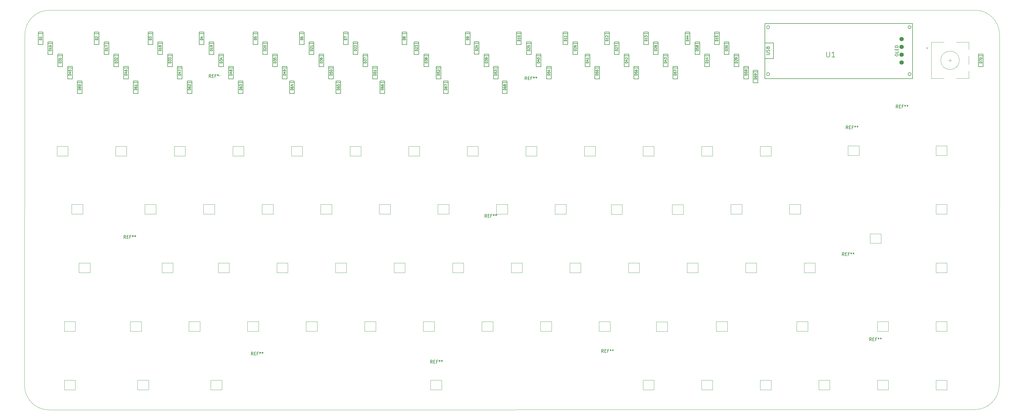
<source format=gto>
G04 #@! TF.GenerationSoftware,KiCad,Pcbnew,(6.0.1)*
G04 #@! TF.CreationDate,2022-01-16T22:01:47-06:00*
G04 #@! TF.ProjectId,stain,73746169-6e2e-46b6-9963-61645f706362,rev?*
G04 #@! TF.SameCoordinates,Original*
G04 #@! TF.FileFunction,Legend,Top*
G04 #@! TF.FilePolarity,Positive*
%FSLAX46Y46*%
G04 Gerber Fmt 4.6, Leading zero omitted, Abs format (unit mm)*
G04 Created by KiCad (PCBNEW (6.0.1)) date 2022-01-16 22:01:47*
%MOMM*%
%LPD*%
G01*
G04 APERTURE LIST*
G04 #@! TA.AperFunction,Profile*
%ADD10C,0.100000*%
G04 #@! TD*
%ADD11C,0.150000*%
%ADD12C,0.120000*%
G04 #@! TA.AperFunction,Profile*
%ADD13C,0.120000*%
G04 #@! TD*
%ADD14R,2.000000X2.000000*%
%ADD15C,2.000000*%
%ADD16C,1.397000*%
%ADD17C,3.000000*%
%ADD18C,1.900000*%
%ADD19C,4.100000*%
%ADD20C,2.200000*%
%ADD21C,3.987800*%
%ADD22C,3.048000*%
%ADD23R,3.200000X2.000000*%
%ADD24C,1.700000*%
%ADD25R,1.700000X1.700000*%
G04 APERTURE END LIST*
D10*
X24268170Y-15502478D02*
G75*
G03*
X16330670Y-23439978I0J-7937500D01*
G01*
X24163478Y-145433295D02*
X325153478Y-145338000D01*
X333195670Y-23411750D02*
G75*
G03*
X325282830Y-15474250I-7912840J24622D01*
G01*
X16225978Y-137852045D02*
G75*
G03*
X24163478Y-145433295I7937501J364621D01*
G01*
X333090978Y-137400500D02*
X333195670Y-23411750D01*
X325153478Y-145338000D02*
G75*
G03*
X333090978Y-137400500I0J7937500D01*
G01*
X16330670Y-23439978D02*
X16225978Y-137852045D01*
X24268170Y-15502478D02*
X325282830Y-15474250D01*
D11*
G04 #@! TO.C,D14*
X238486904Y-32631250D02*
X237686904Y-32631250D01*
X237686904Y-32464583D01*
X237725000Y-32364583D01*
X237801190Y-32297916D01*
X237877380Y-32264583D01*
X238029761Y-32231250D01*
X238144047Y-32231250D01*
X238296428Y-32264583D01*
X238372619Y-32297916D01*
X238448809Y-32364583D01*
X238486904Y-32464583D01*
X238486904Y-32631250D01*
X238486904Y-31564583D02*
X238486904Y-31964583D01*
X238486904Y-31764583D02*
X237686904Y-31764583D01*
X237801190Y-31831250D01*
X237877380Y-31897916D01*
X237915476Y-31964583D01*
X237953571Y-30964583D02*
X238486904Y-30964583D01*
X237648809Y-31131250D02*
X238220238Y-31297916D01*
X238220238Y-30864583D01*
G04 #@! TO.C,D61*
X52749404Y-41362500D02*
X51949404Y-41362500D01*
X51949404Y-41195833D01*
X51987500Y-41095833D01*
X52063690Y-41029166D01*
X52139880Y-40995833D01*
X52292261Y-40962500D01*
X52406547Y-40962500D01*
X52558928Y-40995833D01*
X52635119Y-41029166D01*
X52711309Y-41095833D01*
X52749404Y-41195833D01*
X52749404Y-41362500D01*
X51949404Y-40362500D02*
X51949404Y-40495833D01*
X51987500Y-40562500D01*
X52025595Y-40595833D01*
X52139880Y-40662500D01*
X52292261Y-40695833D01*
X52597023Y-40695833D01*
X52673214Y-40662500D01*
X52711309Y-40629166D01*
X52749404Y-40562500D01*
X52749404Y-40429166D01*
X52711309Y-40362500D01*
X52673214Y-40329166D01*
X52597023Y-40295833D01*
X52406547Y-40295833D01*
X52330357Y-40329166D01*
X52292261Y-40362500D01*
X52254166Y-40429166D01*
X52254166Y-40562500D01*
X52292261Y-40629166D01*
X52330357Y-40662500D01*
X52406547Y-40695833D01*
X52749404Y-39629166D02*
X52749404Y-40029166D01*
X52749404Y-39829166D02*
X51949404Y-39829166D01*
X52063690Y-39895833D01*
X52139880Y-39962500D01*
X52177976Y-40029166D01*
G04 #@! TO.C,D23*
X144030654Y-28662500D02*
X143230654Y-28662500D01*
X143230654Y-28495833D01*
X143268750Y-28395833D01*
X143344940Y-28329166D01*
X143421130Y-28295833D01*
X143573511Y-28262500D01*
X143687797Y-28262500D01*
X143840178Y-28295833D01*
X143916369Y-28329166D01*
X143992559Y-28395833D01*
X144030654Y-28495833D01*
X144030654Y-28662500D01*
X143306845Y-27995833D02*
X143268750Y-27962500D01*
X143230654Y-27895833D01*
X143230654Y-27729166D01*
X143268750Y-27662500D01*
X143306845Y-27629166D01*
X143383035Y-27595833D01*
X143459226Y-27595833D01*
X143573511Y-27629166D01*
X144030654Y-28029166D01*
X144030654Y-27595833D01*
X143230654Y-27362500D02*
X143230654Y-26929166D01*
X143535416Y-27162500D01*
X143535416Y-27062500D01*
X143573511Y-26995833D01*
X143611607Y-26962500D01*
X143687797Y-26929166D01*
X143878273Y-26929166D01*
X143954464Y-26962500D01*
X143992559Y-26995833D01*
X144030654Y-27062500D01*
X144030654Y-27262500D01*
X143992559Y-27329166D01*
X143954464Y-27362500D01*
G04 #@! TO.C,D36*
X113074404Y-32631250D02*
X112274404Y-32631250D01*
X112274404Y-32464583D01*
X112312500Y-32364583D01*
X112388690Y-32297916D01*
X112464880Y-32264583D01*
X112617261Y-32231250D01*
X112731547Y-32231250D01*
X112883928Y-32264583D01*
X112960119Y-32297916D01*
X113036309Y-32364583D01*
X113074404Y-32464583D01*
X113074404Y-32631250D01*
X112274404Y-31997916D02*
X112274404Y-31564583D01*
X112579166Y-31797916D01*
X112579166Y-31697916D01*
X112617261Y-31631250D01*
X112655357Y-31597916D01*
X112731547Y-31564583D01*
X112922023Y-31564583D01*
X112998214Y-31597916D01*
X113036309Y-31631250D01*
X113074404Y-31697916D01*
X113074404Y-31897916D01*
X113036309Y-31964583D01*
X112998214Y-31997916D01*
X112274404Y-30964583D02*
X112274404Y-31097916D01*
X112312500Y-31164583D01*
X112350595Y-31197916D01*
X112464880Y-31264583D01*
X112617261Y-31297916D01*
X112922023Y-31297916D01*
X112998214Y-31264583D01*
X113036309Y-31231250D01*
X113074404Y-31164583D01*
X113074404Y-31031250D01*
X113036309Y-30964583D01*
X112998214Y-30931250D01*
X112922023Y-30897916D01*
X112731547Y-30897916D01*
X112655357Y-30931250D01*
X112617261Y-30964583D01*
X112579166Y-31031250D01*
X112579166Y-31164583D01*
X112617261Y-31231250D01*
X112655357Y-31264583D01*
X112731547Y-31297916D01*
G04 #@! TO.C,D4*
X74180654Y-25154166D02*
X73380654Y-25154166D01*
X73380654Y-24987500D01*
X73418750Y-24887500D01*
X73494940Y-24820833D01*
X73571130Y-24787500D01*
X73723511Y-24754166D01*
X73837797Y-24754166D01*
X73990178Y-24787500D01*
X74066369Y-24820833D01*
X74142559Y-24887500D01*
X74180654Y-24987500D01*
X74180654Y-25154166D01*
X73647321Y-24154166D02*
X74180654Y-24154166D01*
X73342559Y-24320833D02*
X73913988Y-24487500D01*
X73913988Y-24054166D01*
G04 #@! TO.C,REF\u002A\u002A*
X166457166Y-82830630D02*
X166123833Y-82354440D01*
X165885738Y-82830630D02*
X165885738Y-81830630D01*
X166266690Y-81830630D01*
X166361928Y-81878250D01*
X166409547Y-81925869D01*
X166457166Y-82021107D01*
X166457166Y-82163964D01*
X166409547Y-82259202D01*
X166361928Y-82306821D01*
X166266690Y-82354440D01*
X165885738Y-82354440D01*
X166885738Y-82306821D02*
X167219071Y-82306821D01*
X167361928Y-82830630D02*
X166885738Y-82830630D01*
X166885738Y-81830630D01*
X167361928Y-81830630D01*
X168123833Y-82306821D02*
X167790500Y-82306821D01*
X167790500Y-82830630D02*
X167790500Y-81830630D01*
X168266690Y-81830630D01*
X168790500Y-81830630D02*
X168790500Y-82068726D01*
X168552404Y-81973488D02*
X168790500Y-82068726D01*
X169028595Y-81973488D01*
X168647642Y-82259202D02*
X168790500Y-82068726D01*
X168933357Y-82259202D01*
X169552404Y-81830630D02*
X169552404Y-82068726D01*
X169314309Y-81973488D02*
X169552404Y-82068726D01*
X169790500Y-81973488D01*
X169409547Y-82259202D02*
X169552404Y-82068726D01*
X169695261Y-82259202D01*
G04 #@! TO.C,D10*
X177304654Y-25487500D02*
X176504654Y-25487500D01*
X176504654Y-25320833D01*
X176542750Y-25220833D01*
X176618940Y-25154166D01*
X176695130Y-25120833D01*
X176847511Y-25087500D01*
X176961797Y-25087500D01*
X177114178Y-25120833D01*
X177190369Y-25154166D01*
X177266559Y-25220833D01*
X177304654Y-25320833D01*
X177304654Y-25487500D01*
X177304654Y-24420833D02*
X177304654Y-24820833D01*
X177304654Y-24620833D02*
X176504654Y-24620833D01*
X176618940Y-24687500D01*
X176695130Y-24754166D01*
X176733226Y-24820833D01*
X176504654Y-23987500D02*
X176504654Y-23920833D01*
X176542750Y-23854166D01*
X176580845Y-23820833D01*
X176657035Y-23787500D01*
X176809416Y-23754166D01*
X176999892Y-23754166D01*
X177152273Y-23787500D01*
X177228464Y-23820833D01*
X177266559Y-23854166D01*
X177304654Y-23920833D01*
X177304654Y-23987500D01*
X177266559Y-24054166D01*
X177228464Y-24087500D01*
X177152273Y-24120833D01*
X176999892Y-24154166D01*
X176809416Y-24154166D01*
X176657035Y-24120833D01*
X176580845Y-24087500D01*
X176542750Y-24054166D01*
X176504654Y-23987500D01*
G04 #@! TO.C,D24*
X163588654Y-28630750D02*
X162788654Y-28630750D01*
X162788654Y-28464083D01*
X162826750Y-28364083D01*
X162902940Y-28297416D01*
X162979130Y-28264083D01*
X163131511Y-28230750D01*
X163245797Y-28230750D01*
X163398178Y-28264083D01*
X163474369Y-28297416D01*
X163550559Y-28364083D01*
X163588654Y-28464083D01*
X163588654Y-28630750D01*
X162864845Y-27964083D02*
X162826750Y-27930750D01*
X162788654Y-27864083D01*
X162788654Y-27697416D01*
X162826750Y-27630750D01*
X162864845Y-27597416D01*
X162941035Y-27564083D01*
X163017226Y-27564083D01*
X163131511Y-27597416D01*
X163588654Y-27997416D01*
X163588654Y-27564083D01*
X163055321Y-26964083D02*
X163588654Y-26964083D01*
X162750559Y-27130750D02*
X163321988Y-27297416D01*
X163321988Y-26864083D01*
G04 #@! TO.C,D63*
X86880654Y-41362500D02*
X86080654Y-41362500D01*
X86080654Y-41195833D01*
X86118750Y-41095833D01*
X86194940Y-41029166D01*
X86271130Y-40995833D01*
X86423511Y-40962500D01*
X86537797Y-40962500D01*
X86690178Y-40995833D01*
X86766369Y-41029166D01*
X86842559Y-41095833D01*
X86880654Y-41195833D01*
X86880654Y-41362500D01*
X86080654Y-40362500D02*
X86080654Y-40495833D01*
X86118750Y-40562500D01*
X86156845Y-40595833D01*
X86271130Y-40662500D01*
X86423511Y-40695833D01*
X86728273Y-40695833D01*
X86804464Y-40662500D01*
X86842559Y-40629166D01*
X86880654Y-40562500D01*
X86880654Y-40429166D01*
X86842559Y-40362500D01*
X86804464Y-40329166D01*
X86728273Y-40295833D01*
X86537797Y-40295833D01*
X86461607Y-40329166D01*
X86423511Y-40362500D01*
X86385416Y-40429166D01*
X86385416Y-40562500D01*
X86423511Y-40629166D01*
X86461607Y-40662500D01*
X86537797Y-40695833D01*
X86080654Y-40062500D02*
X86080654Y-39629166D01*
X86385416Y-39862500D01*
X86385416Y-39762500D01*
X86423511Y-39695833D01*
X86461607Y-39662500D01*
X86537797Y-39629166D01*
X86728273Y-39629166D01*
X86804464Y-39662500D01*
X86842559Y-39695833D01*
X86880654Y-39762500D01*
X86880654Y-39962500D01*
X86842559Y-40029166D01*
X86804464Y-40062500D01*
G04 #@! TO.C,REF\u002A\u002A*
X148812416Y-130262130D02*
X148479083Y-129785940D01*
X148240988Y-130262130D02*
X148240988Y-129262130D01*
X148621940Y-129262130D01*
X148717178Y-129309750D01*
X148764797Y-129357369D01*
X148812416Y-129452607D01*
X148812416Y-129595464D01*
X148764797Y-129690702D01*
X148717178Y-129738321D01*
X148621940Y-129785940D01*
X148240988Y-129785940D01*
X149240988Y-129738321D02*
X149574321Y-129738321D01*
X149717178Y-130262130D02*
X149240988Y-130262130D01*
X149240988Y-129262130D01*
X149717178Y-129262130D01*
X150479083Y-129738321D02*
X150145750Y-129738321D01*
X150145750Y-130262130D02*
X150145750Y-129262130D01*
X150621940Y-129262130D01*
X151145750Y-129262130D02*
X151145750Y-129500226D01*
X150907654Y-129404988D02*
X151145750Y-129500226D01*
X151383845Y-129404988D01*
X151002892Y-129690702D02*
X151145750Y-129500226D01*
X151288607Y-129690702D01*
X151907654Y-129262130D02*
X151907654Y-129500226D01*
X151669559Y-129404988D02*
X151907654Y-129500226D01*
X152145750Y-129404988D01*
X151764797Y-129690702D02*
X151907654Y-129500226D01*
X152050511Y-129690702D01*
G04 #@! TO.C,D2*
X40049404Y-25154166D02*
X39249404Y-25154166D01*
X39249404Y-24987500D01*
X39287500Y-24887500D01*
X39363690Y-24820833D01*
X39439880Y-24787500D01*
X39592261Y-24754166D01*
X39706547Y-24754166D01*
X39858928Y-24787500D01*
X39935119Y-24820833D01*
X40011309Y-24887500D01*
X40049404Y-24987500D01*
X40049404Y-25154166D01*
X39325595Y-24487500D02*
X39287500Y-24454166D01*
X39249404Y-24387500D01*
X39249404Y-24220833D01*
X39287500Y-24154166D01*
X39325595Y-24120833D01*
X39401785Y-24087500D01*
X39477976Y-24087500D01*
X39592261Y-24120833D01*
X40049404Y-24520833D01*
X40049404Y-24087500D01*
G04 #@! TO.C,D15*
X241661904Y-25487500D02*
X240861904Y-25487500D01*
X240861904Y-25320833D01*
X240900000Y-25220833D01*
X240976190Y-25154166D01*
X241052380Y-25120833D01*
X241204761Y-25087500D01*
X241319047Y-25087500D01*
X241471428Y-25120833D01*
X241547619Y-25154166D01*
X241623809Y-25220833D01*
X241661904Y-25320833D01*
X241661904Y-25487500D01*
X241661904Y-24420833D02*
X241661904Y-24820833D01*
X241661904Y-24620833D02*
X240861904Y-24620833D01*
X240976190Y-24687500D01*
X241052380Y-24754166D01*
X241090476Y-24820833D01*
X240861904Y-23787500D02*
X240861904Y-24120833D01*
X241242857Y-24154166D01*
X241204761Y-24120833D01*
X241166666Y-24054166D01*
X241166666Y-23887500D01*
X241204761Y-23820833D01*
X241242857Y-23787500D01*
X241319047Y-23754166D01*
X241509523Y-23754166D01*
X241585714Y-23787500D01*
X241623809Y-23820833D01*
X241661904Y-23887500D01*
X241661904Y-24054166D01*
X241623809Y-24120833D01*
X241585714Y-24154166D01*
G04 #@! TO.C,D3*
X57511904Y-25154166D02*
X56711904Y-25154166D01*
X56711904Y-24987500D01*
X56750000Y-24887500D01*
X56826190Y-24820833D01*
X56902380Y-24787500D01*
X57054761Y-24754166D01*
X57169047Y-24754166D01*
X57321428Y-24787500D01*
X57397619Y-24820833D01*
X57473809Y-24887500D01*
X57511904Y-24987500D01*
X57511904Y-25154166D01*
X56711904Y-24520833D02*
X56711904Y-24087500D01*
X57016666Y-24320833D01*
X57016666Y-24220833D01*
X57054761Y-24154166D01*
X57092857Y-24120833D01*
X57169047Y-24087500D01*
X57359523Y-24087500D01*
X57435714Y-24120833D01*
X57473809Y-24154166D01*
X57511904Y-24220833D01*
X57511904Y-24420833D01*
X57473809Y-24487500D01*
X57435714Y-24520833D01*
G04 #@! TO.C,D30*
X244836904Y-28662500D02*
X244036904Y-28662500D01*
X244036904Y-28495833D01*
X244075000Y-28395833D01*
X244151190Y-28329166D01*
X244227380Y-28295833D01*
X244379761Y-28262500D01*
X244494047Y-28262500D01*
X244646428Y-28295833D01*
X244722619Y-28329166D01*
X244798809Y-28395833D01*
X244836904Y-28495833D01*
X244836904Y-28662500D01*
X244036904Y-28029166D02*
X244036904Y-27595833D01*
X244341666Y-27829166D01*
X244341666Y-27729166D01*
X244379761Y-27662500D01*
X244417857Y-27629166D01*
X244494047Y-27595833D01*
X244684523Y-27595833D01*
X244760714Y-27629166D01*
X244798809Y-27662500D01*
X244836904Y-27729166D01*
X244836904Y-27929166D01*
X244798809Y-27995833D01*
X244760714Y-28029166D01*
X244036904Y-27162500D02*
X244036904Y-27095833D01*
X244075000Y-27029166D01*
X244113095Y-26995833D01*
X244189285Y-26962500D01*
X244341666Y-26929166D01*
X244532142Y-26929166D01*
X244684523Y-26962500D01*
X244760714Y-26995833D01*
X244798809Y-27029166D01*
X244836904Y-27095833D01*
X244836904Y-27162500D01*
X244798809Y-27229166D01*
X244760714Y-27262500D01*
X244684523Y-27295833D01*
X244532142Y-27329166D01*
X244341666Y-27329166D01*
X244189285Y-27295833D01*
X244113095Y-27262500D01*
X244075000Y-27229166D01*
X244036904Y-27162500D01*
G04 #@! TO.C,REF\u002A\u002A*
X49109166Y-89688630D02*
X48775833Y-89212440D01*
X48537738Y-89688630D02*
X48537738Y-88688630D01*
X48918690Y-88688630D01*
X49013928Y-88736250D01*
X49061547Y-88783869D01*
X49109166Y-88879107D01*
X49109166Y-89021964D01*
X49061547Y-89117202D01*
X49013928Y-89164821D01*
X48918690Y-89212440D01*
X48537738Y-89212440D01*
X49537738Y-89164821D02*
X49871071Y-89164821D01*
X50013928Y-89688630D02*
X49537738Y-89688630D01*
X49537738Y-88688630D01*
X50013928Y-88688630D01*
X50775833Y-89164821D02*
X50442500Y-89164821D01*
X50442500Y-89688630D02*
X50442500Y-88688630D01*
X50918690Y-88688630D01*
X51442500Y-88688630D02*
X51442500Y-88926726D01*
X51204404Y-88831488D02*
X51442500Y-88926726D01*
X51680595Y-88831488D01*
X51299642Y-89117202D02*
X51442500Y-88926726D01*
X51585357Y-89117202D01*
X52204404Y-88688630D02*
X52204404Y-88926726D01*
X51966309Y-88831488D02*
X52204404Y-88926726D01*
X52442500Y-88831488D01*
X52061547Y-89117202D02*
X52204404Y-88926726D01*
X52347261Y-89117202D01*
G04 #@! TO.C,D49*
X101168154Y-36600000D02*
X100368154Y-36600000D01*
X100368154Y-36433333D01*
X100406250Y-36333333D01*
X100482440Y-36266666D01*
X100558630Y-36233333D01*
X100711011Y-36200000D01*
X100825297Y-36200000D01*
X100977678Y-36233333D01*
X101053869Y-36266666D01*
X101130059Y-36333333D01*
X101168154Y-36433333D01*
X101168154Y-36600000D01*
X100634821Y-35600000D02*
X101168154Y-35600000D01*
X100330059Y-35766666D02*
X100901488Y-35933333D01*
X100901488Y-35500000D01*
X101168154Y-35200000D02*
X101168154Y-35066666D01*
X101130059Y-35000000D01*
X101091964Y-34966666D01*
X100977678Y-34900000D01*
X100825297Y-34866666D01*
X100520535Y-34866666D01*
X100444345Y-34900000D01*
X100406250Y-34933333D01*
X100368154Y-35000000D01*
X100368154Y-35133333D01*
X100406250Y-35200000D01*
X100444345Y-35233333D01*
X100520535Y-35266666D01*
X100711011Y-35266666D01*
X100787202Y-35233333D01*
X100825297Y-35200000D01*
X100863392Y-35133333D01*
X100863392Y-35000000D01*
X100825297Y-34933333D01*
X100787202Y-34900000D01*
X100711011Y-34866666D01*
G04 #@! TO.C,D25*
X180543154Y-28662500D02*
X179743154Y-28662500D01*
X179743154Y-28495833D01*
X179781250Y-28395833D01*
X179857440Y-28329166D01*
X179933630Y-28295833D01*
X180086011Y-28262500D01*
X180200297Y-28262500D01*
X180352678Y-28295833D01*
X180428869Y-28329166D01*
X180505059Y-28395833D01*
X180543154Y-28495833D01*
X180543154Y-28662500D01*
X179819345Y-27995833D02*
X179781250Y-27962500D01*
X179743154Y-27895833D01*
X179743154Y-27729166D01*
X179781250Y-27662500D01*
X179819345Y-27629166D01*
X179895535Y-27595833D01*
X179971726Y-27595833D01*
X180086011Y-27629166D01*
X180543154Y-28029166D01*
X180543154Y-27595833D01*
X179743154Y-26962500D02*
X179743154Y-27295833D01*
X180124107Y-27329166D01*
X180086011Y-27295833D01*
X180047916Y-27229166D01*
X180047916Y-27062500D01*
X180086011Y-26995833D01*
X180124107Y-26962500D01*
X180200297Y-26929166D01*
X180390773Y-26929166D01*
X180466964Y-26962500D01*
X180505059Y-26995833D01*
X180543154Y-27062500D01*
X180543154Y-27229166D01*
X180505059Y-27295833D01*
X180466964Y-27329166D01*
G04 #@! TO.C,D7*
X121011904Y-25154166D02*
X120211904Y-25154166D01*
X120211904Y-24987500D01*
X120250000Y-24887500D01*
X120326190Y-24820833D01*
X120402380Y-24787500D01*
X120554761Y-24754166D01*
X120669047Y-24754166D01*
X120821428Y-24787500D01*
X120897619Y-24820833D01*
X120973809Y-24887500D01*
X121011904Y-24987500D01*
X121011904Y-25154166D01*
X120211904Y-24520833D02*
X120211904Y-24054166D01*
X121011904Y-24354166D01*
G04 #@! TO.C,D68*
X172732654Y-41362500D02*
X171932654Y-41362500D01*
X171932654Y-41195833D01*
X171970750Y-41095833D01*
X172046940Y-41029166D01*
X172123130Y-40995833D01*
X172275511Y-40962500D01*
X172389797Y-40962500D01*
X172542178Y-40995833D01*
X172618369Y-41029166D01*
X172694559Y-41095833D01*
X172732654Y-41195833D01*
X172732654Y-41362500D01*
X171932654Y-40362500D02*
X171932654Y-40495833D01*
X171970750Y-40562500D01*
X172008845Y-40595833D01*
X172123130Y-40662500D01*
X172275511Y-40695833D01*
X172580273Y-40695833D01*
X172656464Y-40662500D01*
X172694559Y-40629166D01*
X172732654Y-40562500D01*
X172732654Y-40429166D01*
X172694559Y-40362500D01*
X172656464Y-40329166D01*
X172580273Y-40295833D01*
X172389797Y-40295833D01*
X172313607Y-40329166D01*
X172275511Y-40362500D01*
X172237416Y-40429166D01*
X172237416Y-40562500D01*
X172275511Y-40629166D01*
X172313607Y-40662500D01*
X172389797Y-40695833D01*
X172275511Y-39895833D02*
X172237416Y-39962500D01*
X172199321Y-39995833D01*
X172123130Y-40029166D01*
X172085035Y-40029166D01*
X172008845Y-39995833D01*
X171970750Y-39962500D01*
X171932654Y-39895833D01*
X171932654Y-39762500D01*
X171970750Y-39695833D01*
X172008845Y-39662500D01*
X172085035Y-39629166D01*
X172123130Y-39629166D01*
X172199321Y-39662500D01*
X172237416Y-39695833D01*
X172275511Y-39762500D01*
X172275511Y-39895833D01*
X172313607Y-39962500D01*
X172351702Y-39995833D01*
X172427892Y-40029166D01*
X172580273Y-40029166D01*
X172656464Y-39995833D01*
X172694559Y-39962500D01*
X172732654Y-39895833D01*
X172732654Y-39762500D01*
X172694559Y-39695833D01*
X172656464Y-39662500D01*
X172580273Y-39629166D01*
X172427892Y-39629166D01*
X172351702Y-39662500D01*
X172313607Y-39695833D01*
X172275511Y-39762500D01*
G04 #@! TO.C,D69*
X254266654Y-37901750D02*
X253466654Y-37901750D01*
X253466654Y-37735083D01*
X253504750Y-37635083D01*
X253580940Y-37568416D01*
X253657130Y-37535083D01*
X253809511Y-37501750D01*
X253923797Y-37501750D01*
X254076178Y-37535083D01*
X254152369Y-37568416D01*
X254228559Y-37635083D01*
X254266654Y-37735083D01*
X254266654Y-37901750D01*
X253466654Y-36901750D02*
X253466654Y-37035083D01*
X253504750Y-37101750D01*
X253542845Y-37135083D01*
X253657130Y-37201750D01*
X253809511Y-37235083D01*
X254114273Y-37235083D01*
X254190464Y-37201750D01*
X254228559Y-37168416D01*
X254266654Y-37101750D01*
X254266654Y-36968416D01*
X254228559Y-36901750D01*
X254190464Y-36868416D01*
X254114273Y-36835083D01*
X253923797Y-36835083D01*
X253847607Y-36868416D01*
X253809511Y-36901750D01*
X253771416Y-36968416D01*
X253771416Y-37101750D01*
X253809511Y-37168416D01*
X253847607Y-37201750D01*
X253923797Y-37235083D01*
X254266654Y-36501750D02*
X254266654Y-36368416D01*
X254228559Y-36301750D01*
X254190464Y-36268416D01*
X254076178Y-36201750D01*
X253923797Y-36168416D01*
X253619035Y-36168416D01*
X253542845Y-36201750D01*
X253504750Y-36235083D01*
X253466654Y-36301750D01*
X253466654Y-36435083D01*
X253504750Y-36501750D01*
X253542845Y-36535083D01*
X253619035Y-36568416D01*
X253809511Y-36568416D01*
X253885702Y-36535083D01*
X253923797Y-36501750D01*
X253961892Y-36435083D01*
X253961892Y-36301750D01*
X253923797Y-36235083D01*
X253885702Y-36201750D01*
X253809511Y-36168416D01*
G04 #@! TO.C,D18*
X60686904Y-28662500D02*
X59886904Y-28662500D01*
X59886904Y-28495833D01*
X59925000Y-28395833D01*
X60001190Y-28329166D01*
X60077380Y-28295833D01*
X60229761Y-28262500D01*
X60344047Y-28262500D01*
X60496428Y-28295833D01*
X60572619Y-28329166D01*
X60648809Y-28395833D01*
X60686904Y-28495833D01*
X60686904Y-28662500D01*
X60686904Y-27595833D02*
X60686904Y-27995833D01*
X60686904Y-27795833D02*
X59886904Y-27795833D01*
X60001190Y-27862500D01*
X60077380Y-27929166D01*
X60115476Y-27995833D01*
X60229761Y-27195833D02*
X60191666Y-27262500D01*
X60153571Y-27295833D01*
X60077380Y-27329166D01*
X60039285Y-27329166D01*
X59963095Y-27295833D01*
X59925000Y-27262500D01*
X59886904Y-27195833D01*
X59886904Y-27062500D01*
X59925000Y-26995833D01*
X59963095Y-26962500D01*
X60039285Y-26929166D01*
X60077380Y-26929166D01*
X60153571Y-26962500D01*
X60191666Y-26995833D01*
X60229761Y-27062500D01*
X60229761Y-27195833D01*
X60267857Y-27262500D01*
X60305952Y-27295833D01*
X60382142Y-27329166D01*
X60534523Y-27329166D01*
X60610714Y-27295833D01*
X60648809Y-27262500D01*
X60686904Y-27195833D01*
X60686904Y-27062500D01*
X60648809Y-26995833D01*
X60610714Y-26962500D01*
X60534523Y-26929166D01*
X60382142Y-26929166D01*
X60305952Y-26962500D01*
X60267857Y-26995833D01*
X60229761Y-27062500D01*
G04 #@! TO.C,D52*
X151174404Y-36600000D02*
X150374404Y-36600000D01*
X150374404Y-36433333D01*
X150412500Y-36333333D01*
X150488690Y-36266666D01*
X150564880Y-36233333D01*
X150717261Y-36200000D01*
X150831547Y-36200000D01*
X150983928Y-36233333D01*
X151060119Y-36266666D01*
X151136309Y-36333333D01*
X151174404Y-36433333D01*
X151174404Y-36600000D01*
X150374404Y-35566666D02*
X150374404Y-35900000D01*
X150755357Y-35933333D01*
X150717261Y-35900000D01*
X150679166Y-35833333D01*
X150679166Y-35666666D01*
X150717261Y-35600000D01*
X150755357Y-35566666D01*
X150831547Y-35533333D01*
X151022023Y-35533333D01*
X151098214Y-35566666D01*
X151136309Y-35600000D01*
X151174404Y-35666666D01*
X151174404Y-35833333D01*
X151136309Y-35900000D01*
X151098214Y-35933333D01*
X150450595Y-35266666D02*
X150412500Y-35233333D01*
X150374404Y-35166666D01*
X150374404Y-35000000D01*
X150412500Y-34933333D01*
X150450595Y-34900000D01*
X150526785Y-34866666D01*
X150602976Y-34866666D01*
X150717261Y-34900000D01*
X151174404Y-35300000D01*
X151174404Y-34866666D01*
G04 #@! TO.C,D32*
X46399404Y-32631250D02*
X45599404Y-32631250D01*
X45599404Y-32464583D01*
X45637500Y-32364583D01*
X45713690Y-32297916D01*
X45789880Y-32264583D01*
X45942261Y-32231250D01*
X46056547Y-32231250D01*
X46208928Y-32264583D01*
X46285119Y-32297916D01*
X46361309Y-32364583D01*
X46399404Y-32464583D01*
X46399404Y-32631250D01*
X45599404Y-31997916D02*
X45599404Y-31564583D01*
X45904166Y-31797916D01*
X45904166Y-31697916D01*
X45942261Y-31631250D01*
X45980357Y-31597916D01*
X46056547Y-31564583D01*
X46247023Y-31564583D01*
X46323214Y-31597916D01*
X46361309Y-31631250D01*
X46399404Y-31697916D01*
X46399404Y-31897916D01*
X46361309Y-31964583D01*
X46323214Y-31997916D01*
X45675595Y-31297916D02*
X45637500Y-31264583D01*
X45599404Y-31197916D01*
X45599404Y-31031250D01*
X45637500Y-30964583D01*
X45675595Y-30931250D01*
X45751785Y-30897916D01*
X45827976Y-30897916D01*
X45942261Y-30931250D01*
X46399404Y-31331250D01*
X46399404Y-30897916D01*
G04 #@! TO.C,D56*
X215468154Y-36600000D02*
X214668154Y-36600000D01*
X214668154Y-36433333D01*
X214706250Y-36333333D01*
X214782440Y-36266666D01*
X214858630Y-36233333D01*
X215011011Y-36200000D01*
X215125297Y-36200000D01*
X215277678Y-36233333D01*
X215353869Y-36266666D01*
X215430059Y-36333333D01*
X215468154Y-36433333D01*
X215468154Y-36600000D01*
X214668154Y-35566666D02*
X214668154Y-35900000D01*
X215049107Y-35933333D01*
X215011011Y-35900000D01*
X214972916Y-35833333D01*
X214972916Y-35666666D01*
X215011011Y-35600000D01*
X215049107Y-35566666D01*
X215125297Y-35533333D01*
X215315773Y-35533333D01*
X215391964Y-35566666D01*
X215430059Y-35600000D01*
X215468154Y-35666666D01*
X215468154Y-35833333D01*
X215430059Y-35900000D01*
X215391964Y-35933333D01*
X214668154Y-34933333D02*
X214668154Y-35066666D01*
X214706250Y-35133333D01*
X214744345Y-35166666D01*
X214858630Y-35233333D01*
X215011011Y-35266666D01*
X215315773Y-35266666D01*
X215391964Y-35233333D01*
X215430059Y-35200000D01*
X215468154Y-35133333D01*
X215468154Y-35000000D01*
X215430059Y-34933333D01*
X215391964Y-34900000D01*
X215315773Y-34866666D01*
X215125297Y-34866666D01*
X215049107Y-34900000D01*
X215011011Y-34933333D01*
X214972916Y-35000000D01*
X214972916Y-35133333D01*
X215011011Y-35200000D01*
X215049107Y-35233333D01*
X215125297Y-35266666D01*
G04 #@! TO.C,D37*
X127361904Y-32631250D02*
X126561904Y-32631250D01*
X126561904Y-32464583D01*
X126600000Y-32364583D01*
X126676190Y-32297916D01*
X126752380Y-32264583D01*
X126904761Y-32231250D01*
X127019047Y-32231250D01*
X127171428Y-32264583D01*
X127247619Y-32297916D01*
X127323809Y-32364583D01*
X127361904Y-32464583D01*
X127361904Y-32631250D01*
X126561904Y-31997916D02*
X126561904Y-31564583D01*
X126866666Y-31797916D01*
X126866666Y-31697916D01*
X126904761Y-31631250D01*
X126942857Y-31597916D01*
X127019047Y-31564583D01*
X127209523Y-31564583D01*
X127285714Y-31597916D01*
X127323809Y-31631250D01*
X127361904Y-31697916D01*
X127361904Y-31897916D01*
X127323809Y-31964583D01*
X127285714Y-31997916D01*
X126561904Y-31331250D02*
X126561904Y-30864583D01*
X127361904Y-31164583D01*
G04 #@! TO.C,REF\u002A\u002A*
X90511166Y-127661630D02*
X90177833Y-127185440D01*
X89939738Y-127661630D02*
X89939738Y-126661630D01*
X90320690Y-126661630D01*
X90415928Y-126709250D01*
X90463547Y-126756869D01*
X90511166Y-126852107D01*
X90511166Y-126994964D01*
X90463547Y-127090202D01*
X90415928Y-127137821D01*
X90320690Y-127185440D01*
X89939738Y-127185440D01*
X90939738Y-127137821D02*
X91273071Y-127137821D01*
X91415928Y-127661630D02*
X90939738Y-127661630D01*
X90939738Y-126661630D01*
X91415928Y-126661630D01*
X92177833Y-127137821D02*
X91844500Y-127137821D01*
X91844500Y-127661630D02*
X91844500Y-126661630D01*
X92320690Y-126661630D01*
X92844500Y-126661630D02*
X92844500Y-126899726D01*
X92606404Y-126804488D02*
X92844500Y-126899726D01*
X93082595Y-126804488D01*
X92701642Y-127090202D02*
X92844500Y-126899726D01*
X92987357Y-127090202D01*
X93606404Y-126661630D02*
X93606404Y-126899726D01*
X93368309Y-126804488D02*
X93606404Y-126899726D01*
X93844500Y-126804488D01*
X93463547Y-127090202D02*
X93606404Y-126899726D01*
X93749261Y-127090202D01*
G04 #@! TO.C,D5*
X91643154Y-25154166D02*
X90843154Y-25154166D01*
X90843154Y-24987500D01*
X90881250Y-24887500D01*
X90957440Y-24820833D01*
X91033630Y-24787500D01*
X91186011Y-24754166D01*
X91300297Y-24754166D01*
X91452678Y-24787500D01*
X91528869Y-24820833D01*
X91605059Y-24887500D01*
X91643154Y-24987500D01*
X91643154Y-25154166D01*
X90843154Y-24120833D02*
X90843154Y-24454166D01*
X91224107Y-24487500D01*
X91186011Y-24454166D01*
X91147916Y-24387500D01*
X91147916Y-24220833D01*
X91186011Y-24154166D01*
X91224107Y-24120833D01*
X91300297Y-24087500D01*
X91490773Y-24087500D01*
X91566964Y-24120833D01*
X91605059Y-24154166D01*
X91643154Y-24220833D01*
X91643154Y-24387500D01*
X91605059Y-24454166D01*
X91566964Y-24487500D01*
G04 #@! TO.C,REF\u002A\u002A*
X283924416Y-54061130D02*
X283591083Y-53584940D01*
X283352988Y-54061130D02*
X283352988Y-53061130D01*
X283733940Y-53061130D01*
X283829178Y-53108750D01*
X283876797Y-53156369D01*
X283924416Y-53251607D01*
X283924416Y-53394464D01*
X283876797Y-53489702D01*
X283829178Y-53537321D01*
X283733940Y-53584940D01*
X283352988Y-53584940D01*
X284352988Y-53537321D02*
X284686321Y-53537321D01*
X284829178Y-54061130D02*
X284352988Y-54061130D01*
X284352988Y-53061130D01*
X284829178Y-53061130D01*
X285591083Y-53537321D02*
X285257750Y-53537321D01*
X285257750Y-54061130D02*
X285257750Y-53061130D01*
X285733940Y-53061130D01*
X286257750Y-53061130D02*
X286257750Y-53299226D01*
X286019654Y-53203988D02*
X286257750Y-53299226D01*
X286495845Y-53203988D01*
X286114892Y-53489702D02*
X286257750Y-53299226D01*
X286400607Y-53489702D01*
X287019654Y-53061130D02*
X287019654Y-53299226D01*
X286781559Y-53203988D02*
X287019654Y-53299226D01*
X287257750Y-53203988D01*
X286876797Y-53489702D02*
X287019654Y-53299226D01*
X287162511Y-53489702D01*
G04 #@! TO.C,D39*
X166763654Y-32631250D02*
X165963654Y-32631250D01*
X165963654Y-32464583D01*
X166001750Y-32364583D01*
X166077940Y-32297916D01*
X166154130Y-32264583D01*
X166306511Y-32231250D01*
X166420797Y-32231250D01*
X166573178Y-32264583D01*
X166649369Y-32297916D01*
X166725559Y-32364583D01*
X166763654Y-32464583D01*
X166763654Y-32631250D01*
X165963654Y-31997916D02*
X165963654Y-31564583D01*
X166268416Y-31797916D01*
X166268416Y-31697916D01*
X166306511Y-31631250D01*
X166344607Y-31597916D01*
X166420797Y-31564583D01*
X166611273Y-31564583D01*
X166687464Y-31597916D01*
X166725559Y-31631250D01*
X166763654Y-31697916D01*
X166763654Y-31897916D01*
X166725559Y-31964583D01*
X166687464Y-31997916D01*
X166763654Y-31231250D02*
X166763654Y-31097916D01*
X166725559Y-31031250D01*
X166687464Y-30997916D01*
X166573178Y-30931250D01*
X166420797Y-30897916D01*
X166116035Y-30897916D01*
X166039845Y-30931250D01*
X166001750Y-30964583D01*
X165963654Y-31031250D01*
X165963654Y-31164583D01*
X166001750Y-31231250D01*
X166039845Y-31264583D01*
X166116035Y-31297916D01*
X166306511Y-31297916D01*
X166382702Y-31264583D01*
X166420797Y-31231250D01*
X166458892Y-31164583D01*
X166458892Y-31031250D01*
X166420797Y-30964583D01*
X166382702Y-30931250D01*
X166306511Y-30897916D01*
G04 #@! TO.C,D16*
X24968154Y-28662500D02*
X24168154Y-28662500D01*
X24168154Y-28495833D01*
X24206250Y-28395833D01*
X24282440Y-28329166D01*
X24358630Y-28295833D01*
X24511011Y-28262500D01*
X24625297Y-28262500D01*
X24777678Y-28295833D01*
X24853869Y-28329166D01*
X24930059Y-28395833D01*
X24968154Y-28495833D01*
X24968154Y-28662500D01*
X24968154Y-27595833D02*
X24968154Y-27995833D01*
X24968154Y-27795833D02*
X24168154Y-27795833D01*
X24282440Y-27862500D01*
X24358630Y-27929166D01*
X24396726Y-27995833D01*
X24168154Y-26995833D02*
X24168154Y-27129166D01*
X24206250Y-27195833D01*
X24244345Y-27229166D01*
X24358630Y-27295833D01*
X24511011Y-27329166D01*
X24815773Y-27329166D01*
X24891964Y-27295833D01*
X24930059Y-27262500D01*
X24968154Y-27195833D01*
X24968154Y-27062500D01*
X24930059Y-26995833D01*
X24891964Y-26962500D01*
X24815773Y-26929166D01*
X24625297Y-26929166D01*
X24549107Y-26962500D01*
X24511011Y-26995833D01*
X24472916Y-27062500D01*
X24472916Y-27195833D01*
X24511011Y-27262500D01*
X24549107Y-27295833D01*
X24625297Y-27329166D01*
G04 #@! TO.C,REF\u002A\u002A*
X291552166Y-122962630D02*
X291218833Y-122486440D01*
X290980738Y-122962630D02*
X290980738Y-121962630D01*
X291361690Y-121962630D01*
X291456928Y-122010250D01*
X291504547Y-122057869D01*
X291552166Y-122153107D01*
X291552166Y-122295964D01*
X291504547Y-122391202D01*
X291456928Y-122438821D01*
X291361690Y-122486440D01*
X290980738Y-122486440D01*
X291980738Y-122438821D02*
X292314071Y-122438821D01*
X292456928Y-122962630D02*
X291980738Y-122962630D01*
X291980738Y-121962630D01*
X292456928Y-121962630D01*
X293218833Y-122438821D02*
X292885500Y-122438821D01*
X292885500Y-122962630D02*
X292885500Y-121962630D01*
X293361690Y-121962630D01*
X293885500Y-121962630D02*
X293885500Y-122200726D01*
X293647404Y-122105488D02*
X293885500Y-122200726D01*
X294123595Y-122105488D01*
X293742642Y-122391202D02*
X293885500Y-122200726D01*
X294028357Y-122391202D01*
X294647404Y-121962630D02*
X294647404Y-122200726D01*
X294409309Y-122105488D02*
X294647404Y-122200726D01*
X294885500Y-122105488D01*
X294504547Y-122391202D02*
X294647404Y-122200726D01*
X294790261Y-122391202D01*
G04 #@! TO.C,D64*
X103549404Y-41362500D02*
X102749404Y-41362500D01*
X102749404Y-41195833D01*
X102787500Y-41095833D01*
X102863690Y-41029166D01*
X102939880Y-40995833D01*
X103092261Y-40962500D01*
X103206547Y-40962500D01*
X103358928Y-40995833D01*
X103435119Y-41029166D01*
X103511309Y-41095833D01*
X103549404Y-41195833D01*
X103549404Y-41362500D01*
X102749404Y-40362500D02*
X102749404Y-40495833D01*
X102787500Y-40562500D01*
X102825595Y-40595833D01*
X102939880Y-40662500D01*
X103092261Y-40695833D01*
X103397023Y-40695833D01*
X103473214Y-40662500D01*
X103511309Y-40629166D01*
X103549404Y-40562500D01*
X103549404Y-40429166D01*
X103511309Y-40362500D01*
X103473214Y-40329166D01*
X103397023Y-40295833D01*
X103206547Y-40295833D01*
X103130357Y-40329166D01*
X103092261Y-40362500D01*
X103054166Y-40429166D01*
X103054166Y-40562500D01*
X103092261Y-40629166D01*
X103130357Y-40662500D01*
X103206547Y-40695833D01*
X103016071Y-39695833D02*
X103549404Y-39695833D01*
X102711309Y-39862500D02*
X103282738Y-40029166D01*
X103282738Y-39595833D01*
G04 #@! TO.C,D62*
X70211904Y-41362500D02*
X69411904Y-41362500D01*
X69411904Y-41195833D01*
X69450000Y-41095833D01*
X69526190Y-41029166D01*
X69602380Y-40995833D01*
X69754761Y-40962500D01*
X69869047Y-40962500D01*
X70021428Y-40995833D01*
X70097619Y-41029166D01*
X70173809Y-41095833D01*
X70211904Y-41195833D01*
X70211904Y-41362500D01*
X69411904Y-40362500D02*
X69411904Y-40495833D01*
X69450000Y-40562500D01*
X69488095Y-40595833D01*
X69602380Y-40662500D01*
X69754761Y-40695833D01*
X70059523Y-40695833D01*
X70135714Y-40662500D01*
X70173809Y-40629166D01*
X70211904Y-40562500D01*
X70211904Y-40429166D01*
X70173809Y-40362500D01*
X70135714Y-40329166D01*
X70059523Y-40295833D01*
X69869047Y-40295833D01*
X69792857Y-40329166D01*
X69754761Y-40362500D01*
X69716666Y-40429166D01*
X69716666Y-40562500D01*
X69754761Y-40629166D01*
X69792857Y-40662500D01*
X69869047Y-40695833D01*
X69488095Y-40029166D02*
X69450000Y-39995833D01*
X69411904Y-39929166D01*
X69411904Y-39762500D01*
X69450000Y-39695833D01*
X69488095Y-39662500D01*
X69564285Y-39629166D01*
X69640476Y-39629166D01*
X69754761Y-39662500D01*
X70211904Y-40062500D01*
X70211904Y-39629166D01*
G04 #@! TO.C,D34*
X80530654Y-32631250D02*
X79730654Y-32631250D01*
X79730654Y-32464583D01*
X79768750Y-32364583D01*
X79844940Y-32297916D01*
X79921130Y-32264583D01*
X80073511Y-32231250D01*
X80187797Y-32231250D01*
X80340178Y-32264583D01*
X80416369Y-32297916D01*
X80492559Y-32364583D01*
X80530654Y-32464583D01*
X80530654Y-32631250D01*
X79730654Y-31997916D02*
X79730654Y-31564583D01*
X80035416Y-31797916D01*
X80035416Y-31697916D01*
X80073511Y-31631250D01*
X80111607Y-31597916D01*
X80187797Y-31564583D01*
X80378273Y-31564583D01*
X80454464Y-31597916D01*
X80492559Y-31631250D01*
X80530654Y-31697916D01*
X80530654Y-31897916D01*
X80492559Y-31964583D01*
X80454464Y-31997916D01*
X79997321Y-30964583D02*
X80530654Y-30964583D01*
X79692559Y-31131250D02*
X80263988Y-31297916D01*
X80263988Y-30864583D01*
G04 #@! TO.C,D55*
X202768154Y-36600000D02*
X201968154Y-36600000D01*
X201968154Y-36433333D01*
X202006250Y-36333333D01*
X202082440Y-36266666D01*
X202158630Y-36233333D01*
X202311011Y-36200000D01*
X202425297Y-36200000D01*
X202577678Y-36233333D01*
X202653869Y-36266666D01*
X202730059Y-36333333D01*
X202768154Y-36433333D01*
X202768154Y-36600000D01*
X201968154Y-35566666D02*
X201968154Y-35900000D01*
X202349107Y-35933333D01*
X202311011Y-35900000D01*
X202272916Y-35833333D01*
X202272916Y-35666666D01*
X202311011Y-35600000D01*
X202349107Y-35566666D01*
X202425297Y-35533333D01*
X202615773Y-35533333D01*
X202691964Y-35566666D01*
X202730059Y-35600000D01*
X202768154Y-35666666D01*
X202768154Y-35833333D01*
X202730059Y-35900000D01*
X202691964Y-35933333D01*
X201968154Y-34900000D02*
X201968154Y-35233333D01*
X202349107Y-35266666D01*
X202311011Y-35233333D01*
X202272916Y-35166666D01*
X202272916Y-35000000D01*
X202311011Y-34933333D01*
X202349107Y-34900000D01*
X202425297Y-34866666D01*
X202615773Y-34866666D01*
X202691964Y-34900000D01*
X202730059Y-34933333D01*
X202768154Y-35000000D01*
X202768154Y-35166666D01*
X202730059Y-35233333D01*
X202691964Y-35266666D01*
G04 #@! TO.C,REF\u002A\u002A*
X76795166Y-37364630D02*
X76461833Y-36888440D01*
X76223738Y-37364630D02*
X76223738Y-36364630D01*
X76604690Y-36364630D01*
X76699928Y-36412250D01*
X76747547Y-36459869D01*
X76795166Y-36555107D01*
X76795166Y-36697964D01*
X76747547Y-36793202D01*
X76699928Y-36840821D01*
X76604690Y-36888440D01*
X76223738Y-36888440D01*
X77223738Y-36840821D02*
X77557071Y-36840821D01*
X77699928Y-37364630D02*
X77223738Y-37364630D01*
X77223738Y-36364630D01*
X77699928Y-36364630D01*
X78461833Y-36840821D02*
X78128500Y-36840821D01*
X78128500Y-37364630D02*
X78128500Y-36364630D01*
X78604690Y-36364630D01*
X79128500Y-36364630D02*
X79128500Y-36602726D01*
X78890404Y-36507488D02*
X79128500Y-36602726D01*
X79366595Y-36507488D01*
X78985642Y-36793202D02*
X79128500Y-36602726D01*
X79271357Y-36793202D01*
X79890404Y-36364630D02*
X79890404Y-36602726D01*
X79652309Y-36507488D02*
X79890404Y-36602726D01*
X80128500Y-36507488D01*
X79747547Y-36793202D02*
X79890404Y-36602726D01*
X80033261Y-36793202D01*
G04 #@! TO.C,D67*
X153555654Y-41362500D02*
X152755654Y-41362500D01*
X152755654Y-41195833D01*
X152793750Y-41095833D01*
X152869940Y-41029166D01*
X152946130Y-40995833D01*
X153098511Y-40962500D01*
X153212797Y-40962500D01*
X153365178Y-40995833D01*
X153441369Y-41029166D01*
X153517559Y-41095833D01*
X153555654Y-41195833D01*
X153555654Y-41362500D01*
X152755654Y-40362500D02*
X152755654Y-40495833D01*
X152793750Y-40562500D01*
X152831845Y-40595833D01*
X152946130Y-40662500D01*
X153098511Y-40695833D01*
X153403273Y-40695833D01*
X153479464Y-40662500D01*
X153517559Y-40629166D01*
X153555654Y-40562500D01*
X153555654Y-40429166D01*
X153517559Y-40362500D01*
X153479464Y-40329166D01*
X153403273Y-40295833D01*
X153212797Y-40295833D01*
X153136607Y-40329166D01*
X153098511Y-40362500D01*
X153060416Y-40429166D01*
X153060416Y-40562500D01*
X153098511Y-40629166D01*
X153136607Y-40662500D01*
X153212797Y-40695833D01*
X152755654Y-40062500D02*
X152755654Y-39595833D01*
X153555654Y-39895833D01*
G04 #@! TO.C,D29*
X248011904Y-32631250D02*
X247211904Y-32631250D01*
X247211904Y-32464583D01*
X247250000Y-32364583D01*
X247326190Y-32297916D01*
X247402380Y-32264583D01*
X247554761Y-32231250D01*
X247669047Y-32231250D01*
X247821428Y-32264583D01*
X247897619Y-32297916D01*
X247973809Y-32364583D01*
X248011904Y-32464583D01*
X248011904Y-32631250D01*
X247288095Y-31964583D02*
X247250000Y-31931250D01*
X247211904Y-31864583D01*
X247211904Y-31697916D01*
X247250000Y-31631250D01*
X247288095Y-31597916D01*
X247364285Y-31564583D01*
X247440476Y-31564583D01*
X247554761Y-31597916D01*
X248011904Y-31997916D01*
X248011904Y-31564583D01*
X248011904Y-31231250D02*
X248011904Y-31097916D01*
X247973809Y-31031250D01*
X247935714Y-30997916D01*
X247821428Y-30931250D01*
X247669047Y-30897916D01*
X247364285Y-30897916D01*
X247288095Y-30931250D01*
X247250000Y-30964583D01*
X247211904Y-31031250D01*
X247211904Y-31164583D01*
X247250000Y-31231250D01*
X247288095Y-31264583D01*
X247364285Y-31297916D01*
X247554761Y-31297916D01*
X247630952Y-31264583D01*
X247669047Y-31231250D01*
X247707142Y-31164583D01*
X247707142Y-31031250D01*
X247669047Y-30964583D01*
X247630952Y-30931250D01*
X247554761Y-30897916D01*
G04 #@! TO.C,U1*
X276983011Y-28986297D02*
X276983011Y-30362488D01*
X277063964Y-30524392D01*
X277144916Y-30605345D01*
X277306821Y-30686297D01*
X277630630Y-30686297D01*
X277792535Y-30605345D01*
X277873488Y-30524392D01*
X277954440Y-30362488D01*
X277954440Y-28986297D01*
X279654440Y-30686297D02*
X278683011Y-30686297D01*
X279168726Y-30686297D02*
X279168726Y-28986297D01*
X279006821Y-29229154D01*
X278844916Y-29391059D01*
X278683011Y-29472011D01*
X257410630Y-29909154D02*
X258220154Y-29909154D01*
X258315392Y-29861535D01*
X258363011Y-29813916D01*
X258410630Y-29718678D01*
X258410630Y-29528202D01*
X258363011Y-29432964D01*
X258315392Y-29385345D01*
X258220154Y-29337726D01*
X257410630Y-29337726D01*
X258363011Y-28909154D02*
X258410630Y-28766297D01*
X258410630Y-28528202D01*
X258363011Y-28432964D01*
X258315392Y-28385345D01*
X258220154Y-28337726D01*
X258124916Y-28337726D01*
X258029678Y-28385345D01*
X257982059Y-28432964D01*
X257934440Y-28528202D01*
X257886821Y-28718678D01*
X257839202Y-28813916D01*
X257791583Y-28861535D01*
X257696345Y-28909154D01*
X257601107Y-28909154D01*
X257505869Y-28861535D01*
X257458250Y-28813916D01*
X257410630Y-28718678D01*
X257410630Y-28480583D01*
X257458250Y-28337726D01*
X257886821Y-27575821D02*
X257934440Y-27432964D01*
X257982059Y-27385345D01*
X258077297Y-27337726D01*
X258220154Y-27337726D01*
X258315392Y-27385345D01*
X258363011Y-27432964D01*
X258410630Y-27528202D01*
X258410630Y-27909154D01*
X257410630Y-27909154D01*
X257410630Y-27575821D01*
X257458250Y-27480583D01*
X257505869Y-27432964D01*
X257601107Y-27385345D01*
X257696345Y-27385345D01*
X257791583Y-27432964D01*
X257839202Y-27480583D01*
X257886821Y-27575821D01*
X257886821Y-27909154D01*
G04 #@! TO.C,D60*
X34493154Y-41362500D02*
X33693154Y-41362500D01*
X33693154Y-41195833D01*
X33731250Y-41095833D01*
X33807440Y-41029166D01*
X33883630Y-40995833D01*
X34036011Y-40962500D01*
X34150297Y-40962500D01*
X34302678Y-40995833D01*
X34378869Y-41029166D01*
X34455059Y-41095833D01*
X34493154Y-41195833D01*
X34493154Y-41362500D01*
X33693154Y-40362500D02*
X33693154Y-40495833D01*
X33731250Y-40562500D01*
X33769345Y-40595833D01*
X33883630Y-40662500D01*
X34036011Y-40695833D01*
X34340773Y-40695833D01*
X34416964Y-40662500D01*
X34455059Y-40629166D01*
X34493154Y-40562500D01*
X34493154Y-40429166D01*
X34455059Y-40362500D01*
X34416964Y-40329166D01*
X34340773Y-40295833D01*
X34150297Y-40295833D01*
X34074107Y-40329166D01*
X34036011Y-40362500D01*
X33997916Y-40429166D01*
X33997916Y-40562500D01*
X34036011Y-40629166D01*
X34074107Y-40662500D01*
X34150297Y-40695833D01*
X33693154Y-39862500D02*
X33693154Y-39795833D01*
X33731250Y-39729166D01*
X33769345Y-39695833D01*
X33845535Y-39662500D01*
X33997916Y-39629166D01*
X34188392Y-39629166D01*
X34340773Y-39662500D01*
X34416964Y-39695833D01*
X34455059Y-39729166D01*
X34493154Y-39795833D01*
X34493154Y-39862500D01*
X34455059Y-39929166D01*
X34416964Y-39962500D01*
X34340773Y-39995833D01*
X34188392Y-40029166D01*
X33997916Y-40029166D01*
X33845535Y-39995833D01*
X33769345Y-39962500D01*
X33731250Y-39929166D01*
X33693154Y-39862500D01*
G04 #@! TO.C,D65*
X118630654Y-41362500D02*
X117830654Y-41362500D01*
X117830654Y-41195833D01*
X117868750Y-41095833D01*
X117944940Y-41029166D01*
X118021130Y-40995833D01*
X118173511Y-40962500D01*
X118287797Y-40962500D01*
X118440178Y-40995833D01*
X118516369Y-41029166D01*
X118592559Y-41095833D01*
X118630654Y-41195833D01*
X118630654Y-41362500D01*
X117830654Y-40362500D02*
X117830654Y-40495833D01*
X117868750Y-40562500D01*
X117906845Y-40595833D01*
X118021130Y-40662500D01*
X118173511Y-40695833D01*
X118478273Y-40695833D01*
X118554464Y-40662500D01*
X118592559Y-40629166D01*
X118630654Y-40562500D01*
X118630654Y-40429166D01*
X118592559Y-40362500D01*
X118554464Y-40329166D01*
X118478273Y-40295833D01*
X118287797Y-40295833D01*
X118211607Y-40329166D01*
X118173511Y-40362500D01*
X118135416Y-40429166D01*
X118135416Y-40562500D01*
X118173511Y-40629166D01*
X118211607Y-40662500D01*
X118287797Y-40695833D01*
X117830654Y-39662500D02*
X117830654Y-39995833D01*
X118211607Y-40029166D01*
X118173511Y-39995833D01*
X118135416Y-39929166D01*
X118135416Y-39762500D01*
X118173511Y-39695833D01*
X118211607Y-39662500D01*
X118287797Y-39629166D01*
X118478273Y-39629166D01*
X118554464Y-39662500D01*
X118592559Y-39695833D01*
X118630654Y-39762500D01*
X118630654Y-39929166D01*
X118592559Y-39995833D01*
X118554464Y-40029166D01*
G04 #@! TO.C,D33*
X63861904Y-32631250D02*
X63061904Y-32631250D01*
X63061904Y-32464583D01*
X63100000Y-32364583D01*
X63176190Y-32297916D01*
X63252380Y-32264583D01*
X63404761Y-32231250D01*
X63519047Y-32231250D01*
X63671428Y-32264583D01*
X63747619Y-32297916D01*
X63823809Y-32364583D01*
X63861904Y-32464583D01*
X63861904Y-32631250D01*
X63061904Y-31997916D02*
X63061904Y-31564583D01*
X63366666Y-31797916D01*
X63366666Y-31697916D01*
X63404761Y-31631250D01*
X63442857Y-31597916D01*
X63519047Y-31564583D01*
X63709523Y-31564583D01*
X63785714Y-31597916D01*
X63823809Y-31631250D01*
X63861904Y-31697916D01*
X63861904Y-31897916D01*
X63823809Y-31964583D01*
X63785714Y-31997916D01*
X63061904Y-31331250D02*
X63061904Y-30897916D01*
X63366666Y-31131250D01*
X63366666Y-31031250D01*
X63404761Y-30964583D01*
X63442857Y-30931250D01*
X63519047Y-30897916D01*
X63709523Y-30897916D01*
X63785714Y-30931250D01*
X63823809Y-30964583D01*
X63861904Y-31031250D01*
X63861904Y-31231250D01*
X63823809Y-31297916D01*
X63785714Y-31331250D01*
G04 #@! TO.C,D48*
X83705654Y-36600000D02*
X82905654Y-36600000D01*
X82905654Y-36433333D01*
X82943750Y-36333333D01*
X83019940Y-36266666D01*
X83096130Y-36233333D01*
X83248511Y-36200000D01*
X83362797Y-36200000D01*
X83515178Y-36233333D01*
X83591369Y-36266666D01*
X83667559Y-36333333D01*
X83705654Y-36433333D01*
X83705654Y-36600000D01*
X83172321Y-35600000D02*
X83705654Y-35600000D01*
X82867559Y-35766666D02*
X83438988Y-35933333D01*
X83438988Y-35500000D01*
X83248511Y-35133333D02*
X83210416Y-35200000D01*
X83172321Y-35233333D01*
X83096130Y-35266666D01*
X83058035Y-35266666D01*
X82981845Y-35233333D01*
X82943750Y-35200000D01*
X82905654Y-35133333D01*
X82905654Y-35000000D01*
X82943750Y-34933333D01*
X82981845Y-34900000D01*
X83058035Y-34866666D01*
X83096130Y-34866666D01*
X83172321Y-34900000D01*
X83210416Y-34933333D01*
X83248511Y-35000000D01*
X83248511Y-35133333D01*
X83286607Y-35200000D01*
X83324702Y-35233333D01*
X83400892Y-35266666D01*
X83553273Y-35266666D01*
X83629464Y-35233333D01*
X83667559Y-35200000D01*
X83705654Y-35133333D01*
X83705654Y-35000000D01*
X83667559Y-34933333D01*
X83629464Y-34900000D01*
X83553273Y-34866666D01*
X83400892Y-34866666D01*
X83324702Y-34900000D01*
X83286607Y-34933333D01*
X83248511Y-35000000D01*
G04 #@! TO.C,D1*
X21793154Y-25154166D02*
X20993154Y-25154166D01*
X20993154Y-24987500D01*
X21031250Y-24887500D01*
X21107440Y-24820833D01*
X21183630Y-24787500D01*
X21336011Y-24754166D01*
X21450297Y-24754166D01*
X21602678Y-24787500D01*
X21678869Y-24820833D01*
X21755059Y-24887500D01*
X21793154Y-24987500D01*
X21793154Y-25154166D01*
X21793154Y-24087500D02*
X21793154Y-24487500D01*
X21793154Y-24287500D02*
X20993154Y-24287500D01*
X21107440Y-24354166D01*
X21183630Y-24420833D01*
X21221726Y-24487500D01*
G04 #@! TO.C,D47*
X67036904Y-36600000D02*
X66236904Y-36600000D01*
X66236904Y-36433333D01*
X66275000Y-36333333D01*
X66351190Y-36266666D01*
X66427380Y-36233333D01*
X66579761Y-36200000D01*
X66694047Y-36200000D01*
X66846428Y-36233333D01*
X66922619Y-36266666D01*
X66998809Y-36333333D01*
X67036904Y-36433333D01*
X67036904Y-36600000D01*
X66503571Y-35600000D02*
X67036904Y-35600000D01*
X66198809Y-35766666D02*
X66770238Y-35933333D01*
X66770238Y-35500000D01*
X66236904Y-35300000D02*
X66236904Y-34833333D01*
X67036904Y-35133333D01*
G04 #@! TO.C,D50*
X116249404Y-36600000D02*
X115449404Y-36600000D01*
X115449404Y-36433333D01*
X115487500Y-36333333D01*
X115563690Y-36266666D01*
X115639880Y-36233333D01*
X115792261Y-36200000D01*
X115906547Y-36200000D01*
X116058928Y-36233333D01*
X116135119Y-36266666D01*
X116211309Y-36333333D01*
X116249404Y-36433333D01*
X116249404Y-36600000D01*
X115449404Y-35566666D02*
X115449404Y-35900000D01*
X115830357Y-35933333D01*
X115792261Y-35900000D01*
X115754166Y-35833333D01*
X115754166Y-35666666D01*
X115792261Y-35600000D01*
X115830357Y-35566666D01*
X115906547Y-35533333D01*
X116097023Y-35533333D01*
X116173214Y-35566666D01*
X116211309Y-35600000D01*
X116249404Y-35666666D01*
X116249404Y-35833333D01*
X116211309Y-35900000D01*
X116173214Y-35933333D01*
X115449404Y-35100000D02*
X115449404Y-35033333D01*
X115487500Y-34966666D01*
X115525595Y-34933333D01*
X115601785Y-34900000D01*
X115754166Y-34866666D01*
X115944642Y-34866666D01*
X116097023Y-34900000D01*
X116173214Y-34933333D01*
X116211309Y-34966666D01*
X116249404Y-35033333D01*
X116249404Y-35100000D01*
X116211309Y-35166666D01*
X116173214Y-35200000D01*
X116097023Y-35233333D01*
X115944642Y-35266666D01*
X115754166Y-35266666D01*
X115601785Y-35233333D01*
X115525595Y-35200000D01*
X115487500Y-35166666D01*
X115449404Y-35100000D01*
G04 #@! TO.C,D41*
X199593154Y-32631250D02*
X198793154Y-32631250D01*
X198793154Y-32464583D01*
X198831250Y-32364583D01*
X198907440Y-32297916D01*
X198983630Y-32264583D01*
X199136011Y-32231250D01*
X199250297Y-32231250D01*
X199402678Y-32264583D01*
X199478869Y-32297916D01*
X199555059Y-32364583D01*
X199593154Y-32464583D01*
X199593154Y-32631250D01*
X199059821Y-31631250D02*
X199593154Y-31631250D01*
X198755059Y-31797916D02*
X199326488Y-31964583D01*
X199326488Y-31531250D01*
X199593154Y-30897916D02*
X199593154Y-31297916D01*
X199593154Y-31097916D02*
X198793154Y-31097916D01*
X198907440Y-31164583D01*
X198983630Y-31231250D01*
X199021726Y-31297916D01*
G04 #@! TO.C,D35*
X97993154Y-32631250D02*
X97193154Y-32631250D01*
X97193154Y-32464583D01*
X97231250Y-32364583D01*
X97307440Y-32297916D01*
X97383630Y-32264583D01*
X97536011Y-32231250D01*
X97650297Y-32231250D01*
X97802678Y-32264583D01*
X97878869Y-32297916D01*
X97955059Y-32364583D01*
X97993154Y-32464583D01*
X97993154Y-32631250D01*
X97193154Y-31997916D02*
X97193154Y-31564583D01*
X97497916Y-31797916D01*
X97497916Y-31697916D01*
X97536011Y-31631250D01*
X97574107Y-31597916D01*
X97650297Y-31564583D01*
X97840773Y-31564583D01*
X97916964Y-31597916D01*
X97955059Y-31631250D01*
X97993154Y-31697916D01*
X97993154Y-31897916D01*
X97955059Y-31964583D01*
X97916964Y-31997916D01*
X97193154Y-30931250D02*
X97193154Y-31264583D01*
X97574107Y-31297916D01*
X97536011Y-31264583D01*
X97497916Y-31197916D01*
X97497916Y-31031250D01*
X97536011Y-30964583D01*
X97574107Y-30931250D01*
X97650297Y-30897916D01*
X97840773Y-30897916D01*
X97916964Y-30931250D01*
X97955059Y-30964583D01*
X97993154Y-31031250D01*
X97993154Y-31197916D01*
X97955059Y-31264583D01*
X97916964Y-31297916D01*
G04 #@! TO.C,D13*
X218643154Y-25487500D02*
X217843154Y-25487500D01*
X217843154Y-25320833D01*
X217881250Y-25220833D01*
X217957440Y-25154166D01*
X218033630Y-25120833D01*
X218186011Y-25087500D01*
X218300297Y-25087500D01*
X218452678Y-25120833D01*
X218528869Y-25154166D01*
X218605059Y-25220833D01*
X218643154Y-25320833D01*
X218643154Y-25487500D01*
X218643154Y-24420833D02*
X218643154Y-24820833D01*
X218643154Y-24620833D02*
X217843154Y-24620833D01*
X217957440Y-24687500D01*
X218033630Y-24754166D01*
X218071726Y-24820833D01*
X217843154Y-24187500D02*
X217843154Y-23754166D01*
X218147916Y-23987500D01*
X218147916Y-23887500D01*
X218186011Y-23820833D01*
X218224107Y-23787500D01*
X218300297Y-23754166D01*
X218490773Y-23754166D01*
X218566964Y-23787500D01*
X218605059Y-23820833D01*
X218643154Y-23887500D01*
X218643154Y-24087500D01*
X218605059Y-24154166D01*
X218566964Y-24187500D01*
G04 #@! TO.C,D40*
X183718154Y-32631250D02*
X182918154Y-32631250D01*
X182918154Y-32464583D01*
X182956250Y-32364583D01*
X183032440Y-32297916D01*
X183108630Y-32264583D01*
X183261011Y-32231250D01*
X183375297Y-32231250D01*
X183527678Y-32264583D01*
X183603869Y-32297916D01*
X183680059Y-32364583D01*
X183718154Y-32464583D01*
X183718154Y-32631250D01*
X183184821Y-31631250D02*
X183718154Y-31631250D01*
X182880059Y-31797916D02*
X183451488Y-31964583D01*
X183451488Y-31531250D01*
X182918154Y-31131250D02*
X182918154Y-31064583D01*
X182956250Y-30997916D01*
X182994345Y-30964583D01*
X183070535Y-30931250D01*
X183222916Y-30897916D01*
X183413392Y-30897916D01*
X183565773Y-30931250D01*
X183641964Y-30964583D01*
X183680059Y-30997916D01*
X183718154Y-31064583D01*
X183718154Y-31131250D01*
X183680059Y-31197916D01*
X183641964Y-31231250D01*
X183565773Y-31264583D01*
X183413392Y-31297916D01*
X183222916Y-31297916D01*
X183070535Y-31264583D01*
X182994345Y-31231250D01*
X182956250Y-31197916D01*
X182918154Y-31131250D01*
G04 #@! TO.C,D22*
X124186904Y-28662500D02*
X123386904Y-28662500D01*
X123386904Y-28495833D01*
X123425000Y-28395833D01*
X123501190Y-28329166D01*
X123577380Y-28295833D01*
X123729761Y-28262500D01*
X123844047Y-28262500D01*
X123996428Y-28295833D01*
X124072619Y-28329166D01*
X124148809Y-28395833D01*
X124186904Y-28495833D01*
X124186904Y-28662500D01*
X123463095Y-27995833D02*
X123425000Y-27962500D01*
X123386904Y-27895833D01*
X123386904Y-27729166D01*
X123425000Y-27662500D01*
X123463095Y-27629166D01*
X123539285Y-27595833D01*
X123615476Y-27595833D01*
X123729761Y-27629166D01*
X124186904Y-28029166D01*
X124186904Y-27595833D01*
X123463095Y-27329166D02*
X123425000Y-27295833D01*
X123386904Y-27229166D01*
X123386904Y-27062500D01*
X123425000Y-26995833D01*
X123463095Y-26962500D01*
X123539285Y-26929166D01*
X123615476Y-26929166D01*
X123729761Y-26962500D01*
X124186904Y-27362500D01*
X124186904Y-26929166D01*
G04 #@! TO.C,D21*
X109899404Y-28662500D02*
X109099404Y-28662500D01*
X109099404Y-28495833D01*
X109137500Y-28395833D01*
X109213690Y-28329166D01*
X109289880Y-28295833D01*
X109442261Y-28262500D01*
X109556547Y-28262500D01*
X109708928Y-28295833D01*
X109785119Y-28329166D01*
X109861309Y-28395833D01*
X109899404Y-28495833D01*
X109899404Y-28662500D01*
X109175595Y-27995833D02*
X109137500Y-27962500D01*
X109099404Y-27895833D01*
X109099404Y-27729166D01*
X109137500Y-27662500D01*
X109175595Y-27629166D01*
X109251785Y-27595833D01*
X109327976Y-27595833D01*
X109442261Y-27629166D01*
X109899404Y-28029166D01*
X109899404Y-27595833D01*
X109899404Y-26929166D02*
X109899404Y-27329166D01*
X109899404Y-27129166D02*
X109099404Y-27129166D01*
X109213690Y-27195833D01*
X109289880Y-27262500D01*
X109327976Y-27329166D01*
G04 #@! TO.C,REF\u002A\u002A*
X300188166Y-47270630D02*
X299854833Y-46794440D01*
X299616738Y-47270630D02*
X299616738Y-46270630D01*
X299997690Y-46270630D01*
X300092928Y-46318250D01*
X300140547Y-46365869D01*
X300188166Y-46461107D01*
X300188166Y-46603964D01*
X300140547Y-46699202D01*
X300092928Y-46746821D01*
X299997690Y-46794440D01*
X299616738Y-46794440D01*
X300616738Y-46746821D02*
X300950071Y-46746821D01*
X301092928Y-47270630D02*
X300616738Y-47270630D01*
X300616738Y-46270630D01*
X301092928Y-46270630D01*
X301854833Y-46746821D02*
X301521500Y-46746821D01*
X301521500Y-47270630D02*
X301521500Y-46270630D01*
X301997690Y-46270630D01*
X302521500Y-46270630D02*
X302521500Y-46508726D01*
X302283404Y-46413488D02*
X302521500Y-46508726D01*
X302759595Y-46413488D01*
X302378642Y-46699202D02*
X302521500Y-46508726D01*
X302664357Y-46699202D01*
X303283404Y-46270630D02*
X303283404Y-46508726D01*
X303045309Y-46413488D02*
X303283404Y-46508726D01*
X303521500Y-46413488D01*
X303140547Y-46699202D02*
X303283404Y-46508726D01*
X303426261Y-46699202D01*
G04 #@! TO.C,D8*
X140061904Y-25154166D02*
X139261904Y-25154166D01*
X139261904Y-24987500D01*
X139300000Y-24887500D01*
X139376190Y-24820833D01*
X139452380Y-24787500D01*
X139604761Y-24754166D01*
X139719047Y-24754166D01*
X139871428Y-24787500D01*
X139947619Y-24820833D01*
X140023809Y-24887500D01*
X140061904Y-24987500D01*
X140061904Y-25154166D01*
X139604761Y-24354166D02*
X139566666Y-24420833D01*
X139528571Y-24454166D01*
X139452380Y-24487500D01*
X139414285Y-24487500D01*
X139338095Y-24454166D01*
X139300000Y-24420833D01*
X139261904Y-24354166D01*
X139261904Y-24220833D01*
X139300000Y-24154166D01*
X139338095Y-24120833D01*
X139414285Y-24087500D01*
X139452380Y-24087500D01*
X139528571Y-24120833D01*
X139566666Y-24154166D01*
X139604761Y-24220833D01*
X139604761Y-24354166D01*
X139642857Y-24420833D01*
X139680952Y-24454166D01*
X139757142Y-24487500D01*
X139909523Y-24487500D01*
X139985714Y-24454166D01*
X140023809Y-24420833D01*
X140061904Y-24354166D01*
X140061904Y-24220833D01*
X140023809Y-24154166D01*
X139985714Y-24120833D01*
X139909523Y-24087500D01*
X139757142Y-24087500D01*
X139680952Y-24120833D01*
X139642857Y-24154166D01*
X139604761Y-24220833D01*
G04 #@! TO.C,D28*
X221818154Y-28662500D02*
X221018154Y-28662500D01*
X221018154Y-28495833D01*
X221056250Y-28395833D01*
X221132440Y-28329166D01*
X221208630Y-28295833D01*
X221361011Y-28262500D01*
X221475297Y-28262500D01*
X221627678Y-28295833D01*
X221703869Y-28329166D01*
X221780059Y-28395833D01*
X221818154Y-28495833D01*
X221818154Y-28662500D01*
X221094345Y-27995833D02*
X221056250Y-27962500D01*
X221018154Y-27895833D01*
X221018154Y-27729166D01*
X221056250Y-27662500D01*
X221094345Y-27629166D01*
X221170535Y-27595833D01*
X221246726Y-27595833D01*
X221361011Y-27629166D01*
X221818154Y-28029166D01*
X221818154Y-27595833D01*
X221361011Y-27195833D02*
X221322916Y-27262500D01*
X221284821Y-27295833D01*
X221208630Y-27329166D01*
X221170535Y-27329166D01*
X221094345Y-27295833D01*
X221056250Y-27262500D01*
X221018154Y-27195833D01*
X221018154Y-27062500D01*
X221056250Y-26995833D01*
X221094345Y-26962500D01*
X221170535Y-26929166D01*
X221208630Y-26929166D01*
X221284821Y-26962500D01*
X221322916Y-26995833D01*
X221361011Y-27062500D01*
X221361011Y-27195833D01*
X221399107Y-27262500D01*
X221437202Y-27295833D01*
X221513392Y-27329166D01*
X221665773Y-27329166D01*
X221741964Y-27295833D01*
X221780059Y-27262500D01*
X221818154Y-27195833D01*
X221818154Y-27062500D01*
X221780059Y-26995833D01*
X221741964Y-26962500D01*
X221665773Y-26929166D01*
X221513392Y-26929166D01*
X221437202Y-26962500D01*
X221399107Y-26995833D01*
X221361011Y-27062500D01*
G04 #@! TO.C,D6*
X106724404Y-25154166D02*
X105924404Y-25154166D01*
X105924404Y-24987500D01*
X105962500Y-24887500D01*
X106038690Y-24820833D01*
X106114880Y-24787500D01*
X106267261Y-24754166D01*
X106381547Y-24754166D01*
X106533928Y-24787500D01*
X106610119Y-24820833D01*
X106686309Y-24887500D01*
X106724404Y-24987500D01*
X106724404Y-25154166D01*
X105924404Y-24154166D02*
X105924404Y-24287500D01*
X105962500Y-24354166D01*
X106000595Y-24387500D01*
X106114880Y-24454166D01*
X106267261Y-24487500D01*
X106572023Y-24487500D01*
X106648214Y-24454166D01*
X106686309Y-24420833D01*
X106724404Y-24354166D01*
X106724404Y-24220833D01*
X106686309Y-24154166D01*
X106648214Y-24120833D01*
X106572023Y-24087500D01*
X106381547Y-24087500D01*
X106305357Y-24120833D01*
X106267261Y-24154166D01*
X106229166Y-24220833D01*
X106229166Y-24354166D01*
X106267261Y-24420833D01*
X106305357Y-24454166D01*
X106381547Y-24487500D01*
G04 #@! TO.C,D11*
X192449404Y-25487500D02*
X191649404Y-25487500D01*
X191649404Y-25320833D01*
X191687500Y-25220833D01*
X191763690Y-25154166D01*
X191839880Y-25120833D01*
X191992261Y-25087500D01*
X192106547Y-25087500D01*
X192258928Y-25120833D01*
X192335119Y-25154166D01*
X192411309Y-25220833D01*
X192449404Y-25320833D01*
X192449404Y-25487500D01*
X192449404Y-24420833D02*
X192449404Y-24820833D01*
X192449404Y-24620833D02*
X191649404Y-24620833D01*
X191763690Y-24687500D01*
X191839880Y-24754166D01*
X191877976Y-24820833D01*
X192449404Y-23754166D02*
X192449404Y-24154166D01*
X192449404Y-23954166D02*
X191649404Y-23954166D01*
X191763690Y-24020833D01*
X191839880Y-24087500D01*
X191877976Y-24154166D01*
G04 #@! TO.C,D20*
X94818154Y-28662500D02*
X94018154Y-28662500D01*
X94018154Y-28495833D01*
X94056250Y-28395833D01*
X94132440Y-28329166D01*
X94208630Y-28295833D01*
X94361011Y-28262500D01*
X94475297Y-28262500D01*
X94627678Y-28295833D01*
X94703869Y-28329166D01*
X94780059Y-28395833D01*
X94818154Y-28495833D01*
X94818154Y-28662500D01*
X94094345Y-27995833D02*
X94056250Y-27962500D01*
X94018154Y-27895833D01*
X94018154Y-27729166D01*
X94056250Y-27662500D01*
X94094345Y-27629166D01*
X94170535Y-27595833D01*
X94246726Y-27595833D01*
X94361011Y-27629166D01*
X94818154Y-28029166D01*
X94818154Y-27595833D01*
X94018154Y-27162500D02*
X94018154Y-27095833D01*
X94056250Y-27029166D01*
X94094345Y-26995833D01*
X94170535Y-26962500D01*
X94322916Y-26929166D01*
X94513392Y-26929166D01*
X94665773Y-26962500D01*
X94741964Y-26995833D01*
X94780059Y-27029166D01*
X94818154Y-27095833D01*
X94818154Y-27162500D01*
X94780059Y-27229166D01*
X94741964Y-27262500D01*
X94665773Y-27295833D01*
X94513392Y-27329166D01*
X94322916Y-27329166D01*
X94170535Y-27295833D01*
X94094345Y-27262500D01*
X94056250Y-27229166D01*
X94018154Y-27162500D01*
G04 #@! TO.C,D51*
X130536904Y-36600000D02*
X129736904Y-36600000D01*
X129736904Y-36433333D01*
X129775000Y-36333333D01*
X129851190Y-36266666D01*
X129927380Y-36233333D01*
X130079761Y-36200000D01*
X130194047Y-36200000D01*
X130346428Y-36233333D01*
X130422619Y-36266666D01*
X130498809Y-36333333D01*
X130536904Y-36433333D01*
X130536904Y-36600000D01*
X129736904Y-35566666D02*
X129736904Y-35900000D01*
X130117857Y-35933333D01*
X130079761Y-35900000D01*
X130041666Y-35833333D01*
X130041666Y-35666666D01*
X130079761Y-35600000D01*
X130117857Y-35566666D01*
X130194047Y-35533333D01*
X130384523Y-35533333D01*
X130460714Y-35566666D01*
X130498809Y-35600000D01*
X130536904Y-35666666D01*
X130536904Y-35833333D01*
X130498809Y-35900000D01*
X130460714Y-35933333D01*
X130536904Y-34866666D02*
X130536904Y-35266666D01*
X130536904Y-35066666D02*
X129736904Y-35066666D01*
X129851190Y-35133333D01*
X129927380Y-35200000D01*
X129965476Y-35266666D01*
G04 #@! TO.C,D53*
X169811654Y-36600000D02*
X169011654Y-36600000D01*
X169011654Y-36433333D01*
X169049750Y-36333333D01*
X169125940Y-36266666D01*
X169202130Y-36233333D01*
X169354511Y-36200000D01*
X169468797Y-36200000D01*
X169621178Y-36233333D01*
X169697369Y-36266666D01*
X169773559Y-36333333D01*
X169811654Y-36433333D01*
X169811654Y-36600000D01*
X169011654Y-35566666D02*
X169011654Y-35900000D01*
X169392607Y-35933333D01*
X169354511Y-35900000D01*
X169316416Y-35833333D01*
X169316416Y-35666666D01*
X169354511Y-35600000D01*
X169392607Y-35566666D01*
X169468797Y-35533333D01*
X169659273Y-35533333D01*
X169735464Y-35566666D01*
X169773559Y-35600000D01*
X169811654Y-35666666D01*
X169811654Y-35833333D01*
X169773559Y-35900000D01*
X169735464Y-35933333D01*
X169011654Y-35300000D02*
X169011654Y-34866666D01*
X169316416Y-35100000D01*
X169316416Y-35000000D01*
X169354511Y-34933333D01*
X169392607Y-34900000D01*
X169468797Y-34866666D01*
X169659273Y-34866666D01*
X169735464Y-34900000D01*
X169773559Y-34933333D01*
X169811654Y-35000000D01*
X169811654Y-35200000D01*
X169773559Y-35266666D01*
X169735464Y-35300000D01*
G04 #@! TO.C,D12*
X205943154Y-25487500D02*
X205143154Y-25487500D01*
X205143154Y-25320833D01*
X205181250Y-25220833D01*
X205257440Y-25154166D01*
X205333630Y-25120833D01*
X205486011Y-25087500D01*
X205600297Y-25087500D01*
X205752678Y-25120833D01*
X205828869Y-25154166D01*
X205905059Y-25220833D01*
X205943154Y-25320833D01*
X205943154Y-25487500D01*
X205943154Y-24420833D02*
X205943154Y-24820833D01*
X205943154Y-24620833D02*
X205143154Y-24620833D01*
X205257440Y-24687500D01*
X205333630Y-24754166D01*
X205371726Y-24820833D01*
X205219345Y-24154166D02*
X205181250Y-24120833D01*
X205143154Y-24054166D01*
X205143154Y-23887500D01*
X205181250Y-23820833D01*
X205219345Y-23787500D01*
X205295535Y-23754166D01*
X205371726Y-23754166D01*
X205486011Y-23787500D01*
X205943154Y-24187500D01*
X205943154Y-23754166D01*
G04 #@! TO.C,OL1*
X299255130Y-30122130D02*
X299255130Y-29931654D01*
X299302750Y-29836416D01*
X299397988Y-29741178D01*
X299588464Y-29693559D01*
X299921797Y-29693559D01*
X300112273Y-29741178D01*
X300207511Y-29836416D01*
X300255130Y-29931654D01*
X300255130Y-30122130D01*
X300207511Y-30217369D01*
X300112273Y-30312607D01*
X299921797Y-30360226D01*
X299588464Y-30360226D01*
X299397988Y-30312607D01*
X299302750Y-30217369D01*
X299255130Y-30122130D01*
X300255130Y-28788797D02*
X300255130Y-29264988D01*
X299255130Y-29264988D01*
X299731321Y-28455464D02*
X299731321Y-28122130D01*
X300255130Y-27979273D02*
X300255130Y-28455464D01*
X299255130Y-28455464D01*
X299255130Y-27979273D01*
X300255130Y-27550702D02*
X299255130Y-27550702D01*
X299255130Y-27312607D01*
X299302750Y-27169750D01*
X299397988Y-27074511D01*
X299493226Y-27026892D01*
X299683702Y-26979273D01*
X299826559Y-26979273D01*
X300017035Y-27026892D01*
X300112273Y-27074511D01*
X300207511Y-27169750D01*
X300255130Y-27312607D01*
X300255130Y-27550702D01*
G04 #@! TO.C,D42*
X212293154Y-32631250D02*
X211493154Y-32631250D01*
X211493154Y-32464583D01*
X211531250Y-32364583D01*
X211607440Y-32297916D01*
X211683630Y-32264583D01*
X211836011Y-32231250D01*
X211950297Y-32231250D01*
X212102678Y-32264583D01*
X212178869Y-32297916D01*
X212255059Y-32364583D01*
X212293154Y-32464583D01*
X212293154Y-32631250D01*
X211759821Y-31631250D02*
X212293154Y-31631250D01*
X211455059Y-31797916D02*
X212026488Y-31964583D01*
X212026488Y-31531250D01*
X211569345Y-31297916D02*
X211531250Y-31264583D01*
X211493154Y-31197916D01*
X211493154Y-31031250D01*
X211531250Y-30964583D01*
X211569345Y-30931250D01*
X211645535Y-30897916D01*
X211721726Y-30897916D01*
X211836011Y-30931250D01*
X212293154Y-31331250D01*
X212293154Y-30897916D01*
G04 #@! TO.C,D54*
X187083654Y-36600000D02*
X186283654Y-36600000D01*
X186283654Y-36433333D01*
X186321750Y-36333333D01*
X186397940Y-36266666D01*
X186474130Y-36233333D01*
X186626511Y-36200000D01*
X186740797Y-36200000D01*
X186893178Y-36233333D01*
X186969369Y-36266666D01*
X187045559Y-36333333D01*
X187083654Y-36433333D01*
X187083654Y-36600000D01*
X186283654Y-35566666D02*
X186283654Y-35900000D01*
X186664607Y-35933333D01*
X186626511Y-35900000D01*
X186588416Y-35833333D01*
X186588416Y-35666666D01*
X186626511Y-35600000D01*
X186664607Y-35566666D01*
X186740797Y-35533333D01*
X186931273Y-35533333D01*
X187007464Y-35566666D01*
X187045559Y-35600000D01*
X187083654Y-35666666D01*
X187083654Y-35833333D01*
X187045559Y-35900000D01*
X187007464Y-35933333D01*
X186550321Y-34933333D02*
X187083654Y-34933333D01*
X186245559Y-35100000D02*
X186816988Y-35266666D01*
X186816988Y-34833333D01*
G04 #@! TO.C,REF\u002A\u002A*
X282662166Y-95276630D02*
X282328833Y-94800440D01*
X282090738Y-95276630D02*
X282090738Y-94276630D01*
X282471690Y-94276630D01*
X282566928Y-94324250D01*
X282614547Y-94371869D01*
X282662166Y-94467107D01*
X282662166Y-94609964D01*
X282614547Y-94705202D01*
X282566928Y-94752821D01*
X282471690Y-94800440D01*
X282090738Y-94800440D01*
X283090738Y-94752821D02*
X283424071Y-94752821D01*
X283566928Y-95276630D02*
X283090738Y-95276630D01*
X283090738Y-94276630D01*
X283566928Y-94276630D01*
X284328833Y-94752821D02*
X283995500Y-94752821D01*
X283995500Y-95276630D02*
X283995500Y-94276630D01*
X284471690Y-94276630D01*
X284995500Y-94276630D02*
X284995500Y-94514726D01*
X284757404Y-94419488D02*
X284995500Y-94514726D01*
X285233595Y-94419488D01*
X284852642Y-94705202D02*
X284995500Y-94514726D01*
X285138357Y-94705202D01*
X285757404Y-94276630D02*
X285757404Y-94514726D01*
X285519309Y-94419488D02*
X285757404Y-94514726D01*
X285995500Y-94419488D01*
X285614547Y-94705202D02*
X285757404Y-94514726D01*
X285900261Y-94705202D01*
G04 #@! TO.C,D58*
X235311904Y-28662500D02*
X234511904Y-28662500D01*
X234511904Y-28495833D01*
X234550000Y-28395833D01*
X234626190Y-28329166D01*
X234702380Y-28295833D01*
X234854761Y-28262500D01*
X234969047Y-28262500D01*
X235121428Y-28295833D01*
X235197619Y-28329166D01*
X235273809Y-28395833D01*
X235311904Y-28495833D01*
X235311904Y-28662500D01*
X234511904Y-27629166D02*
X234511904Y-27962500D01*
X234892857Y-27995833D01*
X234854761Y-27962500D01*
X234816666Y-27895833D01*
X234816666Y-27729166D01*
X234854761Y-27662500D01*
X234892857Y-27629166D01*
X234969047Y-27595833D01*
X235159523Y-27595833D01*
X235235714Y-27629166D01*
X235273809Y-27662500D01*
X235311904Y-27729166D01*
X235311904Y-27895833D01*
X235273809Y-27962500D01*
X235235714Y-27995833D01*
X234854761Y-27195833D02*
X234816666Y-27262500D01*
X234778571Y-27295833D01*
X234702380Y-27329166D01*
X234664285Y-27329166D01*
X234588095Y-27295833D01*
X234550000Y-27262500D01*
X234511904Y-27195833D01*
X234511904Y-27062500D01*
X234550000Y-26995833D01*
X234588095Y-26962500D01*
X234664285Y-26929166D01*
X234702380Y-26929166D01*
X234778571Y-26962500D01*
X234816666Y-26995833D01*
X234854761Y-27062500D01*
X234854761Y-27195833D01*
X234892857Y-27262500D01*
X234930952Y-27295833D01*
X235007142Y-27329166D01*
X235159523Y-27329166D01*
X235235714Y-27295833D01*
X235273809Y-27262500D01*
X235311904Y-27195833D01*
X235311904Y-27062500D01*
X235273809Y-26995833D01*
X235235714Y-26962500D01*
X235159523Y-26929166D01*
X235007142Y-26929166D01*
X234930952Y-26962500D01*
X234892857Y-26995833D01*
X234854761Y-27062500D01*
G04 #@! TO.C,D44*
X232136904Y-25487500D02*
X231336904Y-25487500D01*
X231336904Y-25320833D01*
X231375000Y-25220833D01*
X231451190Y-25154166D01*
X231527380Y-25120833D01*
X231679761Y-25087500D01*
X231794047Y-25087500D01*
X231946428Y-25120833D01*
X232022619Y-25154166D01*
X232098809Y-25220833D01*
X232136904Y-25320833D01*
X232136904Y-25487500D01*
X231603571Y-24487500D02*
X232136904Y-24487500D01*
X231298809Y-24654166D02*
X231870238Y-24820833D01*
X231870238Y-24387500D01*
X231603571Y-23820833D02*
X232136904Y-23820833D01*
X231298809Y-23987500D02*
X231870238Y-24154166D01*
X231870238Y-23720833D01*
G04 #@! TO.C,D57*
X228168154Y-36600000D02*
X227368154Y-36600000D01*
X227368154Y-36433333D01*
X227406250Y-36333333D01*
X227482440Y-36266666D01*
X227558630Y-36233333D01*
X227711011Y-36200000D01*
X227825297Y-36200000D01*
X227977678Y-36233333D01*
X228053869Y-36266666D01*
X228130059Y-36333333D01*
X228168154Y-36433333D01*
X228168154Y-36600000D01*
X227368154Y-35566666D02*
X227368154Y-35900000D01*
X227749107Y-35933333D01*
X227711011Y-35900000D01*
X227672916Y-35833333D01*
X227672916Y-35666666D01*
X227711011Y-35600000D01*
X227749107Y-35566666D01*
X227825297Y-35533333D01*
X228015773Y-35533333D01*
X228091964Y-35566666D01*
X228130059Y-35600000D01*
X228168154Y-35666666D01*
X228168154Y-35833333D01*
X228130059Y-35900000D01*
X228091964Y-35933333D01*
X227368154Y-35300000D02*
X227368154Y-34833333D01*
X228168154Y-35133333D01*
G04 #@! TO.C,D31*
X28143154Y-32631250D02*
X27343154Y-32631250D01*
X27343154Y-32464583D01*
X27381250Y-32364583D01*
X27457440Y-32297916D01*
X27533630Y-32264583D01*
X27686011Y-32231250D01*
X27800297Y-32231250D01*
X27952678Y-32264583D01*
X28028869Y-32297916D01*
X28105059Y-32364583D01*
X28143154Y-32464583D01*
X28143154Y-32631250D01*
X27343154Y-31997916D02*
X27343154Y-31564583D01*
X27647916Y-31797916D01*
X27647916Y-31697916D01*
X27686011Y-31631250D01*
X27724107Y-31597916D01*
X27800297Y-31564583D01*
X27990773Y-31564583D01*
X28066964Y-31597916D01*
X28105059Y-31631250D01*
X28143154Y-31697916D01*
X28143154Y-31897916D01*
X28105059Y-31964583D01*
X28066964Y-31997916D01*
X28143154Y-30897916D02*
X28143154Y-31297916D01*
X28143154Y-31097916D02*
X27343154Y-31097916D01*
X27457440Y-31164583D01*
X27533630Y-31231250D01*
X27571726Y-31297916D01*
G04 #@! TO.C,D26*
X195624404Y-28662500D02*
X194824404Y-28662500D01*
X194824404Y-28495833D01*
X194862500Y-28395833D01*
X194938690Y-28329166D01*
X195014880Y-28295833D01*
X195167261Y-28262500D01*
X195281547Y-28262500D01*
X195433928Y-28295833D01*
X195510119Y-28329166D01*
X195586309Y-28395833D01*
X195624404Y-28495833D01*
X195624404Y-28662500D01*
X194900595Y-27995833D02*
X194862500Y-27962500D01*
X194824404Y-27895833D01*
X194824404Y-27729166D01*
X194862500Y-27662500D01*
X194900595Y-27629166D01*
X194976785Y-27595833D01*
X195052976Y-27595833D01*
X195167261Y-27629166D01*
X195624404Y-28029166D01*
X195624404Y-27595833D01*
X194824404Y-26995833D02*
X194824404Y-27129166D01*
X194862500Y-27195833D01*
X194900595Y-27229166D01*
X195014880Y-27295833D01*
X195167261Y-27329166D01*
X195472023Y-27329166D01*
X195548214Y-27295833D01*
X195586309Y-27262500D01*
X195624404Y-27195833D01*
X195624404Y-27062500D01*
X195586309Y-26995833D01*
X195548214Y-26962500D01*
X195472023Y-26929166D01*
X195281547Y-26929166D01*
X195205357Y-26962500D01*
X195167261Y-26995833D01*
X195129166Y-27062500D01*
X195129166Y-27195833D01*
X195167261Y-27262500D01*
X195205357Y-27295833D01*
X195281547Y-27329166D01*
G04 #@! TO.C,D9*
X160667654Y-25154166D02*
X159867654Y-25154166D01*
X159867654Y-24987500D01*
X159905750Y-24887500D01*
X159981940Y-24820833D01*
X160058130Y-24787500D01*
X160210511Y-24754166D01*
X160324797Y-24754166D01*
X160477178Y-24787500D01*
X160553369Y-24820833D01*
X160629559Y-24887500D01*
X160667654Y-24987500D01*
X160667654Y-25154166D01*
X160667654Y-24420833D02*
X160667654Y-24287500D01*
X160629559Y-24220833D01*
X160591464Y-24187500D01*
X160477178Y-24120833D01*
X160324797Y-24087500D01*
X160020035Y-24087500D01*
X159943845Y-24120833D01*
X159905750Y-24154166D01*
X159867654Y-24220833D01*
X159867654Y-24354166D01*
X159905750Y-24420833D01*
X159943845Y-24454166D01*
X160020035Y-24487500D01*
X160210511Y-24487500D01*
X160286702Y-24454166D01*
X160324797Y-24420833D01*
X160362892Y-24354166D01*
X160362892Y-24220833D01*
X160324797Y-24154166D01*
X160286702Y-24120833D01*
X160210511Y-24087500D01*
G04 #@! TO.C,D17*
X43224404Y-28662500D02*
X42424404Y-28662500D01*
X42424404Y-28495833D01*
X42462500Y-28395833D01*
X42538690Y-28329166D01*
X42614880Y-28295833D01*
X42767261Y-28262500D01*
X42881547Y-28262500D01*
X43033928Y-28295833D01*
X43110119Y-28329166D01*
X43186309Y-28395833D01*
X43224404Y-28495833D01*
X43224404Y-28662500D01*
X43224404Y-27595833D02*
X43224404Y-27995833D01*
X43224404Y-27795833D02*
X42424404Y-27795833D01*
X42538690Y-27862500D01*
X42614880Y-27929166D01*
X42652976Y-27995833D01*
X42424404Y-27362500D02*
X42424404Y-26895833D01*
X43224404Y-27195833D01*
G04 #@! TO.C,D43*
X224993154Y-32631250D02*
X224193154Y-32631250D01*
X224193154Y-32464583D01*
X224231250Y-32364583D01*
X224307440Y-32297916D01*
X224383630Y-32264583D01*
X224536011Y-32231250D01*
X224650297Y-32231250D01*
X224802678Y-32264583D01*
X224878869Y-32297916D01*
X224955059Y-32364583D01*
X224993154Y-32464583D01*
X224993154Y-32631250D01*
X224459821Y-31631250D02*
X224993154Y-31631250D01*
X224155059Y-31797916D02*
X224726488Y-31964583D01*
X224726488Y-31531250D01*
X224193154Y-31331250D02*
X224193154Y-30897916D01*
X224497916Y-31131250D01*
X224497916Y-31031250D01*
X224536011Y-30964583D01*
X224574107Y-30931250D01*
X224650297Y-30897916D01*
X224840773Y-30897916D01*
X224916964Y-30931250D01*
X224955059Y-30964583D01*
X224993154Y-31031250D01*
X224993154Y-31231250D01*
X224955059Y-31297916D01*
X224916964Y-31331250D01*
G04 #@! TO.C,D59*
X251186904Y-36600000D02*
X250386904Y-36600000D01*
X250386904Y-36433333D01*
X250425000Y-36333333D01*
X250501190Y-36266666D01*
X250577380Y-36233333D01*
X250729761Y-36200000D01*
X250844047Y-36200000D01*
X250996428Y-36233333D01*
X251072619Y-36266666D01*
X251148809Y-36333333D01*
X251186904Y-36433333D01*
X251186904Y-36600000D01*
X250386904Y-35566666D02*
X250386904Y-35900000D01*
X250767857Y-35933333D01*
X250729761Y-35900000D01*
X250691666Y-35833333D01*
X250691666Y-35666666D01*
X250729761Y-35600000D01*
X250767857Y-35566666D01*
X250844047Y-35533333D01*
X251034523Y-35533333D01*
X251110714Y-35566666D01*
X251148809Y-35600000D01*
X251186904Y-35666666D01*
X251186904Y-35833333D01*
X251148809Y-35900000D01*
X251110714Y-35933333D01*
X251186904Y-35200000D02*
X251186904Y-35066666D01*
X251148809Y-35000000D01*
X251110714Y-34966666D01*
X250996428Y-34900000D01*
X250844047Y-34866666D01*
X250539285Y-34866666D01*
X250463095Y-34900000D01*
X250425000Y-34933333D01*
X250386904Y-35000000D01*
X250386904Y-35133333D01*
X250425000Y-35200000D01*
X250463095Y-35233333D01*
X250539285Y-35266666D01*
X250729761Y-35266666D01*
X250805952Y-35233333D01*
X250844047Y-35200000D01*
X250882142Y-35133333D01*
X250882142Y-35000000D01*
X250844047Y-34933333D01*
X250805952Y-34900000D01*
X250729761Y-34866666D01*
G04 #@! TO.C,D27*
X209118154Y-28662500D02*
X208318154Y-28662500D01*
X208318154Y-28495833D01*
X208356250Y-28395833D01*
X208432440Y-28329166D01*
X208508630Y-28295833D01*
X208661011Y-28262500D01*
X208775297Y-28262500D01*
X208927678Y-28295833D01*
X209003869Y-28329166D01*
X209080059Y-28395833D01*
X209118154Y-28495833D01*
X209118154Y-28662500D01*
X208394345Y-27995833D02*
X208356250Y-27962500D01*
X208318154Y-27895833D01*
X208318154Y-27729166D01*
X208356250Y-27662500D01*
X208394345Y-27629166D01*
X208470535Y-27595833D01*
X208546726Y-27595833D01*
X208661011Y-27629166D01*
X209118154Y-28029166D01*
X209118154Y-27595833D01*
X208318154Y-27362500D02*
X208318154Y-26895833D01*
X209118154Y-27195833D01*
G04 #@! TO.C,D66*
X132918154Y-41362500D02*
X132118154Y-41362500D01*
X132118154Y-41195833D01*
X132156250Y-41095833D01*
X132232440Y-41029166D01*
X132308630Y-40995833D01*
X132461011Y-40962500D01*
X132575297Y-40962500D01*
X132727678Y-40995833D01*
X132803869Y-41029166D01*
X132880059Y-41095833D01*
X132918154Y-41195833D01*
X132918154Y-41362500D01*
X132118154Y-40362500D02*
X132118154Y-40495833D01*
X132156250Y-40562500D01*
X132194345Y-40595833D01*
X132308630Y-40662500D01*
X132461011Y-40695833D01*
X132765773Y-40695833D01*
X132841964Y-40662500D01*
X132880059Y-40629166D01*
X132918154Y-40562500D01*
X132918154Y-40429166D01*
X132880059Y-40362500D01*
X132841964Y-40329166D01*
X132765773Y-40295833D01*
X132575297Y-40295833D01*
X132499107Y-40329166D01*
X132461011Y-40362500D01*
X132422916Y-40429166D01*
X132422916Y-40562500D01*
X132461011Y-40629166D01*
X132499107Y-40662500D01*
X132575297Y-40695833D01*
X132118154Y-39695833D02*
X132118154Y-39829166D01*
X132156250Y-39895833D01*
X132194345Y-39929166D01*
X132308630Y-39995833D01*
X132461011Y-40029166D01*
X132765773Y-40029166D01*
X132841964Y-39995833D01*
X132880059Y-39962500D01*
X132918154Y-39895833D01*
X132918154Y-39762500D01*
X132880059Y-39695833D01*
X132841964Y-39662500D01*
X132765773Y-39629166D01*
X132575297Y-39629166D01*
X132499107Y-39662500D01*
X132461011Y-39695833D01*
X132422916Y-39762500D01*
X132422916Y-39895833D01*
X132461011Y-39962500D01*
X132499107Y-39995833D01*
X132575297Y-40029166D01*
G04 #@! TO.C,D38*
X147205654Y-32631250D02*
X146405654Y-32631250D01*
X146405654Y-32464583D01*
X146443750Y-32364583D01*
X146519940Y-32297916D01*
X146596130Y-32264583D01*
X146748511Y-32231250D01*
X146862797Y-32231250D01*
X147015178Y-32264583D01*
X147091369Y-32297916D01*
X147167559Y-32364583D01*
X147205654Y-32464583D01*
X147205654Y-32631250D01*
X146405654Y-31997916D02*
X146405654Y-31564583D01*
X146710416Y-31797916D01*
X146710416Y-31697916D01*
X146748511Y-31631250D01*
X146786607Y-31597916D01*
X146862797Y-31564583D01*
X147053273Y-31564583D01*
X147129464Y-31597916D01*
X147167559Y-31631250D01*
X147205654Y-31697916D01*
X147205654Y-31897916D01*
X147167559Y-31964583D01*
X147129464Y-31997916D01*
X146748511Y-31164583D02*
X146710416Y-31231250D01*
X146672321Y-31264583D01*
X146596130Y-31297916D01*
X146558035Y-31297916D01*
X146481845Y-31264583D01*
X146443750Y-31231250D01*
X146405654Y-31164583D01*
X146405654Y-31031250D01*
X146443750Y-30964583D01*
X146481845Y-30931250D01*
X146558035Y-30897916D01*
X146596130Y-30897916D01*
X146672321Y-30931250D01*
X146710416Y-30964583D01*
X146748511Y-31031250D01*
X146748511Y-31164583D01*
X146786607Y-31231250D01*
X146824702Y-31264583D01*
X146900892Y-31297916D01*
X147053273Y-31297916D01*
X147129464Y-31264583D01*
X147167559Y-31231250D01*
X147205654Y-31164583D01*
X147205654Y-31031250D01*
X147167559Y-30964583D01*
X147129464Y-30931250D01*
X147053273Y-30897916D01*
X146900892Y-30897916D01*
X146824702Y-30931250D01*
X146786607Y-30964583D01*
X146748511Y-31031250D01*
G04 #@! TO.C,D46*
X49574404Y-36600000D02*
X48774404Y-36600000D01*
X48774404Y-36433333D01*
X48812500Y-36333333D01*
X48888690Y-36266666D01*
X48964880Y-36233333D01*
X49117261Y-36200000D01*
X49231547Y-36200000D01*
X49383928Y-36233333D01*
X49460119Y-36266666D01*
X49536309Y-36333333D01*
X49574404Y-36433333D01*
X49574404Y-36600000D01*
X49041071Y-35600000D02*
X49574404Y-35600000D01*
X48736309Y-35766666D02*
X49307738Y-35933333D01*
X49307738Y-35500000D01*
X48774404Y-34933333D02*
X48774404Y-35066666D01*
X48812500Y-35133333D01*
X48850595Y-35166666D01*
X48964880Y-35233333D01*
X49117261Y-35266666D01*
X49422023Y-35266666D01*
X49498214Y-35233333D01*
X49536309Y-35200000D01*
X49574404Y-35133333D01*
X49574404Y-35000000D01*
X49536309Y-34933333D01*
X49498214Y-34900000D01*
X49422023Y-34866666D01*
X49231547Y-34866666D01*
X49155357Y-34900000D01*
X49117261Y-34933333D01*
X49079166Y-35000000D01*
X49079166Y-35133333D01*
X49117261Y-35200000D01*
X49155357Y-35233333D01*
X49231547Y-35266666D01*
G04 #@! TO.C,REF\u002A\u002A*
X204430166Y-126772630D02*
X204096833Y-126296440D01*
X203858738Y-126772630D02*
X203858738Y-125772630D01*
X204239690Y-125772630D01*
X204334928Y-125820250D01*
X204382547Y-125867869D01*
X204430166Y-125963107D01*
X204430166Y-126105964D01*
X204382547Y-126201202D01*
X204334928Y-126248821D01*
X204239690Y-126296440D01*
X203858738Y-126296440D01*
X204858738Y-126248821D02*
X205192071Y-126248821D01*
X205334928Y-126772630D02*
X204858738Y-126772630D01*
X204858738Y-125772630D01*
X205334928Y-125772630D01*
X206096833Y-126248821D02*
X205763500Y-126248821D01*
X205763500Y-126772630D02*
X205763500Y-125772630D01*
X206239690Y-125772630D01*
X206763500Y-125772630D02*
X206763500Y-126010726D01*
X206525404Y-125915488D02*
X206763500Y-126010726D01*
X207001595Y-125915488D01*
X206620642Y-126201202D02*
X206763500Y-126010726D01*
X206906357Y-126201202D01*
X207525404Y-125772630D02*
X207525404Y-126010726D01*
X207287309Y-125915488D02*
X207525404Y-126010726D01*
X207763500Y-125915488D01*
X207382547Y-126201202D02*
X207525404Y-126010726D01*
X207668261Y-126201202D01*
G04 #@! TO.C,D19*
X77355654Y-28662500D02*
X76555654Y-28662500D01*
X76555654Y-28495833D01*
X76593750Y-28395833D01*
X76669940Y-28329166D01*
X76746130Y-28295833D01*
X76898511Y-28262500D01*
X77012797Y-28262500D01*
X77165178Y-28295833D01*
X77241369Y-28329166D01*
X77317559Y-28395833D01*
X77355654Y-28495833D01*
X77355654Y-28662500D01*
X77355654Y-27595833D02*
X77355654Y-27995833D01*
X77355654Y-27795833D02*
X76555654Y-27795833D01*
X76669940Y-27862500D01*
X76746130Y-27929166D01*
X76784226Y-27995833D01*
X77355654Y-27262500D02*
X77355654Y-27129166D01*
X77317559Y-27062500D01*
X77279464Y-27029166D01*
X77165178Y-26962500D01*
X77012797Y-26929166D01*
X76708035Y-26929166D01*
X76631845Y-26962500D01*
X76593750Y-26995833D01*
X76555654Y-27062500D01*
X76555654Y-27195833D01*
X76593750Y-27262500D01*
X76631845Y-27295833D01*
X76708035Y-27329166D01*
X76898511Y-27329166D01*
X76974702Y-27295833D01*
X77012797Y-27262500D01*
X77050892Y-27195833D01*
X77050892Y-27062500D01*
X77012797Y-26995833D01*
X76974702Y-26962500D01*
X76898511Y-26929166D01*
G04 #@! TO.C,REF\u002A\u002A*
X179506103Y-38118147D02*
X179172770Y-37641957D01*
X178934675Y-38118147D02*
X178934675Y-37118147D01*
X179315627Y-37118147D01*
X179410865Y-37165767D01*
X179458484Y-37213386D01*
X179506103Y-37308624D01*
X179506103Y-37451481D01*
X179458484Y-37546719D01*
X179410865Y-37594338D01*
X179315627Y-37641957D01*
X178934675Y-37641957D01*
X179934675Y-37594338D02*
X180268008Y-37594338D01*
X180410865Y-38118147D02*
X179934675Y-38118147D01*
X179934675Y-37118147D01*
X180410865Y-37118147D01*
X181172770Y-37594338D02*
X180839437Y-37594338D01*
X180839437Y-38118147D02*
X180839437Y-37118147D01*
X181315627Y-37118147D01*
X181839437Y-37118147D02*
X181839437Y-37356243D01*
X181601341Y-37261005D02*
X181839437Y-37356243D01*
X182077532Y-37261005D01*
X181696579Y-37546719D02*
X181839437Y-37356243D01*
X181982294Y-37546719D01*
X182601341Y-37118147D02*
X182601341Y-37356243D01*
X182363246Y-37261005D02*
X182601341Y-37356243D01*
X182839437Y-37261005D01*
X182458484Y-37546719D02*
X182601341Y-37356243D01*
X182744198Y-37546719D01*
G04 #@! TO.C,D45*
X31349404Y-36600000D02*
X30549404Y-36600000D01*
X30549404Y-36433333D01*
X30587500Y-36333333D01*
X30663690Y-36266666D01*
X30739880Y-36233333D01*
X30892261Y-36200000D01*
X31006547Y-36200000D01*
X31158928Y-36233333D01*
X31235119Y-36266666D01*
X31311309Y-36333333D01*
X31349404Y-36433333D01*
X31349404Y-36600000D01*
X30816071Y-35600000D02*
X31349404Y-35600000D01*
X30511309Y-35766666D02*
X31082738Y-35933333D01*
X31082738Y-35500000D01*
X30549404Y-34900000D02*
X30549404Y-35233333D01*
X30930357Y-35266666D01*
X30892261Y-35233333D01*
X30854166Y-35166666D01*
X30854166Y-35000000D01*
X30892261Y-34933333D01*
X30930357Y-34900000D01*
X31006547Y-34866666D01*
X31197023Y-34866666D01*
X31273214Y-34900000D01*
X31311309Y-34933333D01*
X31349404Y-35000000D01*
X31349404Y-35166666D01*
X31311309Y-35233333D01*
X31273214Y-35266666D01*
G04 #@! TO.C,D70*
X327485751Y-32631250D02*
X326685751Y-32631250D01*
X326685751Y-32464583D01*
X326723847Y-32364583D01*
X326800037Y-32297916D01*
X326876227Y-32264583D01*
X327028608Y-32231250D01*
X327142894Y-32231250D01*
X327295275Y-32264583D01*
X327371466Y-32297916D01*
X327447656Y-32364583D01*
X327485751Y-32464583D01*
X327485751Y-32631250D01*
X326685751Y-31997916D02*
X326685751Y-31531250D01*
X327485751Y-31831250D01*
X326685751Y-31131250D02*
X326685751Y-31064583D01*
X326723847Y-30997916D01*
X326761942Y-30964583D01*
X326838132Y-30931250D01*
X326990513Y-30897916D01*
X327180989Y-30897916D01*
X327333370Y-30931250D01*
X327409561Y-30964583D01*
X327447656Y-30997916D01*
X327485751Y-31064583D01*
X327485751Y-31131250D01*
X327447656Y-31197916D01*
X327409561Y-31231250D01*
X327333370Y-31264583D01*
X327180989Y-31297916D01*
X326990513Y-31297916D01*
X326838132Y-31264583D01*
X326761942Y-31231250D01*
X326723847Y-31197916D01*
X326685751Y-31131250D01*
G04 #@! TO.C,D14*
X237363000Y-33813250D02*
X238887000Y-33813250D01*
X238887000Y-33813250D02*
X238887000Y-29749250D01*
X237363000Y-33813250D02*
X237363000Y-29749250D01*
X238887000Y-29749250D02*
X237363000Y-29749250D01*
X237363000Y-29749250D02*
X237363000Y-33813250D01*
X238887000Y-30257250D02*
X237363000Y-30257250D01*
G04 #@! TO.C,D61*
X51625500Y-42544500D02*
X53149500Y-42544500D01*
X51625500Y-38480500D02*
X51625500Y-42544500D01*
X53149500Y-42544500D02*
X53149500Y-38480500D01*
X53149500Y-38988500D02*
X51625500Y-38988500D01*
X51625500Y-42544500D02*
X51625500Y-38480500D01*
X53149500Y-38480500D02*
X51625500Y-38480500D01*
G04 #@! TO.C,D23*
X142906750Y-29844500D02*
X142906750Y-25780500D01*
X144430750Y-26288500D02*
X142906750Y-26288500D01*
X142906750Y-29844500D02*
X144430750Y-29844500D01*
X144430750Y-25780500D02*
X142906750Y-25780500D01*
X144430750Y-29844500D02*
X144430750Y-25780500D01*
X142906750Y-25780500D02*
X142906750Y-29844500D01*
G04 #@! TO.C,D36*
X111950500Y-29749250D02*
X111950500Y-33813250D01*
X113474500Y-29749250D02*
X111950500Y-29749250D01*
X111950500Y-33813250D02*
X113474500Y-33813250D01*
X111950500Y-33813250D02*
X111950500Y-29749250D01*
X113474500Y-33813250D02*
X113474500Y-29749250D01*
X113474500Y-30257250D02*
X111950500Y-30257250D01*
G04 #@! TO.C,D4*
X73056750Y-22605500D02*
X73056750Y-26669500D01*
X74580750Y-22605500D02*
X73056750Y-22605500D01*
X73056750Y-26669500D02*
X74580750Y-26669500D01*
X74580750Y-26669500D02*
X74580750Y-22605500D01*
X73056750Y-26669500D02*
X73056750Y-22605500D01*
X74580750Y-23113500D02*
X73056750Y-23113500D01*
G04 #@! TO.C,D10*
X177704750Y-23113500D02*
X176180750Y-23113500D01*
X176180750Y-26669500D02*
X176180750Y-22605500D01*
X176180750Y-22605500D02*
X176180750Y-26669500D01*
X176180750Y-26669500D02*
X177704750Y-26669500D01*
X177704750Y-22605500D02*
X176180750Y-22605500D01*
X177704750Y-26669500D02*
X177704750Y-22605500D01*
G04 #@! TO.C,D24*
X163988750Y-26256750D02*
X162464750Y-26256750D01*
X163988750Y-29812750D02*
X163988750Y-25748750D01*
X162464750Y-29812750D02*
X162464750Y-25748750D01*
X162464750Y-29812750D02*
X163988750Y-29812750D01*
X163988750Y-25748750D02*
X162464750Y-25748750D01*
X162464750Y-25748750D02*
X162464750Y-29812750D01*
G04 #@! TO.C,D63*
X85756750Y-42544500D02*
X87280750Y-42544500D01*
X87280750Y-38988500D02*
X85756750Y-38988500D01*
X85756750Y-38480500D02*
X85756750Y-42544500D01*
X87280750Y-38480500D02*
X85756750Y-38480500D01*
X87280750Y-42544500D02*
X87280750Y-38480500D01*
X85756750Y-42544500D02*
X85756750Y-38480500D01*
G04 #@! TO.C,D2*
X40449500Y-23113500D02*
X38925500Y-23113500D01*
X40449500Y-22605500D02*
X38925500Y-22605500D01*
X40449500Y-26669500D02*
X40449500Y-22605500D01*
X38925500Y-26669500D02*
X40449500Y-26669500D01*
X38925500Y-26669500D02*
X38925500Y-22605500D01*
X38925500Y-22605500D02*
X38925500Y-26669500D01*
G04 #@! TO.C,D15*
X242062000Y-26669500D02*
X242062000Y-22605500D01*
X240538000Y-22605500D02*
X240538000Y-26669500D01*
X240538000Y-26669500D02*
X242062000Y-26669500D01*
X242062000Y-22605500D02*
X240538000Y-22605500D01*
X240538000Y-26669500D02*
X240538000Y-22605500D01*
X242062000Y-23113500D02*
X240538000Y-23113500D01*
G04 #@! TO.C,D3*
X56388000Y-22605500D02*
X56388000Y-26669500D01*
X57912000Y-22605500D02*
X56388000Y-22605500D01*
X57912000Y-26669500D02*
X57912000Y-22605500D01*
X56388000Y-26669500D02*
X57912000Y-26669500D01*
X56388000Y-26669500D02*
X56388000Y-22605500D01*
X57912000Y-23113500D02*
X56388000Y-23113500D01*
G04 #@! TO.C,D30*
X243713000Y-29844500D02*
X245237000Y-29844500D01*
X243713000Y-25780500D02*
X243713000Y-29844500D01*
X245237000Y-29844500D02*
X245237000Y-25780500D01*
X243713000Y-29844500D02*
X243713000Y-25780500D01*
X245237000Y-25780500D02*
X243713000Y-25780500D01*
X245237000Y-26288500D02*
X243713000Y-26288500D01*
G04 #@! TO.C,D49*
X101568250Y-34226000D02*
X100044250Y-34226000D01*
X100044250Y-37782000D02*
X101568250Y-37782000D01*
X100044250Y-37782000D02*
X100044250Y-33718000D01*
X101568250Y-37782000D02*
X101568250Y-33718000D01*
X101568250Y-33718000D02*
X100044250Y-33718000D01*
X100044250Y-33718000D02*
X100044250Y-37782000D01*
G04 #@! TO.C,D25*
X180943250Y-25780500D02*
X179419250Y-25780500D01*
X180943250Y-29844500D02*
X180943250Y-25780500D01*
X180943250Y-26288500D02*
X179419250Y-26288500D01*
X179419250Y-29844500D02*
X180943250Y-29844500D01*
X179419250Y-25780500D02*
X179419250Y-29844500D01*
X179419250Y-29844500D02*
X179419250Y-25780500D01*
G04 #@! TO.C,D7*
X121412000Y-26669500D02*
X121412000Y-22605500D01*
X119888000Y-22605500D02*
X119888000Y-26669500D01*
X119888000Y-26669500D02*
X121412000Y-26669500D01*
X121412000Y-22605500D02*
X119888000Y-22605500D01*
X121412000Y-23113500D02*
X119888000Y-23113500D01*
X119888000Y-26669500D02*
X119888000Y-22605500D01*
G04 #@! TO.C,D68*
X171608750Y-42544500D02*
X171608750Y-38480500D01*
X173132750Y-38988500D02*
X171608750Y-38988500D01*
X171608750Y-38480500D02*
X171608750Y-42544500D01*
X173132750Y-38480500D02*
X171608750Y-38480500D01*
X171608750Y-42544500D02*
X173132750Y-42544500D01*
X173132750Y-42544500D02*
X173132750Y-38480500D01*
G04 #@! TO.C,D69*
X253142750Y-39083750D02*
X253142750Y-35019750D01*
X254666750Y-39083750D02*
X254666750Y-35019750D01*
X254666750Y-35019750D02*
X253142750Y-35019750D01*
X254666750Y-35527750D02*
X253142750Y-35527750D01*
X253142750Y-39083750D02*
X254666750Y-39083750D01*
X253142750Y-35019750D02*
X253142750Y-39083750D01*
D12*
G04 #@! TO.C,SW70*
X319123847Y-25881250D02*
X323223847Y-25881250D01*
X309923847Y-27681250D02*
X309623847Y-27981250D01*
X309323847Y-27681250D02*
X309923847Y-27681250D01*
X323223847Y-30481250D02*
X323223847Y-33081250D01*
X315123847Y-37681250D02*
X311023847Y-37681250D01*
X315123847Y-25881250D02*
X311023847Y-25881250D01*
X309623847Y-27981250D02*
X309323847Y-27681250D01*
X317123847Y-31281250D02*
X317123847Y-32281250D01*
X316623847Y-31781250D02*
X317623847Y-31781250D01*
X311023847Y-25881250D02*
X311023847Y-37681250D01*
X323223847Y-37681250D02*
X319123847Y-37681250D01*
X323223847Y-25881250D02*
X323223847Y-28281250D01*
X323223847Y-35281250D02*
X323223847Y-37681250D01*
X320123847Y-31781250D02*
G75*
G03*
X320123847Y-31781250I-3000000J0D01*
G01*
D11*
G04 #@! TO.C,D18*
X61087000Y-29844500D02*
X61087000Y-25780500D01*
X59563000Y-29844500D02*
X61087000Y-29844500D01*
X59563000Y-29844500D02*
X59563000Y-25780500D01*
X59563000Y-25780500D02*
X59563000Y-29844500D01*
X61087000Y-25780500D02*
X59563000Y-25780500D01*
X61087000Y-26288500D02*
X59563000Y-26288500D01*
G04 #@! TO.C,D52*
X151574500Y-33718000D02*
X150050500Y-33718000D01*
X151574500Y-34226000D02*
X150050500Y-34226000D01*
X150050500Y-37782000D02*
X150050500Y-33718000D01*
X150050500Y-37782000D02*
X151574500Y-37782000D01*
X151574500Y-37782000D02*
X151574500Y-33718000D01*
X150050500Y-33718000D02*
X150050500Y-37782000D01*
G04 #@! TO.C,D32*
X46799500Y-33813250D02*
X46799500Y-29749250D01*
X45275500Y-33813250D02*
X46799500Y-33813250D01*
X45275500Y-29749250D02*
X45275500Y-33813250D01*
X46799500Y-29749250D02*
X45275500Y-29749250D01*
X45275500Y-33813250D02*
X45275500Y-29749250D01*
X46799500Y-30257250D02*
X45275500Y-30257250D01*
G04 #@! TO.C,D56*
X214344250Y-33718000D02*
X214344250Y-37782000D01*
X215868250Y-37782000D02*
X215868250Y-33718000D01*
X214344250Y-37782000D02*
X215868250Y-37782000D01*
X214344250Y-37782000D02*
X214344250Y-33718000D01*
X215868250Y-33718000D02*
X214344250Y-33718000D01*
X215868250Y-34226000D02*
X214344250Y-34226000D01*
G04 #@! TO.C,D37*
X127762000Y-30257250D02*
X126238000Y-30257250D01*
X127762000Y-29749250D02*
X126238000Y-29749250D01*
X126238000Y-33813250D02*
X127762000Y-33813250D01*
X126238000Y-33813250D02*
X126238000Y-29749250D01*
X126238000Y-29749250D02*
X126238000Y-33813250D01*
X127762000Y-33813250D02*
X127762000Y-29749250D01*
G04 #@! TO.C,D5*
X90519250Y-22605500D02*
X90519250Y-26669500D01*
X90519250Y-26669500D02*
X92043250Y-26669500D01*
X92043250Y-26669500D02*
X92043250Y-22605500D01*
X92043250Y-22605500D02*
X90519250Y-22605500D01*
X92043250Y-23113500D02*
X90519250Y-23113500D01*
X90519250Y-26669500D02*
X90519250Y-22605500D01*
G04 #@! TO.C,D39*
X165639750Y-29749250D02*
X165639750Y-33813250D01*
X167163750Y-30257250D02*
X165639750Y-30257250D01*
X167163750Y-33813250D02*
X167163750Y-29749250D01*
X167163750Y-29749250D02*
X165639750Y-29749250D01*
X165639750Y-33813250D02*
X165639750Y-29749250D01*
X165639750Y-33813250D02*
X167163750Y-33813250D01*
G04 #@! TO.C,D16*
X23844250Y-29844500D02*
X23844250Y-25780500D01*
X23844250Y-25780500D02*
X23844250Y-29844500D01*
X23844250Y-29844500D02*
X25368250Y-29844500D01*
X25368250Y-29844500D02*
X25368250Y-25780500D01*
X25368250Y-25780500D02*
X23844250Y-25780500D01*
X25368250Y-26288500D02*
X23844250Y-26288500D01*
G04 #@! TO.C,D64*
X103949500Y-38480500D02*
X102425500Y-38480500D01*
X102425500Y-42544500D02*
X102425500Y-38480500D01*
X103949500Y-42544500D02*
X103949500Y-38480500D01*
X102425500Y-38480500D02*
X102425500Y-42544500D01*
X103949500Y-38988500D02*
X102425500Y-38988500D01*
X102425500Y-42544500D02*
X103949500Y-42544500D01*
G04 #@! TO.C,D62*
X69088000Y-42544500D02*
X69088000Y-38480500D01*
X70612000Y-38988500D02*
X69088000Y-38988500D01*
X69088000Y-38480500D02*
X69088000Y-42544500D01*
X69088000Y-42544500D02*
X70612000Y-42544500D01*
X70612000Y-38480500D02*
X69088000Y-38480500D01*
X70612000Y-42544500D02*
X70612000Y-38480500D01*
G04 #@! TO.C,D34*
X80930750Y-33813250D02*
X80930750Y-29749250D01*
X80930750Y-30257250D02*
X79406750Y-30257250D01*
X79406750Y-29749250D02*
X79406750Y-33813250D01*
X80930750Y-29749250D02*
X79406750Y-29749250D01*
X79406750Y-33813250D02*
X80930750Y-33813250D01*
X79406750Y-33813250D02*
X79406750Y-29749250D01*
G04 #@! TO.C,D55*
X201644250Y-33718000D02*
X201644250Y-37782000D01*
X201644250Y-37782000D02*
X201644250Y-33718000D01*
X203168250Y-34226000D02*
X201644250Y-34226000D01*
X203168250Y-37782000D02*
X203168250Y-33718000D01*
X201644250Y-37782000D02*
X203168250Y-37782000D01*
X203168250Y-33718000D02*
X201644250Y-33718000D01*
G04 #@! TO.C,D67*
X153955750Y-38480500D02*
X152431750Y-38480500D01*
X153955750Y-38988500D02*
X152431750Y-38988500D01*
X152431750Y-42544500D02*
X152431750Y-38480500D01*
X153955750Y-42544500D02*
X153955750Y-38480500D01*
X152431750Y-42544500D02*
X153955750Y-42544500D01*
X152431750Y-38480500D02*
X152431750Y-42544500D01*
G04 #@! TO.C,D29*
X248412000Y-30257250D02*
X246888000Y-30257250D01*
X248412000Y-29749250D02*
X246888000Y-29749250D01*
X246888000Y-29749250D02*
X246888000Y-33813250D01*
X248412000Y-33813250D02*
X248412000Y-29749250D01*
X246888000Y-33813250D02*
X246888000Y-29749250D01*
X246888000Y-33813250D02*
X248412000Y-33813250D01*
G04 #@! TO.C,U1*
X256942250Y-26107250D02*
X259736250Y-26107250D01*
X256948250Y-37757250D02*
X256948250Y-19757250D01*
X259736250Y-31187250D02*
X256942250Y-31187250D01*
X304948250Y-37757250D02*
X256948250Y-37757250D01*
X304948250Y-19757250D02*
X304948250Y-37757250D01*
X259736250Y-26107250D02*
X259736250Y-31187250D01*
X256948250Y-19757250D02*
X304948250Y-19757250D01*
X258448250Y-21011250D02*
G75*
G03*
X258448250Y-21011250I-500000J0D01*
G01*
X258448250Y-36267250D02*
G75*
G03*
X258448250Y-36267250I-500000J0D01*
G01*
X304448250Y-21011250D02*
G75*
G03*
X304448250Y-21011250I-500000J0D01*
G01*
X304448250Y-36267250D02*
G75*
G03*
X304448250Y-36267250I-500000J0D01*
G01*
G04 #@! TO.C,D60*
X34893250Y-42544500D02*
X34893250Y-38480500D01*
X33369250Y-38480500D02*
X33369250Y-42544500D01*
X34893250Y-38480500D02*
X33369250Y-38480500D01*
X33369250Y-42544500D02*
X34893250Y-42544500D01*
X33369250Y-42544500D02*
X33369250Y-38480500D01*
X34893250Y-38988500D02*
X33369250Y-38988500D01*
G04 #@! TO.C,D65*
X119030750Y-42544500D02*
X119030750Y-38480500D01*
X117506750Y-42544500D02*
X119030750Y-42544500D01*
X119030750Y-38480500D02*
X117506750Y-38480500D01*
X117506750Y-42544500D02*
X117506750Y-38480500D01*
X119030750Y-38988500D02*
X117506750Y-38988500D01*
X117506750Y-38480500D02*
X117506750Y-42544500D01*
G04 #@! TO.C,D33*
X64262000Y-29749250D02*
X62738000Y-29749250D01*
X62738000Y-33813250D02*
X62738000Y-29749250D01*
X62738000Y-33813250D02*
X64262000Y-33813250D01*
X64262000Y-33813250D02*
X64262000Y-29749250D01*
X62738000Y-29749250D02*
X62738000Y-33813250D01*
X64262000Y-30257250D02*
X62738000Y-30257250D01*
G04 #@! TO.C,D48*
X82581750Y-37782000D02*
X84105750Y-37782000D01*
X82581750Y-37782000D02*
X82581750Y-33718000D01*
X84105750Y-37782000D02*
X84105750Y-33718000D01*
X82581750Y-33718000D02*
X82581750Y-37782000D01*
X84105750Y-33718000D02*
X82581750Y-33718000D01*
X84105750Y-34226000D02*
X82581750Y-34226000D01*
G04 #@! TO.C,D1*
X22193250Y-23113500D02*
X20669250Y-23113500D01*
X22193250Y-26669500D02*
X22193250Y-22605500D01*
X22193250Y-22605500D02*
X20669250Y-22605500D01*
X20669250Y-26669500D02*
X22193250Y-26669500D01*
X20669250Y-22605500D02*
X20669250Y-26669500D01*
X20669250Y-26669500D02*
X20669250Y-22605500D01*
G04 #@! TO.C,D47*
X65913000Y-37782000D02*
X67437000Y-37782000D01*
X65913000Y-37782000D02*
X65913000Y-33718000D01*
X67437000Y-33718000D02*
X65913000Y-33718000D01*
X67437000Y-34226000D02*
X65913000Y-34226000D01*
X65913000Y-33718000D02*
X65913000Y-37782000D01*
X67437000Y-37782000D02*
X67437000Y-33718000D01*
G04 #@! TO.C,D50*
X116649500Y-37782000D02*
X116649500Y-33718000D01*
X116649500Y-33718000D02*
X115125500Y-33718000D01*
X115125500Y-37782000D02*
X115125500Y-33718000D01*
X115125500Y-33718000D02*
X115125500Y-37782000D01*
X116649500Y-34226000D02*
X115125500Y-34226000D01*
X115125500Y-37782000D02*
X116649500Y-37782000D01*
G04 #@! TO.C,D41*
X199993250Y-30257250D02*
X198469250Y-30257250D01*
X198469250Y-29749250D02*
X198469250Y-33813250D01*
X198469250Y-33813250D02*
X199993250Y-33813250D01*
X199993250Y-29749250D02*
X198469250Y-29749250D01*
X199993250Y-33813250D02*
X199993250Y-29749250D01*
X198469250Y-33813250D02*
X198469250Y-29749250D01*
G04 #@! TO.C,D35*
X96869250Y-33813250D02*
X98393250Y-33813250D01*
X96869250Y-33813250D02*
X96869250Y-29749250D01*
X98393250Y-29749250D02*
X96869250Y-29749250D01*
X98393250Y-30257250D02*
X96869250Y-30257250D01*
X98393250Y-33813250D02*
X98393250Y-29749250D01*
X96869250Y-29749250D02*
X96869250Y-33813250D01*
G04 #@! TO.C,D13*
X219043250Y-22605500D02*
X217519250Y-22605500D01*
X217519250Y-26669500D02*
X219043250Y-26669500D01*
X217519250Y-22605500D02*
X217519250Y-26669500D01*
X219043250Y-26669500D02*
X219043250Y-22605500D01*
X219043250Y-23113500D02*
X217519250Y-23113500D01*
X217519250Y-26669500D02*
X217519250Y-22605500D01*
G04 #@! TO.C,D40*
X182594250Y-29749250D02*
X182594250Y-33813250D01*
X184118250Y-29749250D02*
X182594250Y-29749250D01*
X184118250Y-30257250D02*
X182594250Y-30257250D01*
X182594250Y-33813250D02*
X182594250Y-29749250D01*
X182594250Y-33813250D02*
X184118250Y-33813250D01*
X184118250Y-33813250D02*
X184118250Y-29749250D01*
G04 #@! TO.C,D22*
X123063000Y-29844500D02*
X124587000Y-29844500D01*
X124587000Y-29844500D02*
X124587000Y-25780500D01*
X123063000Y-29844500D02*
X123063000Y-25780500D01*
X124587000Y-26288500D02*
X123063000Y-26288500D01*
X123063000Y-25780500D02*
X123063000Y-29844500D01*
X124587000Y-25780500D02*
X123063000Y-25780500D01*
G04 #@! TO.C,D21*
X108775500Y-29844500D02*
X110299500Y-29844500D01*
X108775500Y-29844500D02*
X108775500Y-25780500D01*
X110299500Y-29844500D02*
X110299500Y-25780500D01*
X110299500Y-25780500D02*
X108775500Y-25780500D01*
X108775500Y-25780500D02*
X108775500Y-29844500D01*
X110299500Y-26288500D02*
X108775500Y-26288500D01*
G04 #@! TO.C,D8*
X140462000Y-26669500D02*
X140462000Y-22605500D01*
X140462000Y-22605500D02*
X138938000Y-22605500D01*
X138938000Y-26669500D02*
X140462000Y-26669500D01*
X138938000Y-26669500D02*
X138938000Y-22605500D01*
X138938000Y-22605500D02*
X138938000Y-26669500D01*
X140462000Y-23113500D02*
X138938000Y-23113500D01*
G04 #@! TO.C,D28*
X220694250Y-29844500D02*
X220694250Y-25780500D01*
X222218250Y-25780500D02*
X220694250Y-25780500D01*
X222218250Y-29844500D02*
X222218250Y-25780500D01*
X222218250Y-26288500D02*
X220694250Y-26288500D01*
X220694250Y-25780500D02*
X220694250Y-29844500D01*
X220694250Y-29844500D02*
X222218250Y-29844500D01*
G04 #@! TO.C,D6*
X105600500Y-26669500D02*
X105600500Y-22605500D01*
X107124500Y-22605500D02*
X105600500Y-22605500D01*
X107124500Y-26669500D02*
X107124500Y-22605500D01*
X107124500Y-23113500D02*
X105600500Y-23113500D01*
X105600500Y-26669500D02*
X107124500Y-26669500D01*
X105600500Y-22605500D02*
X105600500Y-26669500D01*
G04 #@! TO.C,D11*
X192849500Y-23113500D02*
X191325500Y-23113500D01*
X191325500Y-26669500D02*
X192849500Y-26669500D01*
X191325500Y-22605500D02*
X191325500Y-26669500D01*
X191325500Y-26669500D02*
X191325500Y-22605500D01*
X192849500Y-22605500D02*
X191325500Y-22605500D01*
X192849500Y-26669500D02*
X192849500Y-22605500D01*
G04 #@! TO.C,D20*
X93694250Y-29844500D02*
X95218250Y-29844500D01*
X95218250Y-26288500D02*
X93694250Y-26288500D01*
X95218250Y-25780500D02*
X93694250Y-25780500D01*
X93694250Y-25780500D02*
X93694250Y-29844500D01*
X93694250Y-29844500D02*
X93694250Y-25780500D01*
X95218250Y-29844500D02*
X95218250Y-25780500D01*
G04 #@! TO.C,D51*
X129413000Y-37782000D02*
X130937000Y-37782000D01*
X130937000Y-37782000D02*
X130937000Y-33718000D01*
X129413000Y-33718000D02*
X129413000Y-37782000D01*
X130937000Y-34226000D02*
X129413000Y-34226000D01*
X130937000Y-33718000D02*
X129413000Y-33718000D01*
X129413000Y-37782000D02*
X129413000Y-33718000D01*
G04 #@! TO.C,D53*
X170211750Y-33718000D02*
X168687750Y-33718000D01*
X168687750Y-37782000D02*
X168687750Y-33718000D01*
X170211750Y-34226000D02*
X168687750Y-34226000D01*
X168687750Y-37782000D02*
X170211750Y-37782000D01*
X168687750Y-33718000D02*
X168687750Y-37782000D01*
X170211750Y-37782000D02*
X170211750Y-33718000D01*
G04 #@! TO.C,D12*
X206343250Y-23113500D02*
X204819250Y-23113500D01*
X206343250Y-22605500D02*
X204819250Y-22605500D01*
X204819250Y-26669500D02*
X206343250Y-26669500D01*
X204819250Y-22605500D02*
X204819250Y-26669500D01*
X206343250Y-26669500D02*
X206343250Y-22605500D01*
X204819250Y-26669500D02*
X204819250Y-22605500D01*
G04 #@! TO.C,D42*
X211169250Y-33813250D02*
X211169250Y-29749250D01*
X212693250Y-29749250D02*
X211169250Y-29749250D01*
X211169250Y-33813250D02*
X212693250Y-33813250D01*
X212693250Y-30257250D02*
X211169250Y-30257250D01*
X212693250Y-33813250D02*
X212693250Y-29749250D01*
X211169250Y-29749250D02*
X211169250Y-33813250D01*
G04 #@! TO.C,D54*
X185959750Y-33718000D02*
X185959750Y-37782000D01*
X187483750Y-33718000D02*
X185959750Y-33718000D01*
X187483750Y-37782000D02*
X187483750Y-33718000D01*
X185959750Y-37782000D02*
X187483750Y-37782000D01*
X187483750Y-34226000D02*
X185959750Y-34226000D01*
X185959750Y-37782000D02*
X185959750Y-33718000D01*
G04 #@! TO.C,D58*
X235712000Y-29844500D02*
X235712000Y-25780500D01*
X234188000Y-25780500D02*
X234188000Y-29844500D01*
X234188000Y-29844500D02*
X234188000Y-25780500D01*
X234188000Y-29844500D02*
X235712000Y-29844500D01*
X235712000Y-26288500D02*
X234188000Y-26288500D01*
X235712000Y-25780500D02*
X234188000Y-25780500D01*
G04 #@! TO.C,D44*
X231013000Y-22605500D02*
X231013000Y-26669500D01*
X232537000Y-22605500D02*
X231013000Y-22605500D01*
X232537000Y-26669500D02*
X232537000Y-22605500D01*
X232537000Y-23113500D02*
X231013000Y-23113500D01*
X231013000Y-26669500D02*
X232537000Y-26669500D01*
X231013000Y-26669500D02*
X231013000Y-22605500D01*
G04 #@! TO.C,D57*
X227044250Y-37782000D02*
X227044250Y-33718000D01*
X227044250Y-33718000D02*
X227044250Y-37782000D01*
X227044250Y-37782000D02*
X228568250Y-37782000D01*
X228568250Y-33718000D02*
X227044250Y-33718000D01*
X228568250Y-34226000D02*
X227044250Y-34226000D01*
X228568250Y-37782000D02*
X228568250Y-33718000D01*
G04 #@! TO.C,D31*
X27019250Y-29749250D02*
X27019250Y-33813250D01*
X27019250Y-33813250D02*
X28543250Y-33813250D01*
X27019250Y-33813250D02*
X27019250Y-29749250D01*
X28543250Y-29749250D02*
X27019250Y-29749250D01*
X28543250Y-30257250D02*
X27019250Y-30257250D01*
X28543250Y-33813250D02*
X28543250Y-29749250D01*
G04 #@! TO.C,D26*
X196024500Y-26288500D02*
X194500500Y-26288500D01*
X194500500Y-25780500D02*
X194500500Y-29844500D01*
X196024500Y-29844500D02*
X196024500Y-25780500D01*
X194500500Y-29844500D02*
X194500500Y-25780500D01*
X194500500Y-29844500D02*
X196024500Y-29844500D01*
X196024500Y-25780500D02*
X194500500Y-25780500D01*
G04 #@! TO.C,D9*
X161067750Y-23113500D02*
X159543750Y-23113500D01*
X159543750Y-26669500D02*
X161067750Y-26669500D01*
X159543750Y-22605500D02*
X159543750Y-26669500D01*
X161067750Y-22605500D02*
X159543750Y-22605500D01*
X159543750Y-26669500D02*
X159543750Y-22605500D01*
X161067750Y-26669500D02*
X161067750Y-22605500D01*
G04 #@! TO.C,D17*
X42100500Y-29844500D02*
X42100500Y-25780500D01*
X43624500Y-26288500D02*
X42100500Y-26288500D01*
X42100500Y-29844500D02*
X43624500Y-29844500D01*
X43624500Y-29844500D02*
X43624500Y-25780500D01*
X42100500Y-25780500D02*
X42100500Y-29844500D01*
X43624500Y-25780500D02*
X42100500Y-25780500D01*
G04 #@! TO.C,D43*
X223869250Y-29749250D02*
X223869250Y-33813250D01*
X225393250Y-29749250D02*
X223869250Y-29749250D01*
X223869250Y-33813250D02*
X225393250Y-33813250D01*
X225393250Y-33813250D02*
X225393250Y-29749250D01*
X223869250Y-33813250D02*
X223869250Y-29749250D01*
X225393250Y-30257250D02*
X223869250Y-30257250D01*
G04 #@! TO.C,D59*
X250063000Y-37782000D02*
X250063000Y-33718000D01*
X251587000Y-34226000D02*
X250063000Y-34226000D01*
X251587000Y-37782000D02*
X251587000Y-33718000D01*
X251587000Y-33718000D02*
X250063000Y-33718000D01*
X250063000Y-33718000D02*
X250063000Y-37782000D01*
X250063000Y-37782000D02*
X251587000Y-37782000D01*
G04 #@! TO.C,D27*
X207994250Y-29844500D02*
X207994250Y-25780500D01*
X209518250Y-25780500D02*
X207994250Y-25780500D01*
X207994250Y-25780500D02*
X207994250Y-29844500D01*
X207994250Y-29844500D02*
X209518250Y-29844500D01*
X209518250Y-29844500D02*
X209518250Y-25780500D01*
X209518250Y-26288500D02*
X207994250Y-26288500D01*
G04 #@! TO.C,D66*
X133318250Y-42544500D02*
X133318250Y-38480500D01*
X131794250Y-38480500D02*
X131794250Y-42544500D01*
X133318250Y-38480500D02*
X131794250Y-38480500D01*
X133318250Y-38988500D02*
X131794250Y-38988500D01*
X131794250Y-42544500D02*
X133318250Y-42544500D01*
X131794250Y-42544500D02*
X131794250Y-38480500D01*
G04 #@! TO.C,D38*
X146081750Y-33813250D02*
X147605750Y-33813250D01*
X147605750Y-33813250D02*
X147605750Y-29749250D01*
X147605750Y-29749250D02*
X146081750Y-29749250D01*
X146081750Y-29749250D02*
X146081750Y-33813250D01*
X147605750Y-30257250D02*
X146081750Y-30257250D01*
X146081750Y-33813250D02*
X146081750Y-29749250D01*
G04 #@! TO.C,D46*
X49974500Y-33718000D02*
X48450500Y-33718000D01*
X49974500Y-37782000D02*
X49974500Y-33718000D01*
X48450500Y-37782000D02*
X48450500Y-33718000D01*
X48450500Y-33718000D02*
X48450500Y-37782000D01*
X49974500Y-34226000D02*
X48450500Y-34226000D01*
X48450500Y-37782000D02*
X49974500Y-37782000D01*
G04 #@! TO.C,D19*
X77755750Y-29844500D02*
X77755750Y-25780500D01*
X77755750Y-26288500D02*
X76231750Y-26288500D01*
X76231750Y-25780500D02*
X76231750Y-29844500D01*
X76231750Y-29844500D02*
X76231750Y-25780500D01*
X77755750Y-25780500D02*
X76231750Y-25780500D01*
X76231750Y-29844500D02*
X77755750Y-29844500D01*
G04 #@! TO.C,D45*
X31749500Y-37782000D02*
X31749500Y-33718000D01*
X31749500Y-34226000D02*
X30225500Y-34226000D01*
X30225500Y-37782000D02*
X31749500Y-37782000D01*
X30225500Y-37782000D02*
X30225500Y-33718000D01*
X30225500Y-33718000D02*
X30225500Y-37782000D01*
X31749500Y-33718000D02*
X30225500Y-33718000D01*
G04 #@! TO.C,D70*
X327885847Y-33813250D02*
X327885847Y-29749250D01*
X326361847Y-29749250D02*
X326361847Y-33813250D01*
X326361847Y-33813250D02*
X327885847Y-33813250D01*
X327885847Y-30257250D02*
X326361847Y-30257250D01*
X326361847Y-33813250D02*
X326361847Y-29749250D01*
X327885847Y-29749250D02*
X326361847Y-29749250D01*
D13*
G04 #@! TO.C,LED8*
X316125000Y-62700000D02*
X312525000Y-62700000D01*
X316125000Y-59600000D02*
X316125000Y-62700000D01*
X312525000Y-59600000D02*
X316125000Y-59600000D01*
X312525000Y-62700000D02*
X312525000Y-59600000D01*
G04 #@! TO.C,LED23*
X154200000Y-81750000D02*
X150600000Y-81750000D01*
X150600000Y-78650000D02*
X154200000Y-78650000D01*
X154200000Y-78650000D02*
X154200000Y-81750000D01*
X150600000Y-81750000D02*
X150600000Y-78650000D01*
G04 #@! TO.C,LED17*
X35137500Y-81750000D02*
X31537500Y-81750000D01*
X31537500Y-81750000D02*
X31537500Y-78650000D01*
X31537500Y-78650000D02*
X35137500Y-78650000D01*
X35137500Y-78650000D02*
X35137500Y-81750000D01*
G04 #@! TO.C,LED33*
X254212500Y-97700000D02*
X254212500Y-100800000D01*
X250612500Y-100800000D02*
X250612500Y-97700000D01*
X250612500Y-97700000D02*
X254212500Y-97700000D01*
X254212500Y-100800000D02*
X250612500Y-100800000D01*
G04 #@! TO.C,LED45*
X32756250Y-116750000D02*
X32756250Y-119850000D01*
X32756250Y-119850000D02*
X29156250Y-119850000D01*
X29156250Y-116750000D02*
X32756250Y-116750000D01*
X29156250Y-119850000D02*
X29156250Y-116750000D01*
G04 #@! TO.C,LED42*
X82762500Y-100800000D02*
X79162500Y-100800000D01*
X79162500Y-97700000D02*
X82762500Y-97700000D01*
X82762500Y-97700000D02*
X82762500Y-100800000D01*
X79162500Y-100800000D02*
X79162500Y-97700000D01*
G04 #@! TO.C,LED15*
X141075000Y-59771250D02*
X144675000Y-59771250D01*
X141075000Y-62871250D02*
X141075000Y-59771250D01*
X144675000Y-59771250D02*
X144675000Y-62871250D01*
X144675000Y-62871250D02*
X141075000Y-62871250D01*
G04 #@! TO.C,LED30*
X291093750Y-88175000D02*
X294693750Y-88175000D01*
X294693750Y-88175000D02*
X294693750Y-91275000D01*
X294693750Y-91275000D02*
X291093750Y-91275000D01*
X291093750Y-91275000D02*
X291093750Y-88175000D01*
G04 #@! TO.C,LED12*
X83925000Y-62871250D02*
X83925000Y-59771250D01*
X87525000Y-62871250D02*
X83925000Y-62871250D01*
X87525000Y-59771250D02*
X87525000Y-62871250D01*
X83925000Y-59771250D02*
X87525000Y-59771250D01*
G04 #@! TO.C,LED55*
X221612500Y-116843750D02*
X225212500Y-116843750D01*
X225212500Y-119943750D02*
X221612500Y-119943750D01*
X221612500Y-119943750D02*
X221612500Y-116843750D01*
X225212500Y-116843750D02*
X225212500Y-119943750D01*
G04 #@! TO.C,LED37*
X178012500Y-97700000D02*
X178012500Y-100800000D01*
X178012500Y-100800000D02*
X174412500Y-100800000D01*
X174412500Y-100800000D02*
X174412500Y-97700000D01*
X174412500Y-97700000D02*
X178012500Y-97700000D01*
G04 #@! TO.C,LED44*
X33918750Y-100800000D02*
X33918750Y-97700000D01*
X33918750Y-97700000D02*
X37518750Y-97700000D01*
X37518750Y-97700000D02*
X37518750Y-100800000D01*
X37518750Y-100800000D02*
X33918750Y-100800000D01*
G04 #@! TO.C,LED36*
X193462500Y-97700000D02*
X197062500Y-97700000D01*
X197062500Y-100800000D02*
X193462500Y-100800000D01*
X197062500Y-97700000D02*
X197062500Y-100800000D01*
X193462500Y-100800000D02*
X193462500Y-97700000D01*
G04 #@! TO.C,LED50*
X126787500Y-116750000D02*
X130387500Y-116750000D01*
X130387500Y-116750000D02*
X130387500Y-119850000D01*
X130387500Y-119850000D02*
X126787500Y-119850000D01*
X126787500Y-119850000D02*
X126787500Y-116750000D01*
G04 #@! TO.C,LED53*
X187537500Y-116750000D02*
X187537500Y-119850000D01*
X183937500Y-116750000D02*
X187537500Y-116750000D01*
X187537500Y-119850000D02*
X183937500Y-119850000D01*
X183937500Y-119850000D02*
X183937500Y-116750000D01*
G04 #@! TO.C,LED49*
X111337500Y-116750000D02*
X111337500Y-119850000D01*
X107737500Y-119850000D02*
X107737500Y-116750000D01*
X107737500Y-116750000D02*
X111337500Y-116750000D01*
X111337500Y-119850000D02*
X107737500Y-119850000D01*
G04 #@! TO.C,LED32*
X273262500Y-100800000D02*
X269662500Y-100800000D01*
X273262500Y-97700000D02*
X273262500Y-100800000D01*
X269662500Y-100800000D02*
X269662500Y-97700000D01*
X269662500Y-97700000D02*
X273262500Y-97700000D01*
G04 #@! TO.C,LED11*
X64875000Y-59771250D02*
X68475000Y-59771250D01*
X68475000Y-62871250D02*
X64875000Y-62871250D01*
X64875000Y-62871250D02*
X64875000Y-59771250D01*
X68475000Y-59771250D02*
X68475000Y-62871250D01*
G04 #@! TO.C,LED40*
X120862500Y-100800000D02*
X117262500Y-100800000D01*
X117262500Y-100800000D02*
X117262500Y-97700000D01*
X117262500Y-97700000D02*
X120862500Y-97700000D01*
X120862500Y-97700000D02*
X120862500Y-100800000D01*
G04 #@! TO.C,LED31*
X312525000Y-97700000D02*
X316125000Y-97700000D01*
X312525000Y-100800000D02*
X312525000Y-97700000D01*
X316125000Y-97700000D02*
X316125000Y-100800000D01*
X316125000Y-100800000D02*
X312525000Y-100800000D01*
G04 #@! TO.C,LED34*
X231562500Y-97700000D02*
X235162500Y-97700000D01*
X235162500Y-100800000D02*
X231562500Y-100800000D01*
X235162500Y-97700000D02*
X235162500Y-100800000D01*
X231562500Y-100800000D02*
X231562500Y-97700000D01*
G04 #@! TO.C,LED13*
X102975000Y-62871250D02*
X102975000Y-59771250D01*
X106575000Y-62871250D02*
X102975000Y-62871250D01*
X106575000Y-59771250D02*
X106575000Y-62871250D01*
X102975000Y-59771250D02*
X106575000Y-59771250D01*
G04 #@! TO.C,LED58*
X297075000Y-119850000D02*
X293475000Y-119850000D01*
X293475000Y-116750000D02*
X297075000Y-116750000D01*
X293475000Y-119850000D02*
X293475000Y-116750000D01*
X297075000Y-116750000D02*
X297075000Y-119850000D01*
G04 #@! TO.C,LED29*
X264900000Y-81750000D02*
X264900000Y-78650000D01*
X268500000Y-78650000D02*
X268500000Y-81750000D01*
X264900000Y-78650000D02*
X268500000Y-78650000D01*
X268500000Y-81750000D02*
X264900000Y-81750000D01*
G04 #@! TO.C,LED65*
X239925000Y-135800000D02*
X239925000Y-138900000D01*
X236325000Y-135800000D02*
X239925000Y-135800000D01*
X239925000Y-138900000D02*
X236325000Y-138900000D01*
X236325000Y-138900000D02*
X236325000Y-135800000D01*
G04 #@! TO.C,LED48*
X92287500Y-119850000D02*
X88687500Y-119850000D01*
X88687500Y-116750000D02*
X92287500Y-116750000D01*
X92287500Y-116750000D02*
X92287500Y-119850000D01*
X88687500Y-119850000D02*
X88687500Y-116750000D01*
G04 #@! TO.C,LED16*
X312525000Y-81750000D02*
X312525000Y-78650000D01*
X316125000Y-78650000D02*
X316125000Y-81750000D01*
X312525000Y-78650000D02*
X316125000Y-78650000D01*
X316125000Y-81750000D02*
X312525000Y-81750000D01*
G04 #@! TO.C,LED19*
X78000000Y-81750000D02*
X74400000Y-81750000D01*
X74400000Y-78650000D02*
X78000000Y-78650000D01*
X78000000Y-78650000D02*
X78000000Y-81750000D01*
X74400000Y-81750000D02*
X74400000Y-78650000D01*
G04 #@! TO.C,LED2*
X182775000Y-59771250D02*
X182775000Y-62871250D01*
X182775000Y-62871250D02*
X179175000Y-62871250D01*
X179175000Y-62871250D02*
X179175000Y-59771250D01*
X179175000Y-59771250D02*
X182775000Y-59771250D01*
G04 #@! TO.C,LED5*
X239925000Y-59771250D02*
X239925000Y-62871250D01*
X236325000Y-59771250D02*
X239925000Y-59771250D01*
X236325000Y-62871250D02*
X236325000Y-59771250D01*
X239925000Y-62871250D02*
X236325000Y-62871250D01*
G04 #@! TO.C,LED43*
X64506250Y-100800000D02*
X60906250Y-100800000D01*
X64506250Y-97700000D02*
X64506250Y-100800000D01*
X60906250Y-100800000D02*
X60906250Y-97700000D01*
X60906250Y-97700000D02*
X64506250Y-97700000D01*
G04 #@! TO.C,LED6*
X258975000Y-59771250D02*
X258975000Y-62871250D01*
X255375000Y-59771250D02*
X258975000Y-59771250D01*
X258975000Y-62871250D02*
X255375000Y-62871250D01*
X255375000Y-62871250D02*
X255375000Y-59771250D01*
G04 #@! TO.C,LED14*
X125625000Y-59771250D02*
X125625000Y-62871250D01*
X122025000Y-59771250D02*
X125625000Y-59771250D01*
X125625000Y-62871250D02*
X122025000Y-62871250D01*
X122025000Y-62871250D02*
X122025000Y-59771250D01*
G04 #@! TO.C,LED66*
X258975000Y-135800000D02*
X258975000Y-138900000D01*
X258975000Y-138900000D02*
X255375000Y-138900000D01*
X255375000Y-135800000D02*
X258975000Y-135800000D01*
X255375000Y-138900000D02*
X255375000Y-135800000D01*
G04 #@! TO.C,LED28*
X249450000Y-78650000D02*
X249450000Y-81750000D01*
X245850000Y-78650000D02*
X249450000Y-78650000D01*
X245850000Y-81750000D02*
X245850000Y-78650000D01*
X249450000Y-81750000D02*
X245850000Y-81750000D01*
G04 #@! TO.C,LED4*
X217275000Y-59771250D02*
X220875000Y-59771250D01*
X220875000Y-59771250D02*
X220875000Y-62871250D01*
X217275000Y-62871250D02*
X217275000Y-59771250D01*
X220875000Y-62871250D02*
X217275000Y-62871250D01*
G04 #@! TO.C,LED10*
X45825000Y-59771250D02*
X49425000Y-59771250D01*
X49425000Y-62871250D02*
X45825000Y-62871250D01*
X49425000Y-59771250D02*
X49425000Y-62871250D01*
X45825000Y-62871250D02*
X45825000Y-59771250D01*
G04 #@! TO.C,LED22*
X131550000Y-78650000D02*
X135150000Y-78650000D01*
X135150000Y-78650000D02*
X135150000Y-81750000D01*
X135150000Y-81750000D02*
X131550000Y-81750000D01*
X131550000Y-81750000D02*
X131550000Y-78650000D01*
G04 #@! TO.C,LED60*
X29156250Y-138900000D02*
X29156250Y-135800000D01*
X32756250Y-138900000D02*
X29156250Y-138900000D01*
X29156250Y-135800000D02*
X32756250Y-135800000D01*
X32756250Y-135800000D02*
X32756250Y-138900000D01*
G04 #@! TO.C,LED7*
X283950000Y-62700000D02*
X283950000Y-59600000D01*
X283950000Y-59600000D02*
X287550000Y-59600000D01*
X287550000Y-59600000D02*
X287550000Y-62700000D01*
X287550000Y-62700000D02*
X283950000Y-62700000D01*
G04 #@! TO.C,LED21*
X112500000Y-78650000D02*
X116100000Y-78650000D01*
X116100000Y-81750000D02*
X112500000Y-81750000D01*
X112500000Y-81750000D02*
X112500000Y-78650000D01*
X116100000Y-78650000D02*
X116100000Y-81750000D01*
G04 #@! TO.C,LED51*
X145837500Y-119850000D02*
X145837500Y-116750000D01*
X145837500Y-116750000D02*
X149437500Y-116750000D01*
X149437500Y-119850000D02*
X145837500Y-119850000D01*
X149437500Y-116750000D02*
X149437500Y-119850000D01*
G04 #@! TO.C,LED62*
X76781250Y-135800000D02*
X80381250Y-135800000D01*
X80381250Y-135800000D02*
X80381250Y-138900000D01*
X80381250Y-138900000D02*
X76781250Y-138900000D01*
X76781250Y-138900000D02*
X76781250Y-135800000D01*
G04 #@! TO.C,LED61*
X52968750Y-135800000D02*
X56568750Y-135800000D01*
X56568750Y-138900000D02*
X52968750Y-138900000D01*
X56568750Y-135800000D02*
X56568750Y-138900000D01*
X52968750Y-138900000D02*
X52968750Y-135800000D01*
G04 #@! TO.C,LED25*
X192300000Y-78650000D02*
X192300000Y-81750000D01*
X192300000Y-81750000D02*
X188700000Y-81750000D01*
X188700000Y-78650000D02*
X192300000Y-78650000D01*
X188700000Y-81750000D02*
X188700000Y-78650000D01*
G04 #@! TO.C,LED27*
X226800000Y-81843750D02*
X226800000Y-78743750D01*
X230400000Y-81843750D02*
X226800000Y-81843750D01*
X226800000Y-78743750D02*
X230400000Y-78743750D01*
X230400000Y-78743750D02*
X230400000Y-81843750D01*
G04 #@! TO.C,LED63*
X151818750Y-135800000D02*
X151818750Y-138900000D01*
X148218750Y-138900000D02*
X148218750Y-135800000D01*
X151818750Y-138900000D02*
X148218750Y-138900000D01*
X148218750Y-135800000D02*
X151818750Y-135800000D01*
G04 #@! TO.C,LED38*
X155362500Y-100800000D02*
X155362500Y-97700000D01*
X155362500Y-97700000D02*
X158962500Y-97700000D01*
X158962500Y-97700000D02*
X158962500Y-100800000D01*
X158962500Y-100800000D02*
X155362500Y-100800000D01*
G04 #@! TO.C,LED46*
X54187500Y-119850000D02*
X50587500Y-119850000D01*
X54187500Y-116750000D02*
X54187500Y-119850000D01*
X50587500Y-119850000D02*
X50587500Y-116750000D01*
X50587500Y-116750000D02*
X54187500Y-116750000D01*
G04 #@! TO.C,LED35*
X212512500Y-97700000D02*
X216112500Y-97700000D01*
X212512500Y-100800000D02*
X212512500Y-97700000D01*
X216112500Y-100800000D02*
X212512500Y-100800000D01*
X216112500Y-97700000D02*
X216112500Y-100800000D01*
G04 #@! TO.C,LED1*
X163725000Y-62871250D02*
X160125000Y-62871250D01*
X163725000Y-59771250D02*
X163725000Y-62871250D01*
X160125000Y-59771250D02*
X163725000Y-59771250D01*
X160125000Y-62871250D02*
X160125000Y-59771250D01*
G04 #@! TO.C,LED59*
X316125000Y-116750000D02*
X316125000Y-119850000D01*
X312525000Y-119850000D02*
X312525000Y-116750000D01*
X316125000Y-119850000D02*
X312525000Y-119850000D01*
X312525000Y-116750000D02*
X316125000Y-116750000D01*
G04 #@! TO.C,LED41*
X98212500Y-97700000D02*
X101812500Y-97700000D01*
X98212500Y-100800000D02*
X98212500Y-97700000D01*
X101812500Y-97700000D02*
X101812500Y-100800000D01*
X101812500Y-100800000D02*
X98212500Y-100800000D01*
G04 #@! TO.C,LED47*
X73237500Y-116750000D02*
X73237500Y-119850000D01*
X69637500Y-116750000D02*
X73237500Y-116750000D01*
X73237500Y-119850000D02*
X69637500Y-119850000D01*
X69637500Y-119850000D02*
X69637500Y-116750000D01*
G04 #@! TO.C,LED26*
X206956250Y-78743750D02*
X210556250Y-78743750D01*
X206956250Y-81843750D02*
X206956250Y-78743750D01*
X210556250Y-81843750D02*
X206956250Y-81843750D01*
X210556250Y-78743750D02*
X210556250Y-81843750D01*
G04 #@! TO.C,LED69*
X316125000Y-138900000D02*
X312525000Y-138900000D01*
X312525000Y-135800000D02*
X316125000Y-135800000D01*
X312525000Y-138900000D02*
X312525000Y-135800000D01*
X316125000Y-135800000D02*
X316125000Y-138900000D01*
G04 #@! TO.C,LED24*
X173250000Y-78650000D02*
X173250000Y-81750000D01*
X169650000Y-78650000D02*
X173250000Y-78650000D01*
X169650000Y-81750000D02*
X169650000Y-78650000D01*
X173250000Y-81750000D02*
X169650000Y-81750000D01*
G04 #@! TO.C,LED54*
X202987500Y-119850000D02*
X202987500Y-116750000D01*
X202987500Y-116750000D02*
X206587500Y-116750000D01*
X206587500Y-116750000D02*
X206587500Y-119850000D01*
X206587500Y-119850000D02*
X202987500Y-119850000D01*
G04 #@! TO.C,LED9*
X26775000Y-59771250D02*
X30375000Y-59771250D01*
X30375000Y-59771250D02*
X30375000Y-62871250D01*
X30375000Y-62871250D02*
X26775000Y-62871250D01*
X26775000Y-62871250D02*
X26775000Y-59771250D01*
G04 #@! TO.C,LED20*
X93450000Y-78650000D02*
X97050000Y-78650000D01*
X93450000Y-81750000D02*
X93450000Y-78650000D01*
X97050000Y-78650000D02*
X97050000Y-81750000D01*
X97050000Y-81750000D02*
X93450000Y-81750000D01*
G04 #@! TO.C,LED64*
X220875000Y-135800000D02*
X220875000Y-138900000D01*
X220875000Y-138900000D02*
X217275000Y-138900000D01*
X217275000Y-135800000D02*
X220875000Y-135800000D01*
X217275000Y-138900000D02*
X217275000Y-135800000D01*
G04 #@! TO.C,LED18*
X55350000Y-81750000D02*
X55350000Y-78650000D01*
X58950000Y-78650000D02*
X58950000Y-81750000D01*
X55350000Y-78650000D02*
X58950000Y-78650000D01*
X58950000Y-81750000D02*
X55350000Y-81750000D01*
G04 #@! TO.C,LED3*
X201825000Y-62871250D02*
X198225000Y-62871250D01*
X198225000Y-59771250D02*
X201825000Y-59771250D01*
X201825000Y-59771250D02*
X201825000Y-62871250D01*
X198225000Y-62871250D02*
X198225000Y-59771250D01*
G04 #@! TO.C,LED67*
X278025000Y-135800000D02*
X278025000Y-138900000D01*
X278025000Y-138900000D02*
X274425000Y-138900000D01*
X274425000Y-135800000D02*
X278025000Y-135800000D01*
X274425000Y-138900000D02*
X274425000Y-135800000D01*
G04 #@! TO.C,LED39*
X136312500Y-97700000D02*
X139912500Y-97700000D01*
X139912500Y-97700000D02*
X139912500Y-100800000D01*
X139912500Y-100800000D02*
X136312500Y-100800000D01*
X136312500Y-100800000D02*
X136312500Y-97700000D01*
G04 #@! TO.C,LED68*
X293475000Y-138900000D02*
X293475000Y-135800000D01*
X297075000Y-135800000D02*
X297075000Y-138900000D01*
X293475000Y-135800000D02*
X297075000Y-135800000D01*
X297075000Y-138900000D02*
X293475000Y-138900000D01*
G04 #@! TO.C,LED56*
X241087500Y-119850000D02*
X241087500Y-116750000D01*
X244687500Y-119850000D02*
X241087500Y-119850000D01*
X241087500Y-116750000D02*
X244687500Y-116750000D01*
X244687500Y-116750000D02*
X244687500Y-119850000D01*
G04 #@! TO.C,LED52*
X164887500Y-119850000D02*
X164887500Y-116750000D01*
X168487500Y-116750000D02*
X168487500Y-119850000D01*
X164887500Y-116750000D02*
X168487500Y-116750000D01*
X168487500Y-119850000D02*
X164887500Y-119850000D01*
G04 #@! TO.C,LED57*
X270881250Y-116750000D02*
X270881250Y-119850000D01*
X267281250Y-119850000D02*
X267281250Y-116750000D01*
X267281250Y-116750000D02*
X270881250Y-116750000D01*
X270881250Y-119850000D02*
X267281250Y-119850000D01*
G04 #@! TD*
D14*
G04 #@! TO.C,D14*
X238125000Y-27781250D03*
D15*
X238125000Y-35781250D03*
G04 #@! TD*
D14*
G04 #@! TO.C,D61*
X52387500Y-36512500D03*
D15*
X52387500Y-44512500D03*
G04 #@! TD*
D14*
G04 #@! TO.C,D23*
X143668750Y-23812500D03*
D15*
X143668750Y-31812500D03*
G04 #@! TD*
D14*
G04 #@! TO.C,D36*
X112712500Y-27781250D03*
D15*
X112712500Y-35781250D03*
G04 #@! TD*
D14*
G04 #@! TO.C,D4*
X73818750Y-20637500D03*
D15*
X73818750Y-28637500D03*
G04 #@! TD*
D14*
G04 #@! TO.C,D10*
X176942750Y-20637500D03*
D15*
X176942750Y-28637500D03*
G04 #@! TD*
D14*
G04 #@! TO.C,D24*
X163226750Y-23780750D03*
D15*
X163226750Y-31780750D03*
G04 #@! TD*
D14*
G04 #@! TO.C,D63*
X86518750Y-36512500D03*
D15*
X86518750Y-44512500D03*
G04 #@! TD*
D14*
G04 #@! TO.C,D2*
X39687500Y-20637500D03*
D15*
X39687500Y-28637500D03*
G04 #@! TD*
D14*
G04 #@! TO.C,D15*
X241300000Y-20637500D03*
D15*
X241300000Y-28637500D03*
G04 #@! TD*
D14*
G04 #@! TO.C,D3*
X57150000Y-20637500D03*
D15*
X57150000Y-28637500D03*
G04 #@! TD*
D14*
G04 #@! TO.C,D30*
X244475000Y-23812500D03*
D15*
X244475000Y-31812500D03*
G04 #@! TD*
D14*
G04 #@! TO.C,D49*
X100806250Y-31750000D03*
D15*
X100806250Y-39750000D03*
G04 #@! TD*
D14*
G04 #@! TO.C,D25*
X180181250Y-23812500D03*
D15*
X180181250Y-31812500D03*
G04 #@! TD*
D14*
G04 #@! TO.C,D7*
X120650000Y-20637500D03*
D15*
X120650000Y-28637500D03*
G04 #@! TD*
D14*
G04 #@! TO.C,D68*
X172370750Y-36512500D03*
D15*
X172370750Y-44512500D03*
G04 #@! TD*
D14*
G04 #@! TO.C,D69*
X253904750Y-33051750D03*
D15*
X253904750Y-41051750D03*
G04 #@! TD*
D14*
G04 #@! TO.C,D18*
X60325000Y-23812500D03*
D15*
X60325000Y-31812500D03*
G04 #@! TD*
D14*
G04 #@! TO.C,D52*
X150812500Y-31750000D03*
D15*
X150812500Y-39750000D03*
G04 #@! TD*
D14*
G04 #@! TO.C,D32*
X46037500Y-27781250D03*
D15*
X46037500Y-35781250D03*
G04 #@! TD*
D14*
G04 #@! TO.C,D56*
X215106250Y-31750000D03*
D15*
X215106250Y-39750000D03*
G04 #@! TD*
D14*
G04 #@! TO.C,D37*
X127000000Y-27781250D03*
D15*
X127000000Y-35781250D03*
G04 #@! TD*
D14*
G04 #@! TO.C,D5*
X91281250Y-20637500D03*
D15*
X91281250Y-28637500D03*
G04 #@! TD*
D14*
G04 #@! TO.C,D39*
X166401750Y-27781250D03*
D15*
X166401750Y-35781250D03*
G04 #@! TD*
D14*
G04 #@! TO.C,D16*
X24606250Y-23812500D03*
D15*
X24606250Y-31812500D03*
G04 #@! TD*
D14*
G04 #@! TO.C,D64*
X103187500Y-36512500D03*
D15*
X103187500Y-44512500D03*
G04 #@! TD*
D14*
G04 #@! TO.C,D62*
X69850000Y-36512500D03*
D15*
X69850000Y-44512500D03*
G04 #@! TD*
D14*
G04 #@! TO.C,D34*
X80168750Y-27781250D03*
D15*
X80168750Y-35781250D03*
G04 #@! TD*
D14*
G04 #@! TO.C,D55*
X202406250Y-31750000D03*
D15*
X202406250Y-39750000D03*
G04 #@! TD*
D14*
G04 #@! TO.C,D67*
X153193750Y-36512500D03*
D15*
X153193750Y-44512500D03*
G04 #@! TD*
D14*
G04 #@! TO.C,D29*
X247650000Y-27781250D03*
D15*
X247650000Y-35781250D03*
G04 #@! TD*
D14*
G04 #@! TO.C,D60*
X34131250Y-36512500D03*
D15*
X34131250Y-44512500D03*
G04 #@! TD*
D14*
G04 #@! TO.C,D65*
X118268750Y-36512500D03*
D15*
X118268750Y-44512500D03*
G04 #@! TD*
D14*
G04 #@! TO.C,D33*
X63500000Y-27781250D03*
D15*
X63500000Y-35781250D03*
G04 #@! TD*
D14*
G04 #@! TO.C,D48*
X83343750Y-31750000D03*
D15*
X83343750Y-39750000D03*
G04 #@! TD*
D14*
G04 #@! TO.C,D1*
X21431250Y-20637500D03*
D15*
X21431250Y-28637500D03*
G04 #@! TD*
D14*
G04 #@! TO.C,D47*
X66675000Y-31750000D03*
D15*
X66675000Y-39750000D03*
G04 #@! TD*
D14*
G04 #@! TO.C,D50*
X115887500Y-31750000D03*
D15*
X115887500Y-39750000D03*
G04 #@! TD*
D14*
G04 #@! TO.C,D41*
X199231250Y-27781250D03*
D15*
X199231250Y-35781250D03*
G04 #@! TD*
D14*
G04 #@! TO.C,D35*
X97631250Y-27781250D03*
D15*
X97631250Y-35781250D03*
G04 #@! TD*
D14*
G04 #@! TO.C,D13*
X218281250Y-20637500D03*
D15*
X218281250Y-28637500D03*
G04 #@! TD*
D14*
G04 #@! TO.C,D40*
X183356250Y-27781250D03*
D15*
X183356250Y-35781250D03*
G04 #@! TD*
D14*
G04 #@! TO.C,D22*
X123825000Y-23812500D03*
D15*
X123825000Y-31812500D03*
G04 #@! TD*
D14*
G04 #@! TO.C,D21*
X109537500Y-23812500D03*
D15*
X109537500Y-31812500D03*
G04 #@! TD*
D14*
G04 #@! TO.C,D8*
X139700000Y-20637500D03*
D15*
X139700000Y-28637500D03*
G04 #@! TD*
D14*
G04 #@! TO.C,D28*
X221456250Y-23812500D03*
D15*
X221456250Y-31812500D03*
G04 #@! TD*
D14*
G04 #@! TO.C,D6*
X106362500Y-20637500D03*
D15*
X106362500Y-28637500D03*
G04 #@! TD*
D14*
G04 #@! TO.C,D11*
X192087500Y-20637500D03*
D15*
X192087500Y-28637500D03*
G04 #@! TD*
D14*
G04 #@! TO.C,D20*
X94456250Y-23812500D03*
D15*
X94456250Y-31812500D03*
G04 #@! TD*
D14*
G04 #@! TO.C,D51*
X130175000Y-31750000D03*
D15*
X130175000Y-39750000D03*
G04 #@! TD*
D14*
G04 #@! TO.C,D53*
X169449750Y-31750000D03*
D15*
X169449750Y-39750000D03*
G04 #@! TD*
D14*
G04 #@! TO.C,D12*
X205581250Y-20637500D03*
D15*
X205581250Y-28637500D03*
G04 #@! TD*
D16*
G04 #@! TO.C,OL1*
X301352750Y-32479750D03*
X301352750Y-29939750D03*
X301352750Y-27399750D03*
X301352750Y-24859750D03*
G04 #@! TD*
D14*
G04 #@! TO.C,D42*
X211931250Y-27781250D03*
D15*
X211931250Y-35781250D03*
G04 #@! TD*
D14*
G04 #@! TO.C,D54*
X186721750Y-31750000D03*
D15*
X186721750Y-39750000D03*
G04 #@! TD*
D14*
G04 #@! TO.C,D58*
X234950000Y-23812500D03*
D15*
X234950000Y-31812500D03*
G04 #@! TD*
D14*
G04 #@! TO.C,D44*
X231775000Y-20637500D03*
D15*
X231775000Y-28637500D03*
G04 #@! TD*
D14*
G04 #@! TO.C,D57*
X227806250Y-31750000D03*
D15*
X227806250Y-39750000D03*
G04 #@! TD*
D14*
G04 #@! TO.C,D31*
X27781250Y-27781250D03*
D15*
X27781250Y-35781250D03*
G04 #@! TD*
D14*
G04 #@! TO.C,D26*
X195262500Y-23812500D03*
D15*
X195262500Y-31812500D03*
G04 #@! TD*
D14*
G04 #@! TO.C,D9*
X160305750Y-20637500D03*
D15*
X160305750Y-28637500D03*
G04 #@! TD*
D14*
G04 #@! TO.C,D17*
X42862500Y-23812500D03*
D15*
X42862500Y-31812500D03*
G04 #@! TD*
D14*
G04 #@! TO.C,D43*
X224631250Y-27781250D03*
D15*
X224631250Y-35781250D03*
G04 #@! TD*
D14*
G04 #@! TO.C,D59*
X250825000Y-31750000D03*
D15*
X250825000Y-39750000D03*
G04 #@! TD*
D14*
G04 #@! TO.C,D27*
X208756250Y-23812500D03*
D15*
X208756250Y-31812500D03*
G04 #@! TD*
D14*
G04 #@! TO.C,D66*
X132556250Y-36512500D03*
D15*
X132556250Y-44512500D03*
G04 #@! TD*
D14*
G04 #@! TO.C,D38*
X146843750Y-27781250D03*
D15*
X146843750Y-35781250D03*
G04 #@! TD*
D14*
G04 #@! TO.C,D46*
X49212500Y-31750000D03*
D15*
X49212500Y-39750000D03*
G04 #@! TD*
D14*
G04 #@! TO.C,D19*
X76993750Y-23812500D03*
D15*
X76993750Y-31812500D03*
G04 #@! TD*
D14*
G04 #@! TO.C,D45*
X30987500Y-31750000D03*
D15*
X30987500Y-39750000D03*
G04 #@! TD*
D14*
G04 #@! TO.C,D70*
X327123847Y-27781250D03*
D15*
X327123847Y-35781250D03*
G04 #@! TD*
%LPC*%
D14*
G04 #@! TO.C,D14*
X238125000Y-27781250D03*
D15*
X238125000Y-35781250D03*
G04 #@! TD*
D17*
G04 #@! TO.C,SW8*
X164180750Y-51528750D03*
X157830750Y-54068750D03*
D18*
X166720750Y-56608750D03*
D19*
X161640750Y-56608750D03*
D18*
X156560750Y-56608750D03*
G04 #@! TD*
D14*
G04 #@! TO.C,D61*
X52387500Y-36512500D03*
D15*
X52387500Y-44512500D03*
G04 #@! TD*
D14*
G04 #@! TO.C,D23*
X143668750Y-23812500D03*
D15*
X143668750Y-31812500D03*
G04 #@! TD*
D19*
G04 #@! TO.C,SW21*
X133292750Y-75658750D03*
D18*
X138372750Y-75658750D03*
D17*
X135832750Y-70578750D03*
X129482750Y-73118750D03*
D18*
X128212750Y-75658750D03*
G04 #@! TD*
D17*
G04 #@! TO.C,SW34*
X102658750Y-89628750D03*
D18*
X95038750Y-94708750D03*
D19*
X100118750Y-94708750D03*
D18*
X105198750Y-94708750D03*
D17*
X96308750Y-92168750D03*
G04 #@! TD*
D18*
G04 #@! TO.C,SW15*
X309006750Y-56562750D03*
D17*
X316626750Y-51482750D03*
D18*
X319166750Y-56562750D03*
D17*
X310276750Y-54022750D03*
D19*
X314086750Y-56562750D03*
G04 #@! TD*
D18*
G04 #@! TO.C,SW60*
X155225750Y-132809750D03*
D17*
X146335750Y-130269750D03*
X152685750Y-127729750D03*
D19*
X150145750Y-132809750D03*
D18*
X145065750Y-132809750D03*
G04 #@! TD*
D17*
G04 #@! TO.C,SW49*
X112022750Y-108679750D03*
D18*
X104402750Y-113759750D03*
D19*
X109482750Y-113759750D03*
D17*
X105672750Y-111219750D03*
D18*
X114562750Y-113759750D03*
G04 #@! TD*
D17*
G04 #@! TO.C,SW26*
X224482750Y-73118750D03*
D18*
X233372750Y-75658750D03*
D19*
X228292750Y-75658750D03*
D18*
X223212750Y-75658750D03*
D17*
X230832750Y-70578750D03*
G04 #@! TD*
D14*
G04 #@! TO.C,D36*
X112712500Y-27781250D03*
D15*
X112712500Y-35781250D03*
G04 #@! TD*
D14*
G04 #@! TO.C,D4*
X73818750Y-20637500D03*
D15*
X73818750Y-28637500D03*
G04 #@! TD*
D20*
G04 #@! TO.C,REF\u002A\u002A*
X167790500Y-85578250D03*
G04 #@! TD*
D14*
G04 #@! TO.C,D10*
X176942750Y-20637500D03*
D15*
X176942750Y-28637500D03*
G04 #@! TD*
D18*
G04 #@! TO.C,SW57*
X273843750Y-113759750D03*
D17*
X264953750Y-111219750D03*
D18*
X263683750Y-113759750D03*
D19*
X268763750Y-113759750D03*
D17*
X271303750Y-108679750D03*
G04 #@! TD*
D14*
G04 #@! TO.C,D24*
X163226750Y-23780750D03*
D15*
X163226750Y-31780750D03*
G04 #@! TD*
D14*
G04 #@! TO.C,D63*
X86518750Y-36512500D03*
D15*
X86518750Y-44512500D03*
G04 #@! TD*
D21*
G04 #@! TO.C,REF\u002A\u002A*
X200145750Y-141064750D03*
X100145750Y-141064750D03*
D22*
X100145750Y-125824750D03*
X200145750Y-125824750D03*
G04 #@! TD*
D18*
G04 #@! TO.C,SW27*
X252372750Y-75658750D03*
D17*
X249832750Y-70578750D03*
D19*
X247292750Y-75658750D03*
D18*
X242212750Y-75658750D03*
D17*
X243482750Y-73118750D03*
G04 #@! TD*
D18*
G04 #@! TO.C,SW3*
X61560750Y-56608750D03*
D17*
X69180750Y-51528750D03*
X62830750Y-54068750D03*
D19*
X66640750Y-56608750D03*
D18*
X71720750Y-56608750D03*
G04 #@! TD*
D14*
G04 #@! TO.C,D2*
X39687500Y-20637500D03*
D15*
X39687500Y-28637500D03*
G04 #@! TD*
D14*
G04 #@! TO.C,D15*
X241300000Y-20637500D03*
D15*
X241300000Y-28637500D03*
G04 #@! TD*
D14*
G04 #@! TO.C,D3*
X57150000Y-20637500D03*
D15*
X57150000Y-28637500D03*
G04 #@! TD*
D17*
G04 #@! TO.C,SW28*
X262482750Y-73118750D03*
X268832750Y-70578750D03*
D19*
X266292750Y-75658750D03*
D18*
X271372750Y-75658750D03*
X261212750Y-75658750D03*
G04 #@! TD*
D14*
G04 #@! TO.C,D30*
X244475000Y-23812500D03*
D15*
X244475000Y-31812500D03*
G04 #@! TD*
D19*
G04 #@! TO.C,SW54*
X204482750Y-113759750D03*
D17*
X207022750Y-108679750D03*
D18*
X199402750Y-113759750D03*
X209562750Y-113759750D03*
D17*
X200672750Y-111219750D03*
G04 #@! TD*
D20*
G04 #@! TO.C,REF\u002A\u002A*
X50442500Y-92436250D03*
G04 #@! TD*
D14*
G04 #@! TO.C,D49*
X100806250Y-31750000D03*
D15*
X100806250Y-39750000D03*
G04 #@! TD*
D14*
G04 #@! TO.C,D25*
X180181250Y-23812500D03*
D15*
X180181250Y-31812500D03*
G04 #@! TD*
D14*
G04 #@! TO.C,D7*
X120650000Y-20637500D03*
D15*
X120650000Y-28637500D03*
G04 #@! TD*
D17*
G04 #@! TO.C,SW53*
X188022750Y-108679750D03*
D18*
X180402750Y-113759750D03*
D19*
X185482750Y-113759750D03*
D17*
X181672750Y-111219750D03*
D18*
X190562750Y-113759750D03*
G04 #@! TD*
D14*
G04 #@! TO.C,D68*
X172370750Y-36512500D03*
D15*
X172370750Y-44512500D03*
G04 #@! TD*
D19*
G04 #@! TO.C,SW23*
X171292750Y-75658750D03*
D18*
X176372750Y-75658750D03*
X166212750Y-75658750D03*
D17*
X167482750Y-73118750D03*
X173832750Y-70578750D03*
G04 #@! TD*
D14*
G04 #@! TO.C,D69*
X253904750Y-33051750D03*
D15*
X253904750Y-41051750D03*
G04 #@! TD*
D23*
G04 #@! TO.C,SW70*
X317123847Y-37381250D03*
X317123847Y-26181250D03*
D14*
X309623847Y-29281250D03*
D15*
X309623847Y-34281250D03*
X309623847Y-31781250D03*
X324123847Y-34281250D03*
X324123847Y-29281250D03*
G04 #@! TD*
D18*
G04 #@! TO.C,SW6*
X128720750Y-56608750D03*
X118560750Y-56608750D03*
D17*
X126180750Y-51528750D03*
D19*
X123640750Y-56608750D03*
D17*
X119830750Y-54068750D03*
G04 #@! TD*
G04 #@! TO.C,SW51*
X150022750Y-108679750D03*
D18*
X142402750Y-113759750D03*
X152562750Y-113759750D03*
D17*
X143672750Y-111219750D03*
D19*
X147482750Y-113759750D03*
G04 #@! TD*
G04 #@! TO.C,SW61*
X219153750Y-132808750D03*
D17*
X221693750Y-127728750D03*
D18*
X214073750Y-132808750D03*
X224233750Y-132808750D03*
D17*
X215343750Y-130268750D03*
G04 #@! TD*
D14*
G04 #@! TO.C,D18*
X60325000Y-23812500D03*
D15*
X60325000Y-31812500D03*
G04 #@! TD*
D18*
G04 #@! TO.C,SW19*
X90212750Y-75658750D03*
D19*
X95292750Y-75658750D03*
D18*
X100372750Y-75658750D03*
D17*
X91482750Y-73118750D03*
X97832750Y-70578750D03*
G04 #@! TD*
D14*
G04 #@! TO.C,D52*
X150812500Y-31750000D03*
D15*
X150812500Y-39750000D03*
G04 #@! TD*
D14*
G04 #@! TO.C,D32*
X46037500Y-27781250D03*
D15*
X46037500Y-35781250D03*
G04 #@! TD*
D18*
G04 #@! TO.C,SW32*
X67198750Y-94708750D03*
D17*
X64658750Y-89628750D03*
D19*
X62118750Y-94708750D03*
D17*
X58308750Y-92168750D03*
D18*
X57038750Y-94708750D03*
G04 #@! TD*
G04 #@! TO.C,SW46*
X47402750Y-113759750D03*
D17*
X55022750Y-108679750D03*
X48672750Y-111219750D03*
D19*
X52482750Y-113759750D03*
D18*
X57562750Y-113759750D03*
G04 #@! TD*
G04 #@! TO.C,SW17*
X52212750Y-75658750D03*
D17*
X53482750Y-73118750D03*
X59832750Y-70578750D03*
D18*
X62372750Y-75658750D03*
D19*
X57292750Y-75658750D03*
G04 #@! TD*
D14*
G04 #@! TO.C,D56*
X215106250Y-31750000D03*
D15*
X215106250Y-39750000D03*
G04 #@! TD*
D14*
G04 #@! TO.C,D37*
X127000000Y-27781250D03*
D15*
X127000000Y-35781250D03*
G04 #@! TD*
D20*
G04 #@! TO.C,REF\u002A\u002A*
X91844500Y-130409250D03*
G04 #@! TD*
D14*
G04 #@! TO.C,D5*
X91281250Y-20637500D03*
D15*
X91281250Y-28637500D03*
G04 #@! TD*
D19*
G04 #@! TO.C,SW29*
X314086750Y-94708750D03*
D18*
X319166750Y-94708750D03*
D17*
X316626750Y-89628750D03*
D18*
X309006750Y-94708750D03*
D17*
X310276750Y-92168750D03*
G04 #@! TD*
G04 #@! TO.C,SW64*
X272343750Y-130268750D03*
D18*
X271073750Y-132808750D03*
D19*
X276153750Y-132808750D03*
D18*
X281233750Y-132808750D03*
D17*
X278693750Y-127728750D03*
G04 #@! TD*
D19*
G04 #@! TO.C,SW45*
X30956250Y-113759750D03*
D18*
X36036250Y-113759750D03*
D17*
X27146250Y-111219750D03*
X33496250Y-108679750D03*
D18*
X25876250Y-113759750D03*
G04 #@! TD*
D22*
G04 #@! TO.C,REF\u002A\u002A*
X297195750Y-49623750D03*
D21*
X273319750Y-64863750D03*
D22*
X273319750Y-49623750D03*
D21*
X297195750Y-64863750D03*
G04 #@! TD*
D17*
G04 #@! TO.C,SW62*
X234343750Y-130268750D03*
D19*
X238153750Y-132808750D03*
D18*
X243233750Y-132808750D03*
X233073750Y-132808750D03*
D17*
X240693750Y-127728750D03*
G04 #@! TD*
D14*
G04 #@! TO.C,D39*
X166401750Y-27781250D03*
D15*
X166401750Y-35781250D03*
G04 #@! TD*
D14*
G04 #@! TO.C,D16*
X24606250Y-23812500D03*
D15*
X24606250Y-31812500D03*
G04 #@! TD*
D17*
G04 #@! TO.C,SW16*
X29606750Y-73118750D03*
D18*
X38496750Y-75658750D03*
D19*
X33416750Y-75658750D03*
D18*
X28336750Y-75658750D03*
D17*
X35956750Y-70578750D03*
G04 #@! TD*
D20*
G04 #@! TO.C,REF\u002A\u002A*
X292885500Y-125710250D03*
G04 #@! TD*
D18*
G04 #@! TO.C,SW11*
X223720750Y-56608750D03*
D17*
X221180750Y-51528750D03*
D18*
X213560750Y-56608750D03*
D19*
X218640750Y-56608750D03*
D17*
X214830750Y-54068750D03*
G04 #@! TD*
D14*
G04 #@! TO.C,D64*
X103187500Y-36512500D03*
D15*
X103187500Y-44512500D03*
G04 #@! TD*
D14*
G04 #@! TO.C,D62*
X69850000Y-36512500D03*
D15*
X69850000Y-44512500D03*
G04 #@! TD*
D14*
G04 #@! TO.C,D34*
X80168750Y-27781250D03*
D15*
X80168750Y-35781250D03*
G04 #@! TD*
D14*
G04 #@! TO.C,D55*
X202406250Y-31750000D03*
D15*
X202406250Y-39750000D03*
G04 #@! TD*
D17*
G04 #@! TO.C,SW40*
X210308750Y-92168750D03*
D18*
X209038750Y-94708750D03*
X219198750Y-94708750D03*
D17*
X216658750Y-89628750D03*
D19*
X214118750Y-94708750D03*
G04 #@! TD*
D20*
G04 #@! TO.C,REF\u002A\u002A*
X78128500Y-40112250D03*
G04 #@! TD*
D14*
G04 #@! TO.C,D67*
X153193750Y-36512500D03*
D15*
X153193750Y-44512500D03*
G04 #@! TD*
D14*
G04 #@! TO.C,D29*
X247650000Y-27781250D03*
D15*
X247650000Y-35781250D03*
G04 #@! TD*
D24*
G04 #@! TO.C,U1*
X286208250Y-21011250D03*
X283668250Y-21011250D03*
X263348250Y-36267250D03*
X281128250Y-21011250D03*
X278588250Y-21011250D03*
X288748250Y-36267250D03*
X276048250Y-21011250D03*
X273508250Y-21011250D03*
X270968250Y-21011250D03*
X268428250Y-21011250D03*
X265888250Y-21011250D03*
X263348250Y-21011250D03*
X260808250Y-21011250D03*
X260808250Y-36267250D03*
X268428250Y-36267250D03*
X270968250Y-36267250D03*
X273508250Y-36267250D03*
X276048250Y-36267250D03*
X278588250Y-36267250D03*
X281128250Y-36267250D03*
X265888250Y-36267250D03*
X293828250Y-36267250D03*
X288748250Y-21011250D03*
X298908250Y-36267250D03*
D25*
X301448250Y-21011250D03*
D24*
X286208250Y-36267250D03*
X283668250Y-36267250D03*
X291288250Y-36267250D03*
X291288250Y-21011250D03*
X293828250Y-21011250D03*
X301448250Y-36267250D03*
X298908250Y-21011250D03*
X296368250Y-21011250D03*
X296368250Y-36267250D03*
G04 #@! TD*
D14*
G04 #@! TO.C,D60*
X34131250Y-36512500D03*
D15*
X34131250Y-44512500D03*
G04 #@! TD*
D17*
G04 #@! TO.C,SW33*
X77308750Y-92168750D03*
D19*
X81118750Y-94708750D03*
D17*
X83658750Y-89628750D03*
D18*
X86198750Y-94708750D03*
X76038750Y-94708750D03*
G04 #@! TD*
D14*
G04 #@! TO.C,D65*
X118268750Y-36512500D03*
D15*
X118268750Y-44512500D03*
G04 #@! TD*
D18*
G04 #@! TO.C,SW30*
X319166750Y-75658750D03*
D17*
X310276750Y-73118750D03*
D18*
X309006750Y-75658750D03*
D19*
X314086750Y-75658750D03*
D17*
X316626750Y-70578750D03*
G04 #@! TD*
D14*
G04 #@! TO.C,D33*
X63500000Y-27781250D03*
D15*
X63500000Y-35781250D03*
G04 #@! TD*
D18*
G04 #@! TO.C,SW24*
X185212750Y-75658750D03*
D17*
X192832750Y-70578750D03*
D19*
X190292750Y-75658750D03*
D18*
X195372750Y-75658750D03*
D17*
X186482750Y-73118750D03*
G04 #@! TD*
D19*
G04 #@! TO.C,SW56*
X242482750Y-113759750D03*
D18*
X237402750Y-113759750D03*
X247562750Y-113759750D03*
D17*
X238672750Y-111219750D03*
X245022750Y-108679750D03*
G04 #@! TD*
D14*
G04 #@! TO.C,D48*
X83343750Y-31750000D03*
D15*
X83343750Y-39750000D03*
G04 #@! TD*
D17*
G04 #@! TO.C,SW10*
X202180750Y-51528750D03*
X195830750Y-54068750D03*
D19*
X199640750Y-56608750D03*
D18*
X204720750Y-56608750D03*
X194560750Y-56608750D03*
G04 #@! TD*
D19*
G04 #@! TO.C,SW13*
X256640750Y-56608750D03*
D17*
X259180750Y-51528750D03*
D18*
X261720750Y-56608750D03*
X251560750Y-56608750D03*
D17*
X252830750Y-54068750D03*
G04 #@! TD*
D14*
G04 #@! TO.C,D1*
X21431250Y-20637500D03*
D15*
X21431250Y-28637500D03*
G04 #@! TD*
D14*
G04 #@! TO.C,D47*
X66675000Y-31750000D03*
D15*
X66675000Y-39750000D03*
G04 #@! TD*
D17*
G04 #@! TO.C,SW55*
X226022750Y-108679750D03*
D18*
X228562750Y-113759750D03*
X218402750Y-113759750D03*
D19*
X223482750Y-113759750D03*
D17*
X219672750Y-111219750D03*
G04 #@! TD*
D14*
G04 #@! TO.C,D50*
X115887500Y-31750000D03*
D15*
X115887500Y-39750000D03*
G04 #@! TD*
D14*
G04 #@! TO.C,D41*
X199231250Y-27781250D03*
D15*
X199231250Y-35781250D03*
G04 #@! TD*
D14*
G04 #@! TO.C,D35*
X97631250Y-27781250D03*
D15*
X97631250Y-35781250D03*
G04 #@! TD*
D19*
G04 #@! TO.C,SW9*
X180640750Y-56608750D03*
D18*
X185720750Y-56608750D03*
D17*
X176830750Y-54068750D03*
X183180750Y-51528750D03*
D18*
X175560750Y-56608750D03*
G04 #@! TD*
D14*
G04 #@! TO.C,D13*
X218281250Y-20637500D03*
D15*
X218281250Y-28637500D03*
G04 #@! TD*
D14*
G04 #@! TO.C,D40*
X183356250Y-27781250D03*
D15*
X183356250Y-35781250D03*
G04 #@! TD*
D14*
G04 #@! TO.C,D22*
X123825000Y-23812500D03*
D15*
X123825000Y-31812500D03*
G04 #@! TD*
D14*
G04 #@! TO.C,D21*
X109537500Y-23812500D03*
D15*
X109537500Y-31812500D03*
G04 #@! TD*
D20*
G04 #@! TO.C,REF\u002A\u002A*
X301521500Y-50018250D03*
G04 #@! TD*
D14*
G04 #@! TO.C,D8*
X139700000Y-20637500D03*
D15*
X139700000Y-28637500D03*
G04 #@! TD*
D17*
G04 #@! TO.C,SW1*
X31158750Y-51538750D03*
X24808750Y-54078750D03*
D18*
X23538750Y-56618750D03*
D19*
X28618750Y-56618750D03*
D18*
X33698750Y-56618750D03*
G04 #@! TD*
D14*
G04 #@! TO.C,D28*
X221456250Y-23812500D03*
D15*
X221456250Y-31812500D03*
G04 #@! TD*
D14*
G04 #@! TO.C,D6*
X106362500Y-20637500D03*
D15*
X106362500Y-28637500D03*
G04 #@! TD*
D18*
G04 #@! TO.C,SW48*
X85402750Y-113759750D03*
D17*
X93022750Y-108679750D03*
X86672750Y-111219750D03*
D18*
X95562750Y-113759750D03*
D19*
X90482750Y-113759750D03*
G04 #@! TD*
D17*
G04 #@! TO.C,SW31*
X38361550Y-89604350D03*
X32011550Y-92144350D03*
D19*
X35821550Y-94684350D03*
D18*
X40901550Y-94684350D03*
X30741550Y-94684350D03*
G04 #@! TD*
D14*
G04 #@! TO.C,D11*
X192087500Y-20637500D03*
D15*
X192087500Y-28637500D03*
G04 #@! TD*
D14*
G04 #@! TO.C,D20*
X94456250Y-23812500D03*
D15*
X94456250Y-31812500D03*
G04 #@! TD*
D19*
G04 #@! TO.C,SW2*
X47640750Y-56608750D03*
D18*
X42560750Y-56608750D03*
X52720750Y-56608750D03*
D17*
X43830750Y-54068750D03*
X50180750Y-51528750D03*
G04 #@! TD*
D14*
G04 #@! TO.C,D51*
X130175000Y-31750000D03*
D15*
X130175000Y-39750000D03*
G04 #@! TD*
D14*
G04 #@! TO.C,D53*
X169449750Y-31750000D03*
D15*
X169449750Y-39750000D03*
G04 #@! TD*
D17*
G04 #@! TO.C,SW38*
X178658750Y-89628750D03*
D18*
X181198750Y-94708750D03*
X171038750Y-94708750D03*
D19*
X176118750Y-94708750D03*
D17*
X172308750Y-92168750D03*
G04 #@! TD*
G04 #@! TO.C,SW39*
X197658750Y-89628750D03*
D18*
X190038750Y-94708750D03*
D17*
X191308750Y-92168750D03*
D18*
X200198750Y-94708750D03*
D19*
X195118750Y-94708750D03*
G04 #@! TD*
D14*
G04 #@! TO.C,D12*
X205581250Y-20637500D03*
D15*
X205581250Y-28637500D03*
G04 #@! TD*
D14*
G04 #@! TO.C,D42*
X211931250Y-27781250D03*
D15*
X211931250Y-35781250D03*
G04 #@! TD*
D17*
G04 #@! TO.C,SW22*
X148482750Y-73118750D03*
D18*
X157372750Y-75658750D03*
D19*
X152292750Y-75658750D03*
D17*
X154832750Y-70578750D03*
D18*
X147212750Y-75658750D03*
G04 #@! TD*
D17*
G04 #@! TO.C,SW37*
X153308750Y-92168750D03*
D18*
X152038750Y-94708750D03*
D19*
X157118750Y-94708750D03*
D17*
X159658750Y-89628750D03*
D18*
X162198750Y-94708750D03*
G04 #@! TD*
G04 #@! TO.C,SW50*
X123402750Y-113759750D03*
D17*
X131022750Y-108679750D03*
D19*
X128482750Y-113759750D03*
D17*
X124672750Y-111219750D03*
D18*
X133562750Y-113759750D03*
G04 #@! TD*
D14*
G04 #@! TO.C,D54*
X186721750Y-31750000D03*
D15*
X186721750Y-39750000D03*
G04 #@! TD*
D18*
G04 #@! TO.C,SW66*
X319233750Y-132808750D03*
X309073750Y-132808750D03*
D17*
X316693750Y-127728750D03*
X310343750Y-130268750D03*
D19*
X314153750Y-132808750D03*
G04 #@! TD*
D20*
G04 #@! TO.C,REF\u002A\u002A*
X283995500Y-98024250D03*
G04 #@! TD*
D17*
G04 #@! TO.C,SW59*
X316592750Y-108679750D03*
D18*
X319132750Y-113759750D03*
X308972750Y-113759750D03*
D17*
X310242750Y-111219750D03*
D19*
X314052750Y-113759750D03*
G04 #@! TD*
D17*
G04 #@! TO.C,SW41*
X235658750Y-89628750D03*
D18*
X228038750Y-94708750D03*
D19*
X233118750Y-94708750D03*
D17*
X229308750Y-92168750D03*
D18*
X238198750Y-94708750D03*
G04 #@! TD*
D14*
G04 #@! TO.C,D58*
X234950000Y-23812500D03*
D15*
X234950000Y-31812500D03*
G04 #@! TD*
D14*
G04 #@! TO.C,D44*
X231775000Y-20637500D03*
D15*
X231775000Y-28637500D03*
G04 #@! TD*
D14*
G04 #@! TO.C,D57*
X227806250Y-31750000D03*
D15*
X227806250Y-39750000D03*
G04 #@! TD*
D14*
G04 #@! TO.C,D31*
X27781250Y-27781250D03*
D15*
X27781250Y-35781250D03*
G04 #@! TD*
D18*
G04 #@! TO.C,SW35*
X114038750Y-94708750D03*
X124198750Y-94708750D03*
D17*
X121658750Y-89628750D03*
X115308750Y-92168750D03*
D19*
X119118750Y-94708750D03*
G04 #@! TD*
D18*
G04 #@! TO.C,SW69*
X73564750Y-132808750D03*
D19*
X78644750Y-132808750D03*
D18*
X83724750Y-132808750D03*
D17*
X74834750Y-130268750D03*
X81184750Y-127728750D03*
G04 #@! TD*
D14*
G04 #@! TO.C,D26*
X195262500Y-23812500D03*
D15*
X195262500Y-31812500D03*
G04 #@! TD*
D14*
G04 #@! TO.C,D9*
X160305750Y-20637500D03*
D15*
X160305750Y-28637500D03*
G04 #@! TD*
D14*
G04 #@! TO.C,D17*
X42862500Y-23812500D03*
D15*
X42862500Y-31812500D03*
G04 #@! TD*
D18*
G04 #@! TO.C,SW58*
X300132750Y-113759750D03*
D17*
X297592750Y-108679750D03*
D19*
X295052750Y-113759750D03*
D17*
X291242750Y-111219750D03*
D18*
X289972750Y-113759750D03*
G04 #@! TD*
G04 #@! TO.C,SW44*
X297703750Y-85183750D03*
D17*
X288813750Y-82643750D03*
D19*
X292623750Y-85183750D03*
D18*
X287543750Y-85183750D03*
D17*
X295163750Y-80103750D03*
G04 #@! TD*
D14*
G04 #@! TO.C,D43*
X224631250Y-27781250D03*
D15*
X224631250Y-35781250D03*
G04 #@! TD*
D17*
G04 #@! TO.C,SW65*
X291343750Y-130268750D03*
D18*
X300233750Y-132808750D03*
X290073750Y-132808750D03*
D17*
X297693750Y-127728750D03*
D19*
X295153750Y-132808750D03*
G04 #@! TD*
D18*
G04 #@! TO.C,SW14*
X280177750Y-56608750D03*
D17*
X281447750Y-54068750D03*
X287797750Y-51528750D03*
D19*
X285257750Y-56608750D03*
D18*
X290337750Y-56608750D03*
G04 #@! TD*
D14*
G04 #@! TO.C,D59*
X250825000Y-31750000D03*
D15*
X250825000Y-39750000D03*
G04 #@! TD*
D17*
G04 #@! TO.C,SW18*
X78832750Y-70578750D03*
D18*
X81372750Y-75658750D03*
D19*
X76292750Y-75658750D03*
D17*
X72482750Y-73118750D03*
D18*
X71212750Y-75658750D03*
G04 #@! TD*
D14*
G04 #@! TO.C,D27*
X208756250Y-23812500D03*
D15*
X208756250Y-31812500D03*
G04 #@! TD*
D14*
G04 #@! TO.C,D66*
X132556250Y-36512500D03*
D15*
X132556250Y-44512500D03*
G04 #@! TD*
D17*
G04 #@! TO.C,SW43*
X267308750Y-92168750D03*
D18*
X276198750Y-94708750D03*
D19*
X271118750Y-94708750D03*
D18*
X266038750Y-94708750D03*
D17*
X273658750Y-89628750D03*
G04 #@! TD*
G04 #@! TO.C,SW5*
X107180750Y-51528750D03*
D18*
X109720750Y-56608750D03*
X99560750Y-56608750D03*
D19*
X104640750Y-56608750D03*
D17*
X100830750Y-54068750D03*
G04 #@! TD*
G04 #@! TO.C,SW4*
X81830750Y-54068750D03*
X88180750Y-51528750D03*
D18*
X90720750Y-56608750D03*
X80560750Y-56608750D03*
D19*
X85640750Y-56608750D03*
G04 #@! TD*
G04 #@! TO.C,SW12*
X237640750Y-56608750D03*
D18*
X232560750Y-56608750D03*
D17*
X233830750Y-54068750D03*
X240180750Y-51528750D03*
D18*
X242720750Y-56608750D03*
G04 #@! TD*
D14*
G04 #@! TO.C,D38*
X146843750Y-27781250D03*
D15*
X146843750Y-35781250D03*
G04 #@! TD*
D14*
G04 #@! TO.C,D46*
X49212500Y-31750000D03*
D15*
X49212500Y-39750000D03*
G04 #@! TD*
D17*
G04 #@! TO.C,SW67*
X27193750Y-130268750D03*
D19*
X31003750Y-132808750D03*
D18*
X36083750Y-132808750D03*
D17*
X33543750Y-127728750D03*
D18*
X25923750Y-132808750D03*
G04 #@! TD*
D20*
G04 #@! TO.C,REF\u002A\u002A*
X205763500Y-129520250D03*
G04 #@! TD*
D14*
G04 #@! TO.C,D19*
X76993750Y-23812500D03*
D15*
X76993750Y-31812500D03*
G04 #@! TD*
D18*
G04 #@! TO.C,SW42*
X257198750Y-94708750D03*
D17*
X254658750Y-89628750D03*
D19*
X252118750Y-94708750D03*
D17*
X248308750Y-92168750D03*
D18*
X247038750Y-94708750D03*
G04 #@! TD*
G04 #@! TO.C,SW68*
X49688750Y-132808750D03*
X59848750Y-132808750D03*
D17*
X57308750Y-127728750D03*
X50958750Y-130268750D03*
D19*
X54768750Y-132808750D03*
G04 #@! TD*
D17*
G04 #@! TO.C,SW25*
X211832750Y-70578750D03*
X205482750Y-73118750D03*
D19*
X209292750Y-75658750D03*
D18*
X214372750Y-75658750D03*
X204212750Y-75658750D03*
G04 #@! TD*
D17*
G04 #@! TO.C,SW7*
X138830750Y-54068750D03*
D18*
X137560750Y-56608750D03*
X147720750Y-56608750D03*
D19*
X142640750Y-56608750D03*
D17*
X145180750Y-51528750D03*
G04 #@! TD*
D20*
G04 #@! TO.C,REF\u002A\u002A*
X180839437Y-40865767D03*
G04 #@! TD*
D18*
G04 #@! TO.C,SW52*
X171562750Y-113759750D03*
D19*
X166482750Y-113759750D03*
D18*
X161402750Y-113759750D03*
D17*
X162672750Y-111219750D03*
X169022750Y-108679750D03*
G04 #@! TD*
D14*
G04 #@! TO.C,D45*
X30987500Y-31750000D03*
D15*
X30987500Y-39750000D03*
G04 #@! TD*
D18*
G04 #@! TO.C,SW63*
X262233750Y-132808750D03*
D19*
X257153750Y-132808750D03*
D17*
X259693750Y-127728750D03*
X253343750Y-130268750D03*
D18*
X252073750Y-132808750D03*
G04 #@! TD*
D17*
G04 #@! TO.C,SW47*
X74022750Y-108679750D03*
D18*
X66402750Y-113759750D03*
D17*
X67672750Y-111219750D03*
D18*
X76562750Y-113759750D03*
D19*
X71482750Y-113759750D03*
G04 #@! TD*
D14*
G04 #@! TO.C,D70*
X327123847Y-27781250D03*
D15*
X327123847Y-35781250D03*
G04 #@! TD*
D17*
G04 #@! TO.C,SW36*
X140658750Y-89628750D03*
D18*
X143198750Y-94708750D03*
X133038750Y-94708750D03*
D17*
X134308750Y-92168750D03*
D19*
X138118750Y-94708750D03*
G04 #@! TD*
D17*
G04 #@! TO.C,SW20*
X110482750Y-73118750D03*
D19*
X114292750Y-75658750D03*
D18*
X119372750Y-75658750D03*
X109212750Y-75658750D03*
D17*
X116832750Y-70578750D03*
G04 #@! TD*
M02*

</source>
